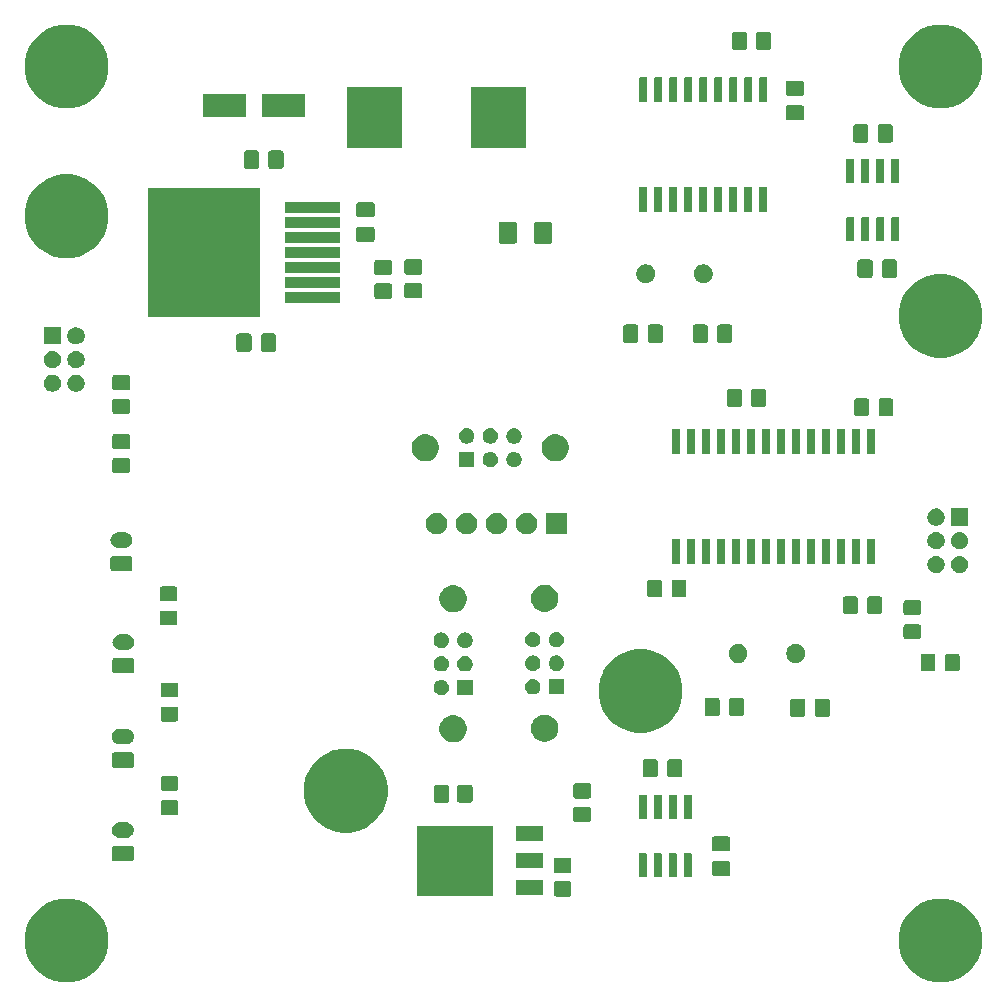
<source format=gbr>
G04 #@! TF.GenerationSoftware,KiCad,Pcbnew,(5.1.6)-1*
G04 #@! TF.CreationDate,2021-11-01T20:28:46-04:00*
G04 #@! TF.ProjectId,payload2020_papa_board,7061796c-6f61-4643-9230-32305f706170,rev?*
G04 #@! TF.SameCoordinates,Original*
G04 #@! TF.FileFunction,Soldermask,Bot*
G04 #@! TF.FilePolarity,Negative*
%FSLAX46Y46*%
G04 Gerber Fmt 4.6, Leading zero omitted, Abs format (unit mm)*
G04 Created by KiCad (PCBNEW (5.1.6)-1) date 2021-11-01 20:28:46*
%MOMM*%
%LPD*%
G01*
G04 APERTURE LIST*
%ADD10C,0.100000*%
G04 APERTURE END LIST*
D10*
G36*
X180889787Y-142403462D02*
G01*
X180889790Y-142403463D01*
X180889789Y-142403463D01*
X181536029Y-142671144D01*
X182117631Y-143059758D01*
X182612242Y-143554369D01*
X183000856Y-144135971D01*
X183000856Y-144135972D01*
X183268538Y-144782213D01*
X183405000Y-145468256D01*
X183405000Y-146167744D01*
X183268538Y-146853787D01*
X183268537Y-146853789D01*
X183000856Y-147500029D01*
X182612242Y-148081631D01*
X182117631Y-148576242D01*
X181536029Y-148964856D01*
X181079068Y-149154135D01*
X180889787Y-149232538D01*
X180203744Y-149369000D01*
X179504256Y-149369000D01*
X178818213Y-149232538D01*
X178628932Y-149154135D01*
X178171971Y-148964856D01*
X177590369Y-148576242D01*
X177095758Y-148081631D01*
X176707144Y-147500029D01*
X176439463Y-146853789D01*
X176439462Y-146853787D01*
X176303000Y-146167744D01*
X176303000Y-145468256D01*
X176439462Y-144782213D01*
X176707144Y-144135972D01*
X176707144Y-144135971D01*
X177095758Y-143554369D01*
X177590369Y-143059758D01*
X178171971Y-142671144D01*
X178818211Y-142403463D01*
X178818210Y-142403463D01*
X178818213Y-142403462D01*
X179504256Y-142267000D01*
X180203744Y-142267000D01*
X180889787Y-142403462D01*
G37*
G36*
X106889787Y-142403462D02*
G01*
X106889790Y-142403463D01*
X106889789Y-142403463D01*
X107536029Y-142671144D01*
X108117631Y-143059758D01*
X108612242Y-143554369D01*
X109000856Y-144135971D01*
X109000856Y-144135972D01*
X109268538Y-144782213D01*
X109405000Y-145468256D01*
X109405000Y-146167744D01*
X109268538Y-146853787D01*
X109268537Y-146853789D01*
X109000856Y-147500029D01*
X108612242Y-148081631D01*
X108117631Y-148576242D01*
X107536029Y-148964856D01*
X107079068Y-149154135D01*
X106889787Y-149232538D01*
X106203744Y-149369000D01*
X105504256Y-149369000D01*
X104818213Y-149232538D01*
X104628932Y-149154135D01*
X104171971Y-148964856D01*
X103590369Y-148576242D01*
X103095758Y-148081631D01*
X102707144Y-147500029D01*
X102439463Y-146853789D01*
X102439462Y-146853787D01*
X102303000Y-146167744D01*
X102303000Y-145468256D01*
X102439462Y-144782213D01*
X102707144Y-144135972D01*
X102707144Y-144135971D01*
X103095758Y-143554369D01*
X103590369Y-143059758D01*
X104171971Y-142671144D01*
X104818211Y-142403463D01*
X104818210Y-142403463D01*
X104818213Y-142403462D01*
X105504256Y-142267000D01*
X106203744Y-142267000D01*
X106889787Y-142403462D01*
G37*
G36*
X148441241Y-140799404D02*
G01*
X148478338Y-140810657D01*
X148512519Y-140828927D01*
X148542483Y-140853517D01*
X148567073Y-140883481D01*
X148585343Y-140917662D01*
X148596596Y-140954759D01*
X148601000Y-140999473D01*
X148601000Y-141892527D01*
X148596596Y-141937241D01*
X148585343Y-141974338D01*
X148567073Y-142008519D01*
X148542483Y-142038483D01*
X148512519Y-142063073D01*
X148478338Y-142081343D01*
X148441241Y-142092596D01*
X148396527Y-142097000D01*
X147303473Y-142097000D01*
X147258759Y-142092596D01*
X147221662Y-142081343D01*
X147187481Y-142063073D01*
X147157517Y-142038483D01*
X147132927Y-142008519D01*
X147114657Y-141974338D01*
X147103404Y-141937241D01*
X147099000Y-141892527D01*
X147099000Y-140999473D01*
X147103404Y-140954759D01*
X147114657Y-140917662D01*
X147132927Y-140883481D01*
X147157517Y-140853517D01*
X147187481Y-140828927D01*
X147221662Y-140810657D01*
X147258759Y-140799404D01*
X147303473Y-140795000D01*
X148396527Y-140795000D01*
X148441241Y-140799404D01*
G37*
G36*
X141994000Y-142016000D02*
G01*
X135492000Y-142016000D01*
X135492000Y-136114000D01*
X141994000Y-136114000D01*
X141994000Y-142016000D01*
G37*
G36*
X146194000Y-141996000D02*
G01*
X143892000Y-141996000D01*
X143892000Y-140694000D01*
X146194000Y-140694000D01*
X146194000Y-141996000D01*
G37*
G36*
X158717828Y-138433964D02*
G01*
X158738909Y-138440360D01*
X158758345Y-138450748D01*
X158775376Y-138464724D01*
X158789352Y-138481755D01*
X158799740Y-138501191D01*
X158806136Y-138522272D01*
X158808900Y-138550340D01*
X158808900Y-140364060D01*
X158806136Y-140392128D01*
X158799740Y-140413209D01*
X158789352Y-140432645D01*
X158775376Y-140449676D01*
X158758345Y-140463652D01*
X158738909Y-140474040D01*
X158717828Y-140480436D01*
X158689760Y-140483200D01*
X158226040Y-140483200D01*
X158197972Y-140480436D01*
X158176891Y-140474040D01*
X158157455Y-140463652D01*
X158140424Y-140449676D01*
X158126448Y-140432645D01*
X158116060Y-140413209D01*
X158109664Y-140392128D01*
X158106900Y-140364060D01*
X158106900Y-138550340D01*
X158109664Y-138522272D01*
X158116060Y-138501191D01*
X158126448Y-138481755D01*
X158140424Y-138464724D01*
X158157455Y-138450748D01*
X158176891Y-138440360D01*
X158197972Y-138433964D01*
X158226040Y-138431200D01*
X158689760Y-138431200D01*
X158717828Y-138433964D01*
G37*
G36*
X157447828Y-138433964D02*
G01*
X157468909Y-138440360D01*
X157488345Y-138450748D01*
X157505376Y-138464724D01*
X157519352Y-138481755D01*
X157529740Y-138501191D01*
X157536136Y-138522272D01*
X157538900Y-138550340D01*
X157538900Y-140364060D01*
X157536136Y-140392128D01*
X157529740Y-140413209D01*
X157519352Y-140432645D01*
X157505376Y-140449676D01*
X157488345Y-140463652D01*
X157468909Y-140474040D01*
X157447828Y-140480436D01*
X157419760Y-140483200D01*
X156956040Y-140483200D01*
X156927972Y-140480436D01*
X156906891Y-140474040D01*
X156887455Y-140463652D01*
X156870424Y-140449676D01*
X156856448Y-140432645D01*
X156846060Y-140413209D01*
X156839664Y-140392128D01*
X156836900Y-140364060D01*
X156836900Y-138550340D01*
X156839664Y-138522272D01*
X156846060Y-138501191D01*
X156856448Y-138481755D01*
X156870424Y-138464724D01*
X156887455Y-138450748D01*
X156906891Y-138440360D01*
X156927972Y-138433964D01*
X156956040Y-138431200D01*
X157419760Y-138431200D01*
X157447828Y-138433964D01*
G37*
G36*
X154907828Y-138433964D02*
G01*
X154928909Y-138440360D01*
X154948345Y-138450748D01*
X154965376Y-138464724D01*
X154979352Y-138481755D01*
X154989740Y-138501191D01*
X154996136Y-138522272D01*
X154998900Y-138550340D01*
X154998900Y-140364060D01*
X154996136Y-140392128D01*
X154989740Y-140413209D01*
X154979352Y-140432645D01*
X154965376Y-140449676D01*
X154948345Y-140463652D01*
X154928909Y-140474040D01*
X154907828Y-140480436D01*
X154879760Y-140483200D01*
X154416040Y-140483200D01*
X154387972Y-140480436D01*
X154366891Y-140474040D01*
X154347455Y-140463652D01*
X154330424Y-140449676D01*
X154316448Y-140432645D01*
X154306060Y-140413209D01*
X154299664Y-140392128D01*
X154296900Y-140364060D01*
X154296900Y-138550340D01*
X154299664Y-138522272D01*
X154306060Y-138501191D01*
X154316448Y-138481755D01*
X154330424Y-138464724D01*
X154347455Y-138450748D01*
X154366891Y-138440360D01*
X154387972Y-138433964D01*
X154416040Y-138431200D01*
X154879760Y-138431200D01*
X154907828Y-138433964D01*
G37*
G36*
X156177828Y-138433964D02*
G01*
X156198909Y-138440360D01*
X156218345Y-138450748D01*
X156235376Y-138464724D01*
X156249352Y-138481755D01*
X156259740Y-138501191D01*
X156266136Y-138522272D01*
X156268900Y-138550340D01*
X156268900Y-140364060D01*
X156266136Y-140392128D01*
X156259740Y-140413209D01*
X156249352Y-140432645D01*
X156235376Y-140449676D01*
X156218345Y-140463652D01*
X156198909Y-140474040D01*
X156177828Y-140480436D01*
X156149760Y-140483200D01*
X155686040Y-140483200D01*
X155657972Y-140480436D01*
X155636891Y-140474040D01*
X155617455Y-140463652D01*
X155600424Y-140449676D01*
X155586448Y-140432645D01*
X155576060Y-140413209D01*
X155569664Y-140392128D01*
X155566900Y-140364060D01*
X155566900Y-138550340D01*
X155569664Y-138522272D01*
X155576060Y-138501191D01*
X155586448Y-138481755D01*
X155600424Y-138464724D01*
X155617455Y-138450748D01*
X155636891Y-138440360D01*
X155657972Y-138433964D01*
X155686040Y-138431200D01*
X156149760Y-138431200D01*
X156177828Y-138433964D01*
G37*
G36*
X161894823Y-139083534D02*
G01*
X161932212Y-139094876D01*
X161966666Y-139113291D01*
X161996865Y-139138075D01*
X162021649Y-139168274D01*
X162040064Y-139202728D01*
X162051406Y-139240117D01*
X162055840Y-139285135D01*
X162055840Y-140150065D01*
X162051406Y-140195083D01*
X162040064Y-140232472D01*
X162021649Y-140266926D01*
X161996865Y-140297125D01*
X161966666Y-140321909D01*
X161932212Y-140340324D01*
X161894823Y-140351666D01*
X161849805Y-140356100D01*
X160709875Y-140356100D01*
X160664857Y-140351666D01*
X160627468Y-140340324D01*
X160593014Y-140321909D01*
X160562815Y-140297125D01*
X160538031Y-140266926D01*
X160519616Y-140232472D01*
X160508274Y-140195083D01*
X160503840Y-140150065D01*
X160503840Y-139285135D01*
X160508274Y-139240117D01*
X160519616Y-139202728D01*
X160538031Y-139168274D01*
X160562815Y-139138075D01*
X160593014Y-139113291D01*
X160627468Y-139094876D01*
X160664857Y-139083534D01*
X160709875Y-139079100D01*
X161849805Y-139079100D01*
X161894823Y-139083534D01*
G37*
G36*
X148441241Y-138799404D02*
G01*
X148478338Y-138810657D01*
X148512519Y-138828927D01*
X148542483Y-138853517D01*
X148567073Y-138883481D01*
X148585343Y-138917662D01*
X148596596Y-138954759D01*
X148601000Y-138999473D01*
X148601000Y-139892527D01*
X148596596Y-139937241D01*
X148585343Y-139974338D01*
X148567073Y-140008519D01*
X148542483Y-140038483D01*
X148512519Y-140063073D01*
X148478338Y-140081343D01*
X148441241Y-140092596D01*
X148396527Y-140097000D01*
X147303473Y-140097000D01*
X147258759Y-140092596D01*
X147221662Y-140081343D01*
X147187481Y-140063073D01*
X147157517Y-140038483D01*
X147132927Y-140008519D01*
X147114657Y-139974338D01*
X147103404Y-139937241D01*
X147099000Y-139892527D01*
X147099000Y-138999473D01*
X147103404Y-138954759D01*
X147114657Y-138917662D01*
X147132927Y-138883481D01*
X147157517Y-138853517D01*
X147187481Y-138828927D01*
X147221662Y-138810657D01*
X147258759Y-138799404D01*
X147303473Y-138795000D01*
X148396527Y-138795000D01*
X148441241Y-138799404D01*
G37*
G36*
X146194000Y-139716000D02*
G01*
X143892000Y-139716000D01*
X143892000Y-138414000D01*
X146194000Y-138414000D01*
X146194000Y-139716000D01*
G37*
G36*
X111388321Y-137816424D02*
G01*
X111425418Y-137827677D01*
X111459599Y-137845947D01*
X111489563Y-137870537D01*
X111514153Y-137900501D01*
X111532423Y-137934682D01*
X111543676Y-137971779D01*
X111548080Y-138016493D01*
X111548080Y-138909547D01*
X111543676Y-138954261D01*
X111532423Y-138991358D01*
X111514153Y-139025539D01*
X111489563Y-139055503D01*
X111459599Y-139080093D01*
X111425418Y-139098363D01*
X111388321Y-139109616D01*
X111343607Y-139114020D01*
X109900553Y-139114020D01*
X109855839Y-139109616D01*
X109818742Y-139098363D01*
X109784561Y-139080093D01*
X109754597Y-139055503D01*
X109730007Y-139025539D01*
X109711737Y-138991358D01*
X109700484Y-138954261D01*
X109696080Y-138909547D01*
X109696080Y-138016493D01*
X109700484Y-137971779D01*
X109711737Y-137934682D01*
X109730007Y-137900501D01*
X109754597Y-137870537D01*
X109784561Y-137845947D01*
X109818742Y-137827677D01*
X109855839Y-137816424D01*
X109900553Y-137812020D01*
X111343607Y-137812020D01*
X111388321Y-137816424D01*
G37*
G36*
X161894823Y-137008534D02*
G01*
X161932212Y-137019876D01*
X161966666Y-137038291D01*
X161996865Y-137063075D01*
X162021649Y-137093274D01*
X162040064Y-137127728D01*
X162051406Y-137165117D01*
X162055840Y-137210135D01*
X162055840Y-138075065D01*
X162051406Y-138120083D01*
X162040064Y-138157472D01*
X162021649Y-138191926D01*
X161996865Y-138222125D01*
X161966666Y-138246909D01*
X161932212Y-138265324D01*
X161894823Y-138276666D01*
X161849805Y-138281100D01*
X160709875Y-138281100D01*
X160664857Y-138276666D01*
X160627468Y-138265324D01*
X160593014Y-138246909D01*
X160562815Y-138222125D01*
X160538031Y-138191926D01*
X160519616Y-138157472D01*
X160508274Y-138120083D01*
X160503840Y-138075065D01*
X160503840Y-137210135D01*
X160508274Y-137165117D01*
X160519616Y-137127728D01*
X160538031Y-137093274D01*
X160562815Y-137063075D01*
X160593014Y-137038291D01*
X160627468Y-137019876D01*
X160664857Y-137008534D01*
X160709875Y-137004100D01*
X161849805Y-137004100D01*
X161894823Y-137008534D01*
G37*
G36*
X146194000Y-137436000D02*
G01*
X143892000Y-137436000D01*
X143892000Y-136134000D01*
X146194000Y-136134000D01*
X146194000Y-137436000D01*
G37*
G36*
X110960935Y-135815160D02*
G01*
X111024698Y-135821440D01*
X111115484Y-135848980D01*
X111147416Y-135858666D01*
X111260505Y-135919114D01*
X111359634Y-136000466D01*
X111440986Y-136099595D01*
X111501434Y-136212684D01*
X111501435Y-136212688D01*
X111538660Y-136335402D01*
X111551229Y-136463020D01*
X111538660Y-136590638D01*
X111511120Y-136681424D01*
X111501434Y-136713356D01*
X111440986Y-136826445D01*
X111359634Y-136925574D01*
X111260505Y-137006926D01*
X111147416Y-137067374D01*
X111115484Y-137077060D01*
X111024698Y-137104600D01*
X110960935Y-137110880D01*
X110929054Y-137114020D01*
X110315106Y-137114020D01*
X110283225Y-137110880D01*
X110219462Y-137104600D01*
X110128676Y-137077060D01*
X110096744Y-137067374D01*
X109983655Y-137006926D01*
X109884526Y-136925574D01*
X109803174Y-136826445D01*
X109742726Y-136713356D01*
X109733040Y-136681424D01*
X109705500Y-136590638D01*
X109692931Y-136463020D01*
X109705500Y-136335402D01*
X109742725Y-136212688D01*
X109742726Y-136212684D01*
X109803174Y-136099595D01*
X109884526Y-136000466D01*
X109983655Y-135919114D01*
X110096744Y-135858666D01*
X110128676Y-135848980D01*
X110219462Y-135821440D01*
X110283225Y-135815160D01*
X110315106Y-135812020D01*
X110929054Y-135812020D01*
X110960935Y-135815160D01*
G37*
G36*
X130529787Y-129723462D02*
G01*
X130529790Y-129723463D01*
X130529789Y-129723463D01*
X131176029Y-129991144D01*
X131757631Y-130379758D01*
X132252242Y-130874369D01*
X132640856Y-131455971D01*
X132818325Y-131884420D01*
X132908538Y-132102213D01*
X133045000Y-132788256D01*
X133045000Y-133487744D01*
X132908538Y-134173787D01*
X132908537Y-134173789D01*
X132640856Y-134820029D01*
X132252242Y-135401631D01*
X131757631Y-135896242D01*
X131176029Y-136284856D01*
X130745902Y-136463020D01*
X130529787Y-136552538D01*
X129843744Y-136689000D01*
X129144256Y-136689000D01*
X128458213Y-136552538D01*
X128242098Y-136463020D01*
X127811971Y-136284856D01*
X127230369Y-135896242D01*
X126735758Y-135401631D01*
X126347144Y-134820029D01*
X126079463Y-134173789D01*
X126079462Y-134173787D01*
X125943000Y-133487744D01*
X125943000Y-132788256D01*
X126079462Y-132102213D01*
X126169675Y-131884420D01*
X126347144Y-131455971D01*
X126735758Y-130874369D01*
X127230369Y-130379758D01*
X127811971Y-129991144D01*
X128458211Y-129723463D01*
X128458210Y-129723463D01*
X128458213Y-129723462D01*
X129144256Y-129587000D01*
X129843744Y-129587000D01*
X130529787Y-129723462D01*
G37*
G36*
X150098181Y-134500204D02*
G01*
X150135278Y-134511457D01*
X150169459Y-134529727D01*
X150199423Y-134554317D01*
X150224013Y-134584281D01*
X150242283Y-134618462D01*
X150253536Y-134655559D01*
X150257940Y-134700273D01*
X150257940Y-135593327D01*
X150253536Y-135638041D01*
X150242283Y-135675138D01*
X150224013Y-135709319D01*
X150199423Y-135739283D01*
X150169459Y-135763873D01*
X150135278Y-135782143D01*
X150098181Y-135793396D01*
X150053467Y-135797800D01*
X148960413Y-135797800D01*
X148915699Y-135793396D01*
X148878602Y-135782143D01*
X148844421Y-135763873D01*
X148814457Y-135739283D01*
X148789867Y-135709319D01*
X148771597Y-135675138D01*
X148760344Y-135638041D01*
X148755940Y-135593327D01*
X148755940Y-134700273D01*
X148760344Y-134655559D01*
X148771597Y-134618462D01*
X148789867Y-134584281D01*
X148814457Y-134554317D01*
X148844421Y-134529727D01*
X148878602Y-134511457D01*
X148915699Y-134500204D01*
X148960413Y-134495800D01*
X150053467Y-134495800D01*
X150098181Y-134500204D01*
G37*
G36*
X158717828Y-133483964D02*
G01*
X158738909Y-133490360D01*
X158758345Y-133500748D01*
X158775376Y-133514724D01*
X158789352Y-133531755D01*
X158799740Y-133551191D01*
X158806136Y-133572272D01*
X158808900Y-133600340D01*
X158808900Y-135414060D01*
X158806136Y-135442128D01*
X158799740Y-135463209D01*
X158789352Y-135482645D01*
X158775376Y-135499676D01*
X158758345Y-135513652D01*
X158738909Y-135524040D01*
X158717828Y-135530436D01*
X158689760Y-135533200D01*
X158226040Y-135533200D01*
X158197972Y-135530436D01*
X158176891Y-135524040D01*
X158157455Y-135513652D01*
X158140424Y-135499676D01*
X158126448Y-135482645D01*
X158116060Y-135463209D01*
X158109664Y-135442128D01*
X158106900Y-135414060D01*
X158106900Y-133600340D01*
X158109664Y-133572272D01*
X158116060Y-133551191D01*
X158126448Y-133531755D01*
X158140424Y-133514724D01*
X158157455Y-133500748D01*
X158176891Y-133490360D01*
X158197972Y-133483964D01*
X158226040Y-133481200D01*
X158689760Y-133481200D01*
X158717828Y-133483964D01*
G37*
G36*
X157447828Y-133483964D02*
G01*
X157468909Y-133490360D01*
X157488345Y-133500748D01*
X157505376Y-133514724D01*
X157519352Y-133531755D01*
X157529740Y-133551191D01*
X157536136Y-133572272D01*
X157538900Y-133600340D01*
X157538900Y-135414060D01*
X157536136Y-135442128D01*
X157529740Y-135463209D01*
X157519352Y-135482645D01*
X157505376Y-135499676D01*
X157488345Y-135513652D01*
X157468909Y-135524040D01*
X157447828Y-135530436D01*
X157419760Y-135533200D01*
X156956040Y-135533200D01*
X156927972Y-135530436D01*
X156906891Y-135524040D01*
X156887455Y-135513652D01*
X156870424Y-135499676D01*
X156856448Y-135482645D01*
X156846060Y-135463209D01*
X156839664Y-135442128D01*
X156836900Y-135414060D01*
X156836900Y-133600340D01*
X156839664Y-133572272D01*
X156846060Y-133551191D01*
X156856448Y-133531755D01*
X156870424Y-133514724D01*
X156887455Y-133500748D01*
X156906891Y-133490360D01*
X156927972Y-133483964D01*
X156956040Y-133481200D01*
X157419760Y-133481200D01*
X157447828Y-133483964D01*
G37*
G36*
X156177828Y-133483964D02*
G01*
X156198909Y-133490360D01*
X156218345Y-133500748D01*
X156235376Y-133514724D01*
X156249352Y-133531755D01*
X156259740Y-133551191D01*
X156266136Y-133572272D01*
X156268900Y-133600340D01*
X156268900Y-135414060D01*
X156266136Y-135442128D01*
X156259740Y-135463209D01*
X156249352Y-135482645D01*
X156235376Y-135499676D01*
X156218345Y-135513652D01*
X156198909Y-135524040D01*
X156177828Y-135530436D01*
X156149760Y-135533200D01*
X155686040Y-135533200D01*
X155657972Y-135530436D01*
X155636891Y-135524040D01*
X155617455Y-135513652D01*
X155600424Y-135499676D01*
X155586448Y-135482645D01*
X155576060Y-135463209D01*
X155569664Y-135442128D01*
X155566900Y-135414060D01*
X155566900Y-133600340D01*
X155569664Y-133572272D01*
X155576060Y-133551191D01*
X155586448Y-133531755D01*
X155600424Y-133514724D01*
X155617455Y-133500748D01*
X155636891Y-133490360D01*
X155657972Y-133483964D01*
X155686040Y-133481200D01*
X156149760Y-133481200D01*
X156177828Y-133483964D01*
G37*
G36*
X154907828Y-133483964D02*
G01*
X154928909Y-133490360D01*
X154948345Y-133500748D01*
X154965376Y-133514724D01*
X154979352Y-133531755D01*
X154989740Y-133551191D01*
X154996136Y-133572272D01*
X154998900Y-133600340D01*
X154998900Y-135414060D01*
X154996136Y-135442128D01*
X154989740Y-135463209D01*
X154979352Y-135482645D01*
X154965376Y-135499676D01*
X154948345Y-135513652D01*
X154928909Y-135524040D01*
X154907828Y-135530436D01*
X154879760Y-135533200D01*
X154416040Y-135533200D01*
X154387972Y-135530436D01*
X154366891Y-135524040D01*
X154347455Y-135513652D01*
X154330424Y-135499676D01*
X154316448Y-135482645D01*
X154306060Y-135463209D01*
X154299664Y-135442128D01*
X154296900Y-135414060D01*
X154296900Y-133600340D01*
X154299664Y-133572272D01*
X154306060Y-133551191D01*
X154316448Y-133531755D01*
X154330424Y-133514724D01*
X154347455Y-133500748D01*
X154366891Y-133490360D01*
X154387972Y-133483964D01*
X154416040Y-133481200D01*
X154879760Y-133481200D01*
X154907828Y-133483964D01*
G37*
G36*
X115157918Y-133938885D02*
G01*
X115195605Y-133950318D01*
X115230343Y-133968885D01*
X115260789Y-133993871D01*
X115285775Y-134024317D01*
X115304342Y-134059055D01*
X115315775Y-134096742D01*
X115320240Y-134142080D01*
X115320240Y-134978760D01*
X115315775Y-135024098D01*
X115304342Y-135061785D01*
X115285775Y-135096523D01*
X115260789Y-135126969D01*
X115230343Y-135151955D01*
X115195605Y-135170522D01*
X115157918Y-135181955D01*
X115112580Y-135186420D01*
X114025900Y-135186420D01*
X113980562Y-135181955D01*
X113942875Y-135170522D01*
X113908137Y-135151955D01*
X113877691Y-135126969D01*
X113852705Y-135096523D01*
X113834138Y-135061785D01*
X113822705Y-135024098D01*
X113818240Y-134978760D01*
X113818240Y-134142080D01*
X113822705Y-134096742D01*
X113834138Y-134059055D01*
X113852705Y-134024317D01*
X113877691Y-133993871D01*
X113908137Y-133968885D01*
X113942875Y-133950318D01*
X113980562Y-133938885D01*
X114025900Y-133934420D01*
X115112580Y-133934420D01*
X115157918Y-133938885D01*
G37*
G36*
X140079481Y-132651664D02*
G01*
X140116578Y-132662917D01*
X140150759Y-132681187D01*
X140180723Y-132705777D01*
X140205313Y-132735741D01*
X140223583Y-132769922D01*
X140234836Y-132807019D01*
X140239240Y-132851733D01*
X140239240Y-133944787D01*
X140234836Y-133989501D01*
X140223583Y-134026598D01*
X140205313Y-134060779D01*
X140180723Y-134090743D01*
X140150759Y-134115333D01*
X140116578Y-134133603D01*
X140079481Y-134144856D01*
X140034767Y-134149260D01*
X139141713Y-134149260D01*
X139096999Y-134144856D01*
X139059902Y-134133603D01*
X139025721Y-134115333D01*
X138995757Y-134090743D01*
X138971167Y-134060779D01*
X138952897Y-134026598D01*
X138941644Y-133989501D01*
X138937240Y-133944787D01*
X138937240Y-132851733D01*
X138941644Y-132807019D01*
X138952897Y-132769922D01*
X138971167Y-132735741D01*
X138995757Y-132705777D01*
X139025721Y-132681187D01*
X139059902Y-132662917D01*
X139096999Y-132651664D01*
X139141713Y-132647260D01*
X140034767Y-132647260D01*
X140079481Y-132651664D01*
G37*
G36*
X138079481Y-132651664D02*
G01*
X138116578Y-132662917D01*
X138150759Y-132681187D01*
X138180723Y-132705777D01*
X138205313Y-132735741D01*
X138223583Y-132769922D01*
X138234836Y-132807019D01*
X138239240Y-132851733D01*
X138239240Y-133944787D01*
X138234836Y-133989501D01*
X138223583Y-134026598D01*
X138205313Y-134060779D01*
X138180723Y-134090743D01*
X138150759Y-134115333D01*
X138116578Y-134133603D01*
X138079481Y-134144856D01*
X138034767Y-134149260D01*
X137141713Y-134149260D01*
X137096999Y-134144856D01*
X137059902Y-134133603D01*
X137025721Y-134115333D01*
X136995757Y-134090743D01*
X136971167Y-134060779D01*
X136952897Y-134026598D01*
X136941644Y-133989501D01*
X136937240Y-133944787D01*
X136937240Y-132851733D01*
X136941644Y-132807019D01*
X136952897Y-132769922D01*
X136971167Y-132735741D01*
X136995757Y-132705777D01*
X137025721Y-132681187D01*
X137059902Y-132662917D01*
X137096999Y-132651664D01*
X137141713Y-132647260D01*
X138034767Y-132647260D01*
X138079481Y-132651664D01*
G37*
G36*
X150098181Y-132500204D02*
G01*
X150135278Y-132511457D01*
X150169459Y-132529727D01*
X150199423Y-132554317D01*
X150224013Y-132584281D01*
X150242283Y-132618462D01*
X150253536Y-132655559D01*
X150257940Y-132700273D01*
X150257940Y-133593327D01*
X150253536Y-133638041D01*
X150242283Y-133675138D01*
X150224013Y-133709319D01*
X150199423Y-133739283D01*
X150169459Y-133763873D01*
X150135278Y-133782143D01*
X150098181Y-133793396D01*
X150053467Y-133797800D01*
X148960413Y-133797800D01*
X148915699Y-133793396D01*
X148878602Y-133782143D01*
X148844421Y-133763873D01*
X148814457Y-133739283D01*
X148789867Y-133709319D01*
X148771597Y-133675138D01*
X148760344Y-133638041D01*
X148755940Y-133593327D01*
X148755940Y-132700273D01*
X148760344Y-132655559D01*
X148771597Y-132618462D01*
X148789867Y-132584281D01*
X148814457Y-132554317D01*
X148844421Y-132529727D01*
X148878602Y-132511457D01*
X148915699Y-132500204D01*
X148960413Y-132495800D01*
X150053467Y-132495800D01*
X150098181Y-132500204D01*
G37*
G36*
X115157918Y-131888885D02*
G01*
X115195605Y-131900318D01*
X115230343Y-131918885D01*
X115260789Y-131943871D01*
X115285775Y-131974317D01*
X115304342Y-132009055D01*
X115315775Y-132046742D01*
X115320240Y-132092080D01*
X115320240Y-132928760D01*
X115315775Y-132974098D01*
X115304342Y-133011785D01*
X115285775Y-133046523D01*
X115260789Y-133076969D01*
X115230343Y-133101955D01*
X115195605Y-133120522D01*
X115157918Y-133131955D01*
X115112580Y-133136420D01*
X114025900Y-133136420D01*
X113980562Y-133131955D01*
X113942875Y-133120522D01*
X113908137Y-133101955D01*
X113877691Y-133076969D01*
X113852705Y-133046523D01*
X113834138Y-133011785D01*
X113822705Y-132974098D01*
X113818240Y-132928760D01*
X113818240Y-132092080D01*
X113822705Y-132046742D01*
X113834138Y-132009055D01*
X113852705Y-131974317D01*
X113877691Y-131943871D01*
X113908137Y-131918885D01*
X113942875Y-131900318D01*
X113980562Y-131888885D01*
X114025900Y-131884420D01*
X115112580Y-131884420D01*
X115157918Y-131888885D01*
G37*
G36*
X157830483Y-130470234D02*
G01*
X157867872Y-130481576D01*
X157902326Y-130499991D01*
X157932525Y-130524775D01*
X157957309Y-130554974D01*
X157975724Y-130589428D01*
X157987066Y-130626817D01*
X157991500Y-130671835D01*
X157991500Y-131811765D01*
X157987066Y-131856783D01*
X157975724Y-131894172D01*
X157957309Y-131928626D01*
X157932525Y-131958825D01*
X157902326Y-131983609D01*
X157867872Y-132002024D01*
X157830483Y-132013366D01*
X157785465Y-132017800D01*
X156920535Y-132017800D01*
X156875517Y-132013366D01*
X156838128Y-132002024D01*
X156803674Y-131983609D01*
X156773475Y-131958825D01*
X156748691Y-131928626D01*
X156730276Y-131894172D01*
X156718934Y-131856783D01*
X156714500Y-131811765D01*
X156714500Y-130671835D01*
X156718934Y-130626817D01*
X156730276Y-130589428D01*
X156748691Y-130554974D01*
X156773475Y-130524775D01*
X156803674Y-130499991D01*
X156838128Y-130481576D01*
X156875517Y-130470234D01*
X156920535Y-130465800D01*
X157785465Y-130465800D01*
X157830483Y-130470234D01*
G37*
G36*
X155755483Y-130470234D02*
G01*
X155792872Y-130481576D01*
X155827326Y-130499991D01*
X155857525Y-130524775D01*
X155882309Y-130554974D01*
X155900724Y-130589428D01*
X155912066Y-130626817D01*
X155916500Y-130671835D01*
X155916500Y-131811765D01*
X155912066Y-131856783D01*
X155900724Y-131894172D01*
X155882309Y-131928626D01*
X155857525Y-131958825D01*
X155827326Y-131983609D01*
X155792872Y-132002024D01*
X155755483Y-132013366D01*
X155710465Y-132017800D01*
X154845535Y-132017800D01*
X154800517Y-132013366D01*
X154763128Y-132002024D01*
X154728674Y-131983609D01*
X154698475Y-131958825D01*
X154673691Y-131928626D01*
X154655276Y-131894172D01*
X154643934Y-131856783D01*
X154639500Y-131811765D01*
X154639500Y-130671835D01*
X154643934Y-130626817D01*
X154655276Y-130589428D01*
X154673691Y-130554974D01*
X154698475Y-130524775D01*
X154728674Y-130499991D01*
X154763128Y-130481576D01*
X154800517Y-130470234D01*
X154845535Y-130465800D01*
X155710465Y-130465800D01*
X155755483Y-130470234D01*
G37*
G36*
X111388321Y-129894164D02*
G01*
X111425418Y-129905417D01*
X111459599Y-129923687D01*
X111489563Y-129948277D01*
X111514153Y-129978241D01*
X111532423Y-130012422D01*
X111543676Y-130049519D01*
X111548080Y-130094233D01*
X111548080Y-130987287D01*
X111543676Y-131032001D01*
X111532423Y-131069098D01*
X111514153Y-131103279D01*
X111489563Y-131133243D01*
X111459599Y-131157833D01*
X111425418Y-131176103D01*
X111388321Y-131187356D01*
X111343607Y-131191760D01*
X109900553Y-131191760D01*
X109855839Y-131187356D01*
X109818742Y-131176103D01*
X109784561Y-131157833D01*
X109754597Y-131133243D01*
X109730007Y-131103279D01*
X109711737Y-131069098D01*
X109700484Y-131032001D01*
X109696080Y-130987287D01*
X109696080Y-130094233D01*
X109700484Y-130049519D01*
X109711737Y-130012422D01*
X109730007Y-129978241D01*
X109754597Y-129948277D01*
X109784561Y-129923687D01*
X109818742Y-129905417D01*
X109855839Y-129894164D01*
X109900553Y-129889760D01*
X111343607Y-129889760D01*
X111388321Y-129894164D01*
G37*
G36*
X110960935Y-127892900D02*
G01*
X111024698Y-127899180D01*
X111115484Y-127926720D01*
X111147416Y-127936406D01*
X111260505Y-127996854D01*
X111359634Y-128078206D01*
X111440986Y-128177335D01*
X111501434Y-128290424D01*
X111501435Y-128290428D01*
X111538660Y-128413142D01*
X111551229Y-128540760D01*
X111538660Y-128668378D01*
X111511120Y-128759164D01*
X111501434Y-128791096D01*
X111440986Y-128904185D01*
X111359634Y-129003314D01*
X111260505Y-129084666D01*
X111147416Y-129145114D01*
X111115484Y-129154800D01*
X111024698Y-129182340D01*
X110960935Y-129188620D01*
X110929054Y-129191760D01*
X110315106Y-129191760D01*
X110283225Y-129188620D01*
X110219462Y-129182340D01*
X110128676Y-129154800D01*
X110096744Y-129145114D01*
X109983655Y-129084666D01*
X109884526Y-129003314D01*
X109803174Y-128904185D01*
X109742726Y-128791096D01*
X109733040Y-128759164D01*
X109705500Y-128668378D01*
X109692931Y-128540760D01*
X109705500Y-128413142D01*
X109742725Y-128290428D01*
X109742726Y-128290424D01*
X109803174Y-128177335D01*
X109884526Y-128078206D01*
X109983655Y-127996854D01*
X110096744Y-127936406D01*
X110128676Y-127926720D01*
X110219462Y-127899180D01*
X110283225Y-127892900D01*
X110315106Y-127889760D01*
X110929054Y-127889760D01*
X110960935Y-127892900D01*
G37*
G36*
X138756218Y-126751825D02*
G01*
X138918134Y-126784032D01*
X139127603Y-126870797D01*
X139316120Y-126996760D01*
X139476440Y-127157080D01*
X139602403Y-127345597D01*
X139689168Y-127555066D01*
X139733400Y-127777436D01*
X139733400Y-128004164D01*
X139689168Y-128226534D01*
X139602403Y-128436003D01*
X139476440Y-128624520D01*
X139316120Y-128784840D01*
X139127603Y-128910803D01*
X138918134Y-128997568D01*
X138806949Y-129019684D01*
X138695765Y-129041800D01*
X138469035Y-129041800D01*
X138357851Y-129019684D01*
X138246666Y-128997568D01*
X138037197Y-128910803D01*
X137848680Y-128784840D01*
X137688360Y-128624520D01*
X137562397Y-128436003D01*
X137475632Y-128226534D01*
X137431400Y-128004164D01*
X137431400Y-127777436D01*
X137475632Y-127555066D01*
X137562397Y-127345597D01*
X137688360Y-127157080D01*
X137848680Y-126996760D01*
X138037197Y-126870797D01*
X138246666Y-126784032D01*
X138408582Y-126751825D01*
X138469035Y-126739800D01*
X138695765Y-126739800D01*
X138756218Y-126751825D01*
G37*
G36*
X146553949Y-126711116D02*
G01*
X146665134Y-126733232D01*
X146769855Y-126776609D01*
X146844240Y-126807420D01*
X146874603Y-126819997D01*
X147063120Y-126945960D01*
X147223440Y-127106280D01*
X147349403Y-127294797D01*
X147436168Y-127504266D01*
X147480400Y-127726636D01*
X147480400Y-127953364D01*
X147436168Y-128175734D01*
X147349403Y-128385203D01*
X147223440Y-128573720D01*
X147063120Y-128734040D01*
X146874603Y-128860003D01*
X146665134Y-128946768D01*
X146553949Y-128968884D01*
X146442765Y-128991000D01*
X146216035Y-128991000D01*
X146104851Y-128968884D01*
X145993666Y-128946768D01*
X145784197Y-128860003D01*
X145595680Y-128734040D01*
X145435360Y-128573720D01*
X145309397Y-128385203D01*
X145222632Y-128175734D01*
X145178400Y-127953364D01*
X145178400Y-127726636D01*
X145222632Y-127504266D01*
X145309397Y-127294797D01*
X145435360Y-127106280D01*
X145595680Y-126945960D01*
X145784197Y-126819997D01*
X145814561Y-126807420D01*
X145888945Y-126776609D01*
X145993666Y-126733232D01*
X146104851Y-126711116D01*
X146216035Y-126689000D01*
X146442765Y-126689000D01*
X146553949Y-126711116D01*
G37*
G36*
X155489787Y-121283462D02*
G01*
X155489790Y-121283463D01*
X155489789Y-121283463D01*
X156136029Y-121551144D01*
X156717631Y-121939758D01*
X157212242Y-122434369D01*
X157600856Y-123015971D01*
X157670979Y-123185263D01*
X157868538Y-123662213D01*
X158005000Y-124348256D01*
X158005000Y-125047744D01*
X157868538Y-125733787D01*
X157868537Y-125733789D01*
X157600856Y-126380029D01*
X157212242Y-126961631D01*
X156717631Y-127456242D01*
X156136029Y-127844856D01*
X155679068Y-128034135D01*
X155489787Y-128112538D01*
X154803744Y-128249000D01*
X154104256Y-128249000D01*
X153418213Y-128112538D01*
X153228932Y-128034135D01*
X152771971Y-127844856D01*
X152190369Y-127456242D01*
X151695758Y-126961631D01*
X151307144Y-126380029D01*
X151039463Y-125733789D01*
X151039462Y-125733787D01*
X150903000Y-125047744D01*
X150903000Y-124348256D01*
X151039462Y-123662213D01*
X151237021Y-123185263D01*
X151307144Y-123015971D01*
X151695758Y-122434369D01*
X152190369Y-121939758D01*
X152771971Y-121551144D01*
X153418211Y-121283463D01*
X153418210Y-121283463D01*
X153418213Y-121283462D01*
X154104256Y-121147000D01*
X154803744Y-121147000D01*
X155489787Y-121283462D01*
G37*
G36*
X115157918Y-126030485D02*
G01*
X115195605Y-126041918D01*
X115230343Y-126060485D01*
X115260789Y-126085471D01*
X115285775Y-126115917D01*
X115304342Y-126150655D01*
X115315775Y-126188342D01*
X115320240Y-126233680D01*
X115320240Y-127070360D01*
X115315775Y-127115698D01*
X115304342Y-127153385D01*
X115285775Y-127188123D01*
X115260789Y-127218569D01*
X115230343Y-127243555D01*
X115195605Y-127262122D01*
X115157918Y-127273555D01*
X115112580Y-127278020D01*
X114025900Y-127278020D01*
X113980562Y-127273555D01*
X113942875Y-127262122D01*
X113908137Y-127243555D01*
X113877691Y-127218569D01*
X113852705Y-127188123D01*
X113834138Y-127153385D01*
X113822705Y-127115698D01*
X113818240Y-127070360D01*
X113818240Y-126233680D01*
X113822705Y-126188342D01*
X113834138Y-126150655D01*
X113852705Y-126115917D01*
X113877691Y-126085471D01*
X113908137Y-126060485D01*
X113942875Y-126041918D01*
X113980562Y-126030485D01*
X114025900Y-126026020D01*
X115112580Y-126026020D01*
X115157918Y-126030485D01*
G37*
G36*
X168244483Y-125339434D02*
G01*
X168281872Y-125350776D01*
X168316326Y-125369191D01*
X168346525Y-125393975D01*
X168371309Y-125424174D01*
X168389724Y-125458628D01*
X168401066Y-125496017D01*
X168405500Y-125541035D01*
X168405500Y-126680965D01*
X168401066Y-126725983D01*
X168389724Y-126763372D01*
X168371309Y-126797826D01*
X168346525Y-126828025D01*
X168316326Y-126852809D01*
X168281872Y-126871224D01*
X168244483Y-126882566D01*
X168199465Y-126887000D01*
X167334535Y-126887000D01*
X167289517Y-126882566D01*
X167252128Y-126871224D01*
X167217674Y-126852809D01*
X167187475Y-126828025D01*
X167162691Y-126797826D01*
X167144276Y-126763372D01*
X167132934Y-126725983D01*
X167128500Y-126680965D01*
X167128500Y-125541035D01*
X167132934Y-125496017D01*
X167144276Y-125458628D01*
X167162691Y-125424174D01*
X167187475Y-125393975D01*
X167217674Y-125369191D01*
X167252128Y-125350776D01*
X167289517Y-125339434D01*
X167334535Y-125335000D01*
X168199465Y-125335000D01*
X168244483Y-125339434D01*
G37*
G36*
X170319483Y-125339434D02*
G01*
X170356872Y-125350776D01*
X170391326Y-125369191D01*
X170421525Y-125393975D01*
X170446309Y-125424174D01*
X170464724Y-125458628D01*
X170476066Y-125496017D01*
X170480500Y-125541035D01*
X170480500Y-126680965D01*
X170476066Y-126725983D01*
X170464724Y-126763372D01*
X170446309Y-126797826D01*
X170421525Y-126828025D01*
X170391326Y-126852809D01*
X170356872Y-126871224D01*
X170319483Y-126882566D01*
X170274465Y-126887000D01*
X169409535Y-126887000D01*
X169364517Y-126882566D01*
X169327128Y-126871224D01*
X169292674Y-126852809D01*
X169262475Y-126828025D01*
X169237691Y-126797826D01*
X169219276Y-126763372D01*
X169207934Y-126725983D01*
X169203500Y-126680965D01*
X169203500Y-125541035D01*
X169207934Y-125496017D01*
X169219276Y-125458628D01*
X169237691Y-125424174D01*
X169262475Y-125393975D01*
X169292674Y-125369191D01*
X169327128Y-125350776D01*
X169364517Y-125339434D01*
X169409535Y-125335000D01*
X170274465Y-125335000D01*
X170319483Y-125339434D01*
G37*
G36*
X163062883Y-125263234D02*
G01*
X163100272Y-125274576D01*
X163134726Y-125292991D01*
X163164925Y-125317775D01*
X163189709Y-125347974D01*
X163208124Y-125382428D01*
X163219466Y-125419817D01*
X163223900Y-125464835D01*
X163223900Y-126604765D01*
X163219466Y-126649783D01*
X163208124Y-126687172D01*
X163189709Y-126721626D01*
X163164925Y-126751825D01*
X163134726Y-126776609D01*
X163100272Y-126795024D01*
X163062883Y-126806366D01*
X163017865Y-126810800D01*
X162152935Y-126810800D01*
X162107917Y-126806366D01*
X162070528Y-126795024D01*
X162036074Y-126776609D01*
X162005875Y-126751825D01*
X161981091Y-126721626D01*
X161962676Y-126687172D01*
X161951334Y-126649783D01*
X161946900Y-126604765D01*
X161946900Y-125464835D01*
X161951334Y-125419817D01*
X161962676Y-125382428D01*
X161981091Y-125347974D01*
X162005875Y-125317775D01*
X162036074Y-125292991D01*
X162070528Y-125274576D01*
X162107917Y-125263234D01*
X162152935Y-125258800D01*
X163017865Y-125258800D01*
X163062883Y-125263234D01*
G37*
G36*
X160987883Y-125263234D02*
G01*
X161025272Y-125274576D01*
X161059726Y-125292991D01*
X161089925Y-125317775D01*
X161114709Y-125347974D01*
X161133124Y-125382428D01*
X161144466Y-125419817D01*
X161148900Y-125464835D01*
X161148900Y-126604765D01*
X161144466Y-126649783D01*
X161133124Y-126687172D01*
X161114709Y-126721626D01*
X161089925Y-126751825D01*
X161059726Y-126776609D01*
X161025272Y-126795024D01*
X160987883Y-126806366D01*
X160942865Y-126810800D01*
X160077935Y-126810800D01*
X160032917Y-126806366D01*
X159995528Y-126795024D01*
X159961074Y-126776609D01*
X159930875Y-126751825D01*
X159906091Y-126721626D01*
X159887676Y-126687172D01*
X159876334Y-126649783D01*
X159871900Y-126604765D01*
X159871900Y-125464835D01*
X159876334Y-125419817D01*
X159887676Y-125382428D01*
X159906091Y-125347974D01*
X159930875Y-125317775D01*
X159961074Y-125292991D01*
X159995528Y-125274576D01*
X160032917Y-125263234D01*
X160077935Y-125258800D01*
X160942865Y-125258800D01*
X160987883Y-125263234D01*
G37*
G36*
X115157918Y-123980485D02*
G01*
X115195605Y-123991918D01*
X115230343Y-124010485D01*
X115260789Y-124035471D01*
X115285775Y-124065917D01*
X115304342Y-124100655D01*
X115315775Y-124138342D01*
X115320240Y-124183680D01*
X115320240Y-125020360D01*
X115315775Y-125065698D01*
X115304342Y-125103385D01*
X115285775Y-125138123D01*
X115260789Y-125168569D01*
X115230343Y-125193555D01*
X115195605Y-125212122D01*
X115157918Y-125223555D01*
X115112580Y-125228020D01*
X114025900Y-125228020D01*
X113980562Y-125223555D01*
X113942875Y-125212122D01*
X113908137Y-125193555D01*
X113877691Y-125168569D01*
X113852705Y-125138123D01*
X113834138Y-125103385D01*
X113822705Y-125065698D01*
X113818240Y-125020360D01*
X113818240Y-124183680D01*
X113822705Y-124138342D01*
X113834138Y-124100655D01*
X113852705Y-124065917D01*
X113877691Y-124035471D01*
X113908137Y-124010485D01*
X113942875Y-123991918D01*
X113980562Y-123980485D01*
X114025900Y-123976020D01*
X115112580Y-123976020D01*
X115157918Y-123980485D01*
G37*
G36*
X140233400Y-125041800D02*
G01*
X138931400Y-125041800D01*
X138931400Y-123739800D01*
X140233400Y-123739800D01*
X140233400Y-125041800D01*
G37*
G36*
X137763608Y-123763090D02*
G01*
X137772290Y-123764817D01*
X137890764Y-123813891D01*
X137997388Y-123885135D01*
X138088065Y-123975812D01*
X138159310Y-124082438D01*
X138208383Y-124200910D01*
X138223296Y-124275882D01*
X138233400Y-124326682D01*
X138233400Y-124454918D01*
X138208383Y-124580690D01*
X138159309Y-124699164D01*
X138088065Y-124805788D01*
X137997388Y-124896465D01*
X137890764Y-124967709D01*
X137890763Y-124967710D01*
X137890762Y-124967710D01*
X137772290Y-125016783D01*
X137646519Y-125041800D01*
X137518281Y-125041800D01*
X137392510Y-125016783D01*
X137274038Y-124967710D01*
X137274037Y-124967710D01*
X137274036Y-124967709D01*
X137167412Y-124896465D01*
X137076735Y-124805788D01*
X137005491Y-124699164D01*
X136956417Y-124580690D01*
X136931400Y-124454918D01*
X136931400Y-124326682D01*
X136941505Y-124275882D01*
X136956417Y-124200910D01*
X137005490Y-124082438D01*
X137076735Y-123975812D01*
X137167412Y-123885135D01*
X137274036Y-123813891D01*
X137392510Y-123764817D01*
X137401192Y-123763090D01*
X137518281Y-123739800D01*
X137646519Y-123739800D01*
X137763608Y-123763090D01*
G37*
G36*
X147980400Y-124991000D02*
G01*
X146678400Y-124991000D01*
X146678400Y-123689000D01*
X147980400Y-123689000D01*
X147980400Y-124991000D01*
G37*
G36*
X145519290Y-123714017D02*
G01*
X145637764Y-123763091D01*
X145744388Y-123834335D01*
X145835065Y-123925012D01*
X145869148Y-123976020D01*
X145906310Y-124031638D01*
X145955383Y-124150110D01*
X145980400Y-124275881D01*
X145980400Y-124404119D01*
X145970295Y-124454919D01*
X145955383Y-124529890D01*
X145906309Y-124648364D01*
X145835065Y-124754988D01*
X145744388Y-124845665D01*
X145637764Y-124916909D01*
X145637763Y-124916910D01*
X145637762Y-124916910D01*
X145519290Y-124965983D01*
X145393519Y-124991000D01*
X145265281Y-124991000D01*
X145139510Y-124965983D01*
X145021038Y-124916910D01*
X145021037Y-124916910D01*
X145021036Y-124916909D01*
X144914412Y-124845665D01*
X144823735Y-124754988D01*
X144752491Y-124648364D01*
X144703417Y-124529890D01*
X144688505Y-124454919D01*
X144678400Y-124404119D01*
X144678400Y-124275881D01*
X144703417Y-124150110D01*
X144752490Y-124031638D01*
X144789653Y-123976020D01*
X144823735Y-123925012D01*
X144914412Y-123834335D01*
X145021036Y-123763091D01*
X145139510Y-123714017D01*
X145265281Y-123689000D01*
X145393519Y-123689000D01*
X145519290Y-123714017D01*
G37*
G36*
X111431501Y-121903324D02*
G01*
X111468598Y-121914577D01*
X111502779Y-121932847D01*
X111532743Y-121957437D01*
X111557333Y-121987401D01*
X111575603Y-122021582D01*
X111586856Y-122058679D01*
X111591260Y-122103393D01*
X111591260Y-122996447D01*
X111586856Y-123041161D01*
X111575603Y-123078258D01*
X111557333Y-123112439D01*
X111532743Y-123142403D01*
X111502779Y-123166993D01*
X111468598Y-123185263D01*
X111431501Y-123196516D01*
X111386787Y-123200920D01*
X109943733Y-123200920D01*
X109899019Y-123196516D01*
X109861922Y-123185263D01*
X109827741Y-123166993D01*
X109797777Y-123142403D01*
X109773187Y-123112439D01*
X109754917Y-123078258D01*
X109743664Y-123041161D01*
X109739260Y-122996447D01*
X109739260Y-122103393D01*
X109743664Y-122058679D01*
X109754917Y-122021582D01*
X109773187Y-121987401D01*
X109797777Y-121957437D01*
X109827741Y-121932847D01*
X109861922Y-121914577D01*
X109899019Y-121903324D01*
X109943733Y-121898920D01*
X111386787Y-121898920D01*
X111431501Y-121903324D01*
G37*
G36*
X137763608Y-121763090D02*
G01*
X137772290Y-121764817D01*
X137890764Y-121813891D01*
X137997388Y-121885135D01*
X138088065Y-121975812D01*
X138120402Y-122024207D01*
X138159310Y-122082438D01*
X138208383Y-122200910D01*
X138223296Y-122275882D01*
X138233400Y-122326682D01*
X138233400Y-122454918D01*
X138208383Y-122580690D01*
X138159309Y-122699164D01*
X138088065Y-122805788D01*
X137997388Y-122896465D01*
X137890764Y-122967709D01*
X137890763Y-122967710D01*
X137890762Y-122967710D01*
X137772290Y-123016783D01*
X137646519Y-123041800D01*
X137518281Y-123041800D01*
X137392510Y-123016783D01*
X137274038Y-122967710D01*
X137274037Y-122967710D01*
X137274036Y-122967709D01*
X137167412Y-122896465D01*
X137076735Y-122805788D01*
X137005491Y-122699164D01*
X136956417Y-122580690D01*
X136931400Y-122454918D01*
X136931400Y-122326682D01*
X136941505Y-122275882D01*
X136956417Y-122200910D01*
X137005490Y-122082438D01*
X137044399Y-122024207D01*
X137076735Y-121975812D01*
X137167412Y-121885135D01*
X137274036Y-121813891D01*
X137392510Y-121764817D01*
X137401192Y-121763090D01*
X137518281Y-121739800D01*
X137646519Y-121739800D01*
X137763608Y-121763090D01*
G37*
G36*
X139763608Y-121763090D02*
G01*
X139772290Y-121764817D01*
X139890764Y-121813891D01*
X139997388Y-121885135D01*
X140088065Y-121975812D01*
X140120402Y-122024207D01*
X140159310Y-122082438D01*
X140208383Y-122200910D01*
X140223296Y-122275882D01*
X140233400Y-122326682D01*
X140233400Y-122454918D01*
X140208383Y-122580690D01*
X140159309Y-122699164D01*
X140088065Y-122805788D01*
X139997388Y-122896465D01*
X139890764Y-122967709D01*
X139890763Y-122967710D01*
X139890762Y-122967710D01*
X139772290Y-123016783D01*
X139646519Y-123041800D01*
X139518281Y-123041800D01*
X139392510Y-123016783D01*
X139274038Y-122967710D01*
X139274037Y-122967710D01*
X139274036Y-122967709D01*
X139167412Y-122896465D01*
X139076735Y-122805788D01*
X139005491Y-122699164D01*
X138956417Y-122580690D01*
X138931400Y-122454918D01*
X138931400Y-122326682D01*
X138941505Y-122275882D01*
X138956417Y-122200910D01*
X139005490Y-122082438D01*
X139044399Y-122024207D01*
X139076735Y-121975812D01*
X139167412Y-121885135D01*
X139274036Y-121813891D01*
X139392510Y-121764817D01*
X139401192Y-121763090D01*
X139518281Y-121739800D01*
X139646519Y-121739800D01*
X139763608Y-121763090D01*
G37*
G36*
X179263354Y-121533385D02*
G01*
X179301047Y-121544819D01*
X179335783Y-121563386D01*
X179366228Y-121588372D01*
X179391214Y-121618817D01*
X179409781Y-121653553D01*
X179421215Y-121691246D01*
X179425680Y-121736581D01*
X179425680Y-122823259D01*
X179421215Y-122868594D01*
X179409781Y-122906287D01*
X179391214Y-122941023D01*
X179366228Y-122971468D01*
X179335783Y-122996454D01*
X179301047Y-123015021D01*
X179263354Y-123026455D01*
X179218019Y-123030920D01*
X178381341Y-123030920D01*
X178336006Y-123026455D01*
X178298313Y-123015021D01*
X178263577Y-122996454D01*
X178233132Y-122971468D01*
X178208146Y-122941023D01*
X178189579Y-122906287D01*
X178178145Y-122868594D01*
X178173680Y-122823259D01*
X178173680Y-121736581D01*
X178178145Y-121691246D01*
X178189579Y-121653553D01*
X178208146Y-121618817D01*
X178233132Y-121588372D01*
X178263577Y-121563386D01*
X178298313Y-121544819D01*
X178336006Y-121533385D01*
X178381341Y-121528920D01*
X179218019Y-121528920D01*
X179263354Y-121533385D01*
G37*
G36*
X181313354Y-121533385D02*
G01*
X181351047Y-121544819D01*
X181385783Y-121563386D01*
X181416228Y-121588372D01*
X181441214Y-121618817D01*
X181459781Y-121653553D01*
X181471215Y-121691246D01*
X181475680Y-121736581D01*
X181475680Y-122823259D01*
X181471215Y-122868594D01*
X181459781Y-122906287D01*
X181441214Y-122941023D01*
X181416228Y-122971468D01*
X181385783Y-122996454D01*
X181351047Y-123015021D01*
X181313354Y-123026455D01*
X181268019Y-123030920D01*
X180431341Y-123030920D01*
X180386006Y-123026455D01*
X180348313Y-123015021D01*
X180313577Y-122996454D01*
X180283132Y-122971468D01*
X180258146Y-122941023D01*
X180239579Y-122906287D01*
X180228145Y-122868594D01*
X180223680Y-122823259D01*
X180223680Y-121736581D01*
X180228145Y-121691246D01*
X180239579Y-121653553D01*
X180258146Y-121618817D01*
X180283132Y-121588372D01*
X180313577Y-121563386D01*
X180348313Y-121544819D01*
X180386006Y-121533385D01*
X180431341Y-121528920D01*
X181268019Y-121528920D01*
X181313354Y-121533385D01*
G37*
G36*
X147519290Y-121714017D02*
G01*
X147601320Y-121747995D01*
X147637764Y-121763091D01*
X147744388Y-121834335D01*
X147835065Y-121925012D01*
X147901346Y-122024208D01*
X147906310Y-122031638D01*
X147955383Y-122150110D01*
X147980400Y-122275881D01*
X147980400Y-122404119D01*
X147970295Y-122454919D01*
X147955383Y-122529890D01*
X147906309Y-122648364D01*
X147835065Y-122754988D01*
X147744388Y-122845665D01*
X147637764Y-122916909D01*
X147637763Y-122916910D01*
X147637762Y-122916910D01*
X147519290Y-122965983D01*
X147393519Y-122991000D01*
X147265281Y-122991000D01*
X147139510Y-122965983D01*
X147021038Y-122916910D01*
X147021037Y-122916910D01*
X147021036Y-122916909D01*
X146914412Y-122845665D01*
X146823735Y-122754988D01*
X146752491Y-122648364D01*
X146703417Y-122529890D01*
X146688505Y-122454919D01*
X146678400Y-122404119D01*
X146678400Y-122275881D01*
X146703417Y-122150110D01*
X146752490Y-122031638D01*
X146757455Y-122024208D01*
X146823735Y-121925012D01*
X146914412Y-121834335D01*
X147021036Y-121763091D01*
X147057481Y-121747995D01*
X147139510Y-121714017D01*
X147265281Y-121689000D01*
X147393519Y-121689000D01*
X147519290Y-121714017D01*
G37*
G36*
X145519290Y-121714017D02*
G01*
X145601320Y-121747995D01*
X145637764Y-121763091D01*
X145744388Y-121834335D01*
X145835065Y-121925012D01*
X145901346Y-122024208D01*
X145906310Y-122031638D01*
X145955383Y-122150110D01*
X145980400Y-122275881D01*
X145980400Y-122404119D01*
X145970295Y-122454919D01*
X145955383Y-122529890D01*
X145906309Y-122648364D01*
X145835065Y-122754988D01*
X145744388Y-122845665D01*
X145637764Y-122916909D01*
X145637763Y-122916910D01*
X145637762Y-122916910D01*
X145519290Y-122965983D01*
X145393519Y-122991000D01*
X145265281Y-122991000D01*
X145139510Y-122965983D01*
X145021038Y-122916910D01*
X145021037Y-122916910D01*
X145021036Y-122916909D01*
X144914412Y-122845665D01*
X144823735Y-122754988D01*
X144752491Y-122648364D01*
X144703417Y-122529890D01*
X144688505Y-122454919D01*
X144678400Y-122404119D01*
X144678400Y-122275881D01*
X144703417Y-122150110D01*
X144752490Y-122031638D01*
X144757455Y-122024208D01*
X144823735Y-121925012D01*
X144914412Y-121834335D01*
X145021036Y-121763091D01*
X145057481Y-121747995D01*
X145139510Y-121714017D01*
X145265281Y-121689000D01*
X145393519Y-121689000D01*
X145519290Y-121714017D01*
G37*
G36*
X167822842Y-120743381D02*
G01*
X167968614Y-120803762D01*
X167968616Y-120803763D01*
X168099808Y-120891422D01*
X168211378Y-121002992D01*
X168299037Y-121134184D01*
X168299038Y-121134186D01*
X168359419Y-121279958D01*
X168390200Y-121434707D01*
X168390200Y-121592493D01*
X168359419Y-121747242D01*
X168299038Y-121893014D01*
X168299037Y-121893016D01*
X168211378Y-122024208D01*
X168099808Y-122135778D01*
X167968616Y-122223437D01*
X167968615Y-122223438D01*
X167968614Y-122223438D01*
X167822842Y-122283819D01*
X167668093Y-122314600D01*
X167510307Y-122314600D01*
X167355558Y-122283819D01*
X167209786Y-122223438D01*
X167209785Y-122223438D01*
X167209784Y-122223437D01*
X167078592Y-122135778D01*
X166967022Y-122024208D01*
X166879363Y-121893016D01*
X166879362Y-121893014D01*
X166818981Y-121747242D01*
X166788200Y-121592493D01*
X166788200Y-121434707D01*
X166818981Y-121279958D01*
X166879362Y-121134186D01*
X166879363Y-121134184D01*
X166967022Y-121002992D01*
X167078592Y-120891422D01*
X167209784Y-120803763D01*
X167209786Y-120803762D01*
X167355558Y-120743381D01*
X167510307Y-120712600D01*
X167668093Y-120712600D01*
X167822842Y-120743381D01*
G37*
G36*
X162942842Y-120743381D02*
G01*
X163088614Y-120803762D01*
X163088616Y-120803763D01*
X163219808Y-120891422D01*
X163331378Y-121002992D01*
X163419037Y-121134184D01*
X163419038Y-121134186D01*
X163479419Y-121279958D01*
X163510200Y-121434707D01*
X163510200Y-121592493D01*
X163479419Y-121747242D01*
X163419038Y-121893014D01*
X163419037Y-121893016D01*
X163331378Y-122024208D01*
X163219808Y-122135778D01*
X163088616Y-122223437D01*
X163088615Y-122223438D01*
X163088614Y-122223438D01*
X162942842Y-122283819D01*
X162788093Y-122314600D01*
X162630307Y-122314600D01*
X162475558Y-122283819D01*
X162329786Y-122223438D01*
X162329785Y-122223438D01*
X162329784Y-122223437D01*
X162198592Y-122135778D01*
X162087022Y-122024208D01*
X161999363Y-121893016D01*
X161999362Y-121893014D01*
X161938981Y-121747242D01*
X161908200Y-121592493D01*
X161908200Y-121434707D01*
X161938981Y-121279958D01*
X161999362Y-121134186D01*
X161999363Y-121134184D01*
X162087022Y-121002992D01*
X162198592Y-120891422D01*
X162329784Y-120803763D01*
X162329786Y-120803762D01*
X162475558Y-120743381D01*
X162630307Y-120712600D01*
X162788093Y-120712600D01*
X162942842Y-120743381D01*
G37*
G36*
X111004115Y-119902060D02*
G01*
X111067878Y-119908340D01*
X111158664Y-119935880D01*
X111190596Y-119945566D01*
X111303685Y-120006014D01*
X111402814Y-120087366D01*
X111484166Y-120186495D01*
X111544614Y-120299584D01*
X111544615Y-120299588D01*
X111581840Y-120422302D01*
X111594409Y-120549920D01*
X111581840Y-120677538D01*
X111571204Y-120712600D01*
X111544614Y-120800256D01*
X111484166Y-120913345D01*
X111402814Y-121012474D01*
X111303685Y-121093826D01*
X111190596Y-121154274D01*
X111158664Y-121163960D01*
X111067878Y-121191500D01*
X111004115Y-121197780D01*
X110972234Y-121200920D01*
X110358286Y-121200920D01*
X110326405Y-121197780D01*
X110262642Y-121191500D01*
X110171856Y-121163960D01*
X110139924Y-121154274D01*
X110026835Y-121093826D01*
X109927706Y-121012474D01*
X109846354Y-120913345D01*
X109785906Y-120800256D01*
X109759316Y-120712600D01*
X109748680Y-120677538D01*
X109736111Y-120549920D01*
X109748680Y-120422302D01*
X109785905Y-120299588D01*
X109785906Y-120299584D01*
X109846354Y-120186495D01*
X109927706Y-120087366D01*
X110026835Y-120006014D01*
X110139924Y-119945566D01*
X110171856Y-119935880D01*
X110262642Y-119908340D01*
X110326405Y-119902060D01*
X110358286Y-119898920D01*
X110972234Y-119898920D01*
X111004115Y-119902060D01*
G37*
G36*
X139763608Y-119763090D02*
G01*
X139772290Y-119764817D01*
X139890764Y-119813891D01*
X139997388Y-119885135D01*
X140088065Y-119975812D01*
X140159310Y-120082438D01*
X140208383Y-120200910D01*
X140227961Y-120299335D01*
X140233400Y-120326682D01*
X140233400Y-120454918D01*
X140208383Y-120580690D01*
X140159309Y-120699164D01*
X140088065Y-120805788D01*
X139997388Y-120896465D01*
X139890764Y-120967709D01*
X139890763Y-120967710D01*
X139890762Y-120967710D01*
X139772290Y-121016783D01*
X139646519Y-121041800D01*
X139518281Y-121041800D01*
X139392510Y-121016783D01*
X139274038Y-120967710D01*
X139274037Y-120967710D01*
X139274036Y-120967709D01*
X139167412Y-120896465D01*
X139076735Y-120805788D01*
X139005491Y-120699164D01*
X138956417Y-120580690D01*
X138931400Y-120454918D01*
X138931400Y-120326682D01*
X138936840Y-120299335D01*
X138956417Y-120200910D01*
X139005490Y-120082438D01*
X139076735Y-119975812D01*
X139167412Y-119885135D01*
X139274036Y-119813891D01*
X139392510Y-119764817D01*
X139401192Y-119763090D01*
X139518281Y-119739800D01*
X139646519Y-119739800D01*
X139763608Y-119763090D01*
G37*
G36*
X137763608Y-119763090D02*
G01*
X137772290Y-119764817D01*
X137890764Y-119813891D01*
X137997388Y-119885135D01*
X138088065Y-119975812D01*
X138159310Y-120082438D01*
X138208383Y-120200910D01*
X138227961Y-120299335D01*
X138233400Y-120326682D01*
X138233400Y-120454918D01*
X138208383Y-120580690D01*
X138159309Y-120699164D01*
X138088065Y-120805788D01*
X137997388Y-120896465D01*
X137890764Y-120967709D01*
X137890763Y-120967710D01*
X137890762Y-120967710D01*
X137772290Y-121016783D01*
X137646519Y-121041800D01*
X137518281Y-121041800D01*
X137392510Y-121016783D01*
X137274038Y-120967710D01*
X137274037Y-120967710D01*
X137274036Y-120967709D01*
X137167412Y-120896465D01*
X137076735Y-120805788D01*
X137005491Y-120699164D01*
X136956417Y-120580690D01*
X136931400Y-120454918D01*
X136931400Y-120326682D01*
X136936840Y-120299335D01*
X136956417Y-120200910D01*
X137005490Y-120082438D01*
X137076735Y-119975812D01*
X137167412Y-119885135D01*
X137274036Y-119813891D01*
X137392510Y-119764817D01*
X137401192Y-119763090D01*
X137518281Y-119739800D01*
X137646519Y-119739800D01*
X137763608Y-119763090D01*
G37*
G36*
X147519290Y-119714017D02*
G01*
X147637764Y-119763091D01*
X147744388Y-119834335D01*
X147835065Y-119925012D01*
X147889190Y-120006015D01*
X147906310Y-120031638D01*
X147955383Y-120150110D01*
X147980400Y-120275881D01*
X147980400Y-120404119D01*
X147970295Y-120454919D01*
X147955383Y-120529890D01*
X147906309Y-120648364D01*
X147835065Y-120754988D01*
X147744388Y-120845665D01*
X147637764Y-120916909D01*
X147637763Y-120916910D01*
X147637762Y-120916910D01*
X147519290Y-120965983D01*
X147393519Y-120991000D01*
X147265281Y-120991000D01*
X147139510Y-120965983D01*
X147021038Y-120916910D01*
X147021037Y-120916910D01*
X147021036Y-120916909D01*
X146914412Y-120845665D01*
X146823735Y-120754988D01*
X146752491Y-120648364D01*
X146703417Y-120529890D01*
X146688505Y-120454919D01*
X146678400Y-120404119D01*
X146678400Y-120275881D01*
X146703417Y-120150110D01*
X146752490Y-120031638D01*
X146769611Y-120006015D01*
X146823735Y-119925012D01*
X146914412Y-119834335D01*
X147021036Y-119763091D01*
X147139510Y-119714017D01*
X147265281Y-119689000D01*
X147393519Y-119689000D01*
X147519290Y-119714017D01*
G37*
G36*
X145519290Y-119714017D02*
G01*
X145637764Y-119763091D01*
X145744388Y-119834335D01*
X145835065Y-119925012D01*
X145889190Y-120006015D01*
X145906310Y-120031638D01*
X145955383Y-120150110D01*
X145980400Y-120275881D01*
X145980400Y-120404119D01*
X145970295Y-120454919D01*
X145955383Y-120529890D01*
X145906309Y-120648364D01*
X145835065Y-120754988D01*
X145744388Y-120845665D01*
X145637764Y-120916909D01*
X145637763Y-120916910D01*
X145637762Y-120916910D01*
X145519290Y-120965983D01*
X145393519Y-120991000D01*
X145265281Y-120991000D01*
X145139510Y-120965983D01*
X145021038Y-120916910D01*
X145021037Y-120916910D01*
X145021036Y-120916909D01*
X144914412Y-120845665D01*
X144823735Y-120754988D01*
X144752491Y-120648364D01*
X144703417Y-120529890D01*
X144688505Y-120454919D01*
X144678400Y-120404119D01*
X144678400Y-120275881D01*
X144703417Y-120150110D01*
X144752490Y-120031638D01*
X144769611Y-120006015D01*
X144823735Y-119925012D01*
X144914412Y-119834335D01*
X145021036Y-119763091D01*
X145139510Y-119714017D01*
X145265281Y-119689000D01*
X145393519Y-119689000D01*
X145519290Y-119714017D01*
G37*
G36*
X178055074Y-119056265D02*
G01*
X178092767Y-119067699D01*
X178127503Y-119086266D01*
X178157948Y-119111252D01*
X178182934Y-119141697D01*
X178201501Y-119176433D01*
X178212935Y-119214126D01*
X178217400Y-119259461D01*
X178217400Y-120096139D01*
X178212935Y-120141474D01*
X178201501Y-120179167D01*
X178182934Y-120213903D01*
X178157948Y-120244348D01*
X178127503Y-120269334D01*
X178092767Y-120287901D01*
X178055074Y-120299335D01*
X178009739Y-120303800D01*
X176923061Y-120303800D01*
X176877726Y-120299335D01*
X176840033Y-120287901D01*
X176805297Y-120269334D01*
X176774852Y-120244348D01*
X176749866Y-120213903D01*
X176731299Y-120179167D01*
X176719865Y-120141474D01*
X176715400Y-120096139D01*
X176715400Y-119259461D01*
X176719865Y-119214126D01*
X176731299Y-119176433D01*
X176749866Y-119141697D01*
X176774852Y-119111252D01*
X176805297Y-119086266D01*
X176840033Y-119067699D01*
X176877726Y-119056265D01*
X176923061Y-119051800D01*
X178009739Y-119051800D01*
X178055074Y-119056265D01*
G37*
G36*
X115081718Y-117899945D02*
G01*
X115119405Y-117911378D01*
X115154143Y-117929945D01*
X115184589Y-117954931D01*
X115209575Y-117985377D01*
X115228142Y-118020115D01*
X115239575Y-118057802D01*
X115244040Y-118103140D01*
X115244040Y-118939820D01*
X115239575Y-118985158D01*
X115228142Y-119022845D01*
X115209575Y-119057583D01*
X115184589Y-119088029D01*
X115154143Y-119113015D01*
X115119405Y-119131582D01*
X115081718Y-119143015D01*
X115036380Y-119147480D01*
X113949700Y-119147480D01*
X113904362Y-119143015D01*
X113866675Y-119131582D01*
X113831937Y-119113015D01*
X113801491Y-119088029D01*
X113776505Y-119057583D01*
X113757938Y-119022845D01*
X113746505Y-118985158D01*
X113742040Y-118939820D01*
X113742040Y-118103140D01*
X113746505Y-118057802D01*
X113757938Y-118020115D01*
X113776505Y-117985377D01*
X113801491Y-117954931D01*
X113831937Y-117929945D01*
X113866675Y-117911378D01*
X113904362Y-117899945D01*
X113949700Y-117895480D01*
X115036380Y-117895480D01*
X115081718Y-117899945D01*
G37*
G36*
X178055074Y-117006265D02*
G01*
X178092767Y-117017699D01*
X178127503Y-117036266D01*
X178157948Y-117061252D01*
X178182934Y-117091697D01*
X178201501Y-117126433D01*
X178212935Y-117164126D01*
X178217400Y-117209461D01*
X178217400Y-118046139D01*
X178212935Y-118091474D01*
X178201501Y-118129167D01*
X178182934Y-118163903D01*
X178157948Y-118194348D01*
X178127503Y-118219334D01*
X178092767Y-118237901D01*
X178055074Y-118249335D01*
X178009739Y-118253800D01*
X176923061Y-118253800D01*
X176877726Y-118249335D01*
X176840033Y-118237901D01*
X176805297Y-118219334D01*
X176774852Y-118194348D01*
X176749866Y-118163903D01*
X176731299Y-118129167D01*
X176719865Y-118091474D01*
X176715400Y-118046139D01*
X176715400Y-117209461D01*
X176719865Y-117164126D01*
X176731299Y-117126433D01*
X176749866Y-117091697D01*
X176774852Y-117061252D01*
X176805297Y-117036266D01*
X176840033Y-117017699D01*
X176877726Y-117006265D01*
X176923061Y-117001800D01*
X178009739Y-117001800D01*
X178055074Y-117006265D01*
G37*
G36*
X174729674Y-116687065D02*
G01*
X174767367Y-116698499D01*
X174802103Y-116717066D01*
X174832548Y-116742052D01*
X174857534Y-116772497D01*
X174876101Y-116807233D01*
X174887535Y-116844926D01*
X174892000Y-116890261D01*
X174892000Y-117976939D01*
X174887535Y-118022274D01*
X174876101Y-118059967D01*
X174857534Y-118094703D01*
X174832548Y-118125148D01*
X174802103Y-118150134D01*
X174767367Y-118168701D01*
X174729674Y-118180135D01*
X174684339Y-118184600D01*
X173847661Y-118184600D01*
X173802326Y-118180135D01*
X173764633Y-118168701D01*
X173729897Y-118150134D01*
X173699452Y-118125148D01*
X173674466Y-118094703D01*
X173655899Y-118059967D01*
X173644465Y-118022274D01*
X173640000Y-117976939D01*
X173640000Y-116890261D01*
X173644465Y-116844926D01*
X173655899Y-116807233D01*
X173674466Y-116772497D01*
X173699452Y-116742052D01*
X173729897Y-116717066D01*
X173764633Y-116698499D01*
X173802326Y-116687065D01*
X173847661Y-116682600D01*
X174684339Y-116682600D01*
X174729674Y-116687065D01*
G37*
G36*
X172679674Y-116687065D02*
G01*
X172717367Y-116698499D01*
X172752103Y-116717066D01*
X172782548Y-116742052D01*
X172807534Y-116772497D01*
X172826101Y-116807233D01*
X172837535Y-116844926D01*
X172842000Y-116890261D01*
X172842000Y-117976939D01*
X172837535Y-118022274D01*
X172826101Y-118059967D01*
X172807534Y-118094703D01*
X172782548Y-118125148D01*
X172752103Y-118150134D01*
X172717367Y-118168701D01*
X172679674Y-118180135D01*
X172634339Y-118184600D01*
X171797661Y-118184600D01*
X171752326Y-118180135D01*
X171714633Y-118168701D01*
X171679897Y-118150134D01*
X171649452Y-118125148D01*
X171624466Y-118094703D01*
X171605899Y-118059967D01*
X171594465Y-118022274D01*
X171590000Y-117976939D01*
X171590000Y-116890261D01*
X171594465Y-116844926D01*
X171605899Y-116807233D01*
X171624466Y-116772497D01*
X171649452Y-116742052D01*
X171679897Y-116717066D01*
X171714633Y-116698499D01*
X171752326Y-116687065D01*
X171797661Y-116682600D01*
X172634339Y-116682600D01*
X172679674Y-116687065D01*
G37*
G36*
X138806949Y-115761916D02*
G01*
X138918134Y-115784032D01*
X139127603Y-115870797D01*
X139316120Y-115996760D01*
X139476440Y-116157080D01*
X139602403Y-116345597D01*
X139688950Y-116554539D01*
X139689168Y-116555067D01*
X139733400Y-116777435D01*
X139733400Y-117004165D01*
X139714838Y-117097480D01*
X139689168Y-117226534D01*
X139602403Y-117436003D01*
X139476440Y-117624520D01*
X139316120Y-117784840D01*
X139127603Y-117910803D01*
X139127602Y-117910804D01*
X139127601Y-117910804D01*
X139081390Y-117929945D01*
X138918134Y-117997568D01*
X138823253Y-118016441D01*
X138695765Y-118041800D01*
X138469035Y-118041800D01*
X138341547Y-118016441D01*
X138246666Y-117997568D01*
X138083410Y-117929945D01*
X138037199Y-117910804D01*
X138037198Y-117910804D01*
X138037197Y-117910803D01*
X137848680Y-117784840D01*
X137688360Y-117624520D01*
X137562397Y-117436003D01*
X137475632Y-117226534D01*
X137449962Y-117097480D01*
X137431400Y-117004165D01*
X137431400Y-116777435D01*
X137475632Y-116555067D01*
X137475851Y-116554539D01*
X137562397Y-116345597D01*
X137688360Y-116157080D01*
X137848680Y-115996760D01*
X138037197Y-115870797D01*
X138246666Y-115784032D01*
X138357851Y-115761916D01*
X138469035Y-115739800D01*
X138695765Y-115739800D01*
X138806949Y-115761916D01*
G37*
G36*
X146553949Y-115711116D02*
G01*
X146665134Y-115733232D01*
X146874603Y-115819997D01*
X147063120Y-115945960D01*
X147223440Y-116106280D01*
X147349403Y-116294797D01*
X147436168Y-116504266D01*
X147446168Y-116554539D01*
X147480400Y-116726635D01*
X147480400Y-116953365D01*
X147463910Y-117036266D01*
X147436168Y-117175734D01*
X147349403Y-117385203D01*
X147223440Y-117573720D01*
X147063120Y-117734040D01*
X146874603Y-117860003D01*
X146665134Y-117946768D01*
X146570836Y-117965525D01*
X146442765Y-117991000D01*
X146216035Y-117991000D01*
X146087964Y-117965525D01*
X145993666Y-117946768D01*
X145784197Y-117860003D01*
X145595680Y-117734040D01*
X145435360Y-117573720D01*
X145309397Y-117385203D01*
X145222632Y-117175734D01*
X145194890Y-117036266D01*
X145178400Y-116953365D01*
X145178400Y-116726635D01*
X145212632Y-116554539D01*
X145222632Y-116504266D01*
X145309397Y-116294797D01*
X145435360Y-116106280D01*
X145595680Y-115945960D01*
X145784197Y-115819997D01*
X145993666Y-115733232D01*
X146104851Y-115711116D01*
X146216035Y-115689000D01*
X146442765Y-115689000D01*
X146553949Y-115711116D01*
G37*
G36*
X115081718Y-115849945D02*
G01*
X115119405Y-115861378D01*
X115154143Y-115879945D01*
X115184589Y-115904931D01*
X115209575Y-115935377D01*
X115228142Y-115970115D01*
X115239575Y-116007802D01*
X115244040Y-116053140D01*
X115244040Y-116889820D01*
X115239575Y-116935158D01*
X115228142Y-116972845D01*
X115209575Y-117007583D01*
X115184589Y-117038029D01*
X115154143Y-117063015D01*
X115119405Y-117081582D01*
X115081718Y-117093015D01*
X115036380Y-117097480D01*
X113949700Y-117097480D01*
X113904362Y-117093015D01*
X113866675Y-117081582D01*
X113831937Y-117063015D01*
X113801491Y-117038029D01*
X113776505Y-117007583D01*
X113757938Y-116972845D01*
X113746505Y-116935158D01*
X113742040Y-116889820D01*
X113742040Y-116053140D01*
X113746505Y-116007802D01*
X113757938Y-115970115D01*
X113776505Y-115935377D01*
X113801491Y-115904931D01*
X113831937Y-115879945D01*
X113866675Y-115861378D01*
X113904362Y-115849945D01*
X113949700Y-115845480D01*
X115036380Y-115845480D01*
X115081718Y-115849945D01*
G37*
G36*
X158168874Y-115264665D02*
G01*
X158206567Y-115276099D01*
X158241303Y-115294666D01*
X158271748Y-115319652D01*
X158296734Y-115350097D01*
X158315301Y-115384833D01*
X158326735Y-115422526D01*
X158331200Y-115467861D01*
X158331200Y-116554539D01*
X158326735Y-116599874D01*
X158315301Y-116637567D01*
X158296734Y-116672303D01*
X158271748Y-116702748D01*
X158241303Y-116727734D01*
X158206567Y-116746301D01*
X158168874Y-116757735D01*
X158123539Y-116762200D01*
X157286861Y-116762200D01*
X157241526Y-116757735D01*
X157203833Y-116746301D01*
X157169097Y-116727734D01*
X157138652Y-116702748D01*
X157113666Y-116672303D01*
X157095099Y-116637567D01*
X157083665Y-116599874D01*
X157079200Y-116554539D01*
X157079200Y-115467861D01*
X157083665Y-115422526D01*
X157095099Y-115384833D01*
X157113666Y-115350097D01*
X157138652Y-115319652D01*
X157169097Y-115294666D01*
X157203833Y-115276099D01*
X157241526Y-115264665D01*
X157286861Y-115260200D01*
X158123539Y-115260200D01*
X158168874Y-115264665D01*
G37*
G36*
X156118874Y-115264665D02*
G01*
X156156567Y-115276099D01*
X156191303Y-115294666D01*
X156221748Y-115319652D01*
X156246734Y-115350097D01*
X156265301Y-115384833D01*
X156276735Y-115422526D01*
X156281200Y-115467861D01*
X156281200Y-116554539D01*
X156276735Y-116599874D01*
X156265301Y-116637567D01*
X156246734Y-116672303D01*
X156221748Y-116702748D01*
X156191303Y-116727734D01*
X156156567Y-116746301D01*
X156118874Y-116757735D01*
X156073539Y-116762200D01*
X155236861Y-116762200D01*
X155191526Y-116757735D01*
X155153833Y-116746301D01*
X155119097Y-116727734D01*
X155088652Y-116702748D01*
X155063666Y-116672303D01*
X155045099Y-116637567D01*
X155033665Y-116599874D01*
X155029200Y-116554539D01*
X155029200Y-115467861D01*
X155033665Y-115422526D01*
X155045099Y-115384833D01*
X155063666Y-115350097D01*
X155088652Y-115319652D01*
X155119097Y-115294666D01*
X155153833Y-115276099D01*
X155191526Y-115264665D01*
X155236861Y-115260200D01*
X156073539Y-115260200D01*
X156118874Y-115264665D01*
G37*
G36*
X181684766Y-113267899D02*
G01*
X181795621Y-113313817D01*
X181816890Y-113322627D01*
X181935798Y-113402079D01*
X182036921Y-113503202D01*
X182036922Y-113503204D01*
X182116374Y-113622112D01*
X182171101Y-113754234D01*
X182199000Y-113894494D01*
X182199000Y-114037506D01*
X182171101Y-114177766D01*
X182126247Y-114286052D01*
X182116373Y-114309890D01*
X182036921Y-114428798D01*
X181935798Y-114529921D01*
X181816890Y-114609373D01*
X181816889Y-114609374D01*
X181816888Y-114609374D01*
X181684766Y-114664101D01*
X181544506Y-114692000D01*
X181401494Y-114692000D01*
X181261234Y-114664101D01*
X181129112Y-114609374D01*
X181129111Y-114609374D01*
X181129110Y-114609373D01*
X181010202Y-114529921D01*
X180909079Y-114428798D01*
X180829627Y-114309890D01*
X180819753Y-114286052D01*
X180774899Y-114177766D01*
X180747000Y-114037506D01*
X180747000Y-113894494D01*
X180774899Y-113754234D01*
X180829626Y-113622112D01*
X180909078Y-113503204D01*
X180909079Y-113503202D01*
X181010202Y-113402079D01*
X181129110Y-113322627D01*
X181150379Y-113313817D01*
X181261234Y-113267899D01*
X181401494Y-113240000D01*
X181544506Y-113240000D01*
X181684766Y-113267899D01*
G37*
G36*
X179684766Y-113267899D02*
G01*
X179795621Y-113313817D01*
X179816890Y-113322627D01*
X179935798Y-113402079D01*
X180036921Y-113503202D01*
X180036922Y-113503204D01*
X180116374Y-113622112D01*
X180171101Y-113754234D01*
X180199000Y-113894494D01*
X180199000Y-114037506D01*
X180171101Y-114177766D01*
X180126247Y-114286052D01*
X180116373Y-114309890D01*
X180036921Y-114428798D01*
X179935798Y-114529921D01*
X179816890Y-114609373D01*
X179816889Y-114609374D01*
X179816888Y-114609374D01*
X179684766Y-114664101D01*
X179544506Y-114692000D01*
X179401494Y-114692000D01*
X179261234Y-114664101D01*
X179129112Y-114609374D01*
X179129111Y-114609374D01*
X179129110Y-114609373D01*
X179010202Y-114529921D01*
X178909079Y-114428798D01*
X178829627Y-114309890D01*
X178819753Y-114286052D01*
X178774899Y-114177766D01*
X178747000Y-114037506D01*
X178747000Y-113894494D01*
X178774899Y-113754234D01*
X178829626Y-113622112D01*
X178909078Y-113503204D01*
X178909079Y-113503202D01*
X179010202Y-113402079D01*
X179129110Y-113322627D01*
X179150379Y-113313817D01*
X179261234Y-113267899D01*
X179401494Y-113240000D01*
X179544506Y-113240000D01*
X179684766Y-113267899D01*
G37*
G36*
X111268941Y-113259704D02*
G01*
X111306038Y-113270957D01*
X111340219Y-113289227D01*
X111370183Y-113313817D01*
X111394773Y-113343781D01*
X111413043Y-113377962D01*
X111424296Y-113415059D01*
X111428700Y-113459773D01*
X111428700Y-114352827D01*
X111424296Y-114397541D01*
X111413043Y-114434638D01*
X111394773Y-114468819D01*
X111370183Y-114498783D01*
X111340219Y-114523373D01*
X111306038Y-114541643D01*
X111268941Y-114552896D01*
X111224227Y-114557300D01*
X109781173Y-114557300D01*
X109736459Y-114552896D01*
X109699362Y-114541643D01*
X109665181Y-114523373D01*
X109635217Y-114498783D01*
X109610627Y-114468819D01*
X109592357Y-114434638D01*
X109581104Y-114397541D01*
X109576700Y-114352827D01*
X109576700Y-113459773D01*
X109581104Y-113415059D01*
X109592357Y-113377962D01*
X109610627Y-113343781D01*
X109635217Y-113313817D01*
X109665181Y-113289227D01*
X109699362Y-113270957D01*
X109736459Y-113259704D01*
X109781173Y-113255300D01*
X111224227Y-113255300D01*
X111268941Y-113259704D01*
G37*
G36*
X172966368Y-111800324D02*
G01*
X172987449Y-111806720D01*
X173006885Y-111817108D01*
X173023916Y-111831084D01*
X173037892Y-111848115D01*
X173048280Y-111867551D01*
X173054676Y-111888632D01*
X173057440Y-111916700D01*
X173057440Y-113830420D01*
X173054676Y-113858488D01*
X173048280Y-113879569D01*
X173037892Y-113899005D01*
X173023916Y-113916036D01*
X173006885Y-113930012D01*
X172987449Y-113940400D01*
X172966368Y-113946796D01*
X172938300Y-113949560D01*
X172474580Y-113949560D01*
X172446512Y-113946796D01*
X172425431Y-113940400D01*
X172405995Y-113930012D01*
X172388964Y-113916036D01*
X172374988Y-113899005D01*
X172364600Y-113879569D01*
X172358204Y-113858488D01*
X172355440Y-113830420D01*
X172355440Y-111916700D01*
X172358204Y-111888632D01*
X172364600Y-111867551D01*
X172374988Y-111848115D01*
X172388964Y-111831084D01*
X172405995Y-111817108D01*
X172425431Y-111806720D01*
X172446512Y-111800324D01*
X172474580Y-111797560D01*
X172938300Y-111797560D01*
X172966368Y-111800324D01*
G37*
G36*
X171696368Y-111800324D02*
G01*
X171717449Y-111806720D01*
X171736885Y-111817108D01*
X171753916Y-111831084D01*
X171767892Y-111848115D01*
X171778280Y-111867551D01*
X171784676Y-111888632D01*
X171787440Y-111916700D01*
X171787440Y-113830420D01*
X171784676Y-113858488D01*
X171778280Y-113879569D01*
X171767892Y-113899005D01*
X171753916Y-113916036D01*
X171736885Y-113930012D01*
X171717449Y-113940400D01*
X171696368Y-113946796D01*
X171668300Y-113949560D01*
X171204580Y-113949560D01*
X171176512Y-113946796D01*
X171155431Y-113940400D01*
X171135995Y-113930012D01*
X171118964Y-113916036D01*
X171104988Y-113899005D01*
X171094600Y-113879569D01*
X171088204Y-113858488D01*
X171085440Y-113830420D01*
X171085440Y-111916700D01*
X171088204Y-111888632D01*
X171094600Y-111867551D01*
X171104988Y-111848115D01*
X171118964Y-111831084D01*
X171135995Y-111817108D01*
X171155431Y-111806720D01*
X171176512Y-111800324D01*
X171204580Y-111797560D01*
X171668300Y-111797560D01*
X171696368Y-111800324D01*
G37*
G36*
X169156368Y-111800324D02*
G01*
X169177449Y-111806720D01*
X169196885Y-111817108D01*
X169213916Y-111831084D01*
X169227892Y-111848115D01*
X169238280Y-111867551D01*
X169244676Y-111888632D01*
X169247440Y-111916700D01*
X169247440Y-113830420D01*
X169244676Y-113858488D01*
X169238280Y-113879569D01*
X169227892Y-113899005D01*
X169213916Y-113916036D01*
X169196885Y-113930012D01*
X169177449Y-113940400D01*
X169156368Y-113946796D01*
X169128300Y-113949560D01*
X168664580Y-113949560D01*
X168636512Y-113946796D01*
X168615431Y-113940400D01*
X168595995Y-113930012D01*
X168578964Y-113916036D01*
X168564988Y-113899005D01*
X168554600Y-113879569D01*
X168548204Y-113858488D01*
X168545440Y-113830420D01*
X168545440Y-111916700D01*
X168548204Y-111888632D01*
X168554600Y-111867551D01*
X168564988Y-111848115D01*
X168578964Y-111831084D01*
X168595995Y-111817108D01*
X168615431Y-111806720D01*
X168636512Y-111800324D01*
X168664580Y-111797560D01*
X169128300Y-111797560D01*
X169156368Y-111800324D01*
G37*
G36*
X167886368Y-111800324D02*
G01*
X167907449Y-111806720D01*
X167926885Y-111817108D01*
X167943916Y-111831084D01*
X167957892Y-111848115D01*
X167968280Y-111867551D01*
X167974676Y-111888632D01*
X167977440Y-111916700D01*
X167977440Y-113830420D01*
X167974676Y-113858488D01*
X167968280Y-113879569D01*
X167957892Y-113899005D01*
X167943916Y-113916036D01*
X167926885Y-113930012D01*
X167907449Y-113940400D01*
X167886368Y-113946796D01*
X167858300Y-113949560D01*
X167394580Y-113949560D01*
X167366512Y-113946796D01*
X167345431Y-113940400D01*
X167325995Y-113930012D01*
X167308964Y-113916036D01*
X167294988Y-113899005D01*
X167284600Y-113879569D01*
X167278204Y-113858488D01*
X167275440Y-113830420D01*
X167275440Y-111916700D01*
X167278204Y-111888632D01*
X167284600Y-111867551D01*
X167294988Y-111848115D01*
X167308964Y-111831084D01*
X167325995Y-111817108D01*
X167345431Y-111806720D01*
X167366512Y-111800324D01*
X167394580Y-111797560D01*
X167858300Y-111797560D01*
X167886368Y-111800324D01*
G37*
G36*
X166616368Y-111800324D02*
G01*
X166637449Y-111806720D01*
X166656885Y-111817108D01*
X166673916Y-111831084D01*
X166687892Y-111848115D01*
X166698280Y-111867551D01*
X166704676Y-111888632D01*
X166707440Y-111916700D01*
X166707440Y-113830420D01*
X166704676Y-113858488D01*
X166698280Y-113879569D01*
X166687892Y-113899005D01*
X166673916Y-113916036D01*
X166656885Y-113930012D01*
X166637449Y-113940400D01*
X166616368Y-113946796D01*
X166588300Y-113949560D01*
X166124580Y-113949560D01*
X166096512Y-113946796D01*
X166075431Y-113940400D01*
X166055995Y-113930012D01*
X166038964Y-113916036D01*
X166024988Y-113899005D01*
X166014600Y-113879569D01*
X166008204Y-113858488D01*
X166005440Y-113830420D01*
X166005440Y-111916700D01*
X166008204Y-111888632D01*
X166014600Y-111867551D01*
X166024988Y-111848115D01*
X166038964Y-111831084D01*
X166055995Y-111817108D01*
X166075431Y-111806720D01*
X166096512Y-111800324D01*
X166124580Y-111797560D01*
X166588300Y-111797560D01*
X166616368Y-111800324D01*
G37*
G36*
X161536368Y-111800324D02*
G01*
X161557449Y-111806720D01*
X161576885Y-111817108D01*
X161593916Y-111831084D01*
X161607892Y-111848115D01*
X161618280Y-111867551D01*
X161624676Y-111888632D01*
X161627440Y-111916700D01*
X161627440Y-113830420D01*
X161624676Y-113858488D01*
X161618280Y-113879569D01*
X161607892Y-113899005D01*
X161593916Y-113916036D01*
X161576885Y-113930012D01*
X161557449Y-113940400D01*
X161536368Y-113946796D01*
X161508300Y-113949560D01*
X161044580Y-113949560D01*
X161016512Y-113946796D01*
X160995431Y-113940400D01*
X160975995Y-113930012D01*
X160958964Y-113916036D01*
X160944988Y-113899005D01*
X160934600Y-113879569D01*
X160928204Y-113858488D01*
X160925440Y-113830420D01*
X160925440Y-111916700D01*
X160928204Y-111888632D01*
X160934600Y-111867551D01*
X160944988Y-111848115D01*
X160958964Y-111831084D01*
X160975995Y-111817108D01*
X160995431Y-111806720D01*
X161016512Y-111800324D01*
X161044580Y-111797560D01*
X161508300Y-111797560D01*
X161536368Y-111800324D01*
G37*
G36*
X165346368Y-111800324D02*
G01*
X165367449Y-111806720D01*
X165386885Y-111817108D01*
X165403916Y-111831084D01*
X165417892Y-111848115D01*
X165428280Y-111867551D01*
X165434676Y-111888632D01*
X165437440Y-111916700D01*
X165437440Y-113830420D01*
X165434676Y-113858488D01*
X165428280Y-113879569D01*
X165417892Y-113899005D01*
X165403916Y-113916036D01*
X165386885Y-113930012D01*
X165367449Y-113940400D01*
X165346368Y-113946796D01*
X165318300Y-113949560D01*
X164854580Y-113949560D01*
X164826512Y-113946796D01*
X164805431Y-113940400D01*
X164785995Y-113930012D01*
X164768964Y-113916036D01*
X164754988Y-113899005D01*
X164744600Y-113879569D01*
X164738204Y-113858488D01*
X164735440Y-113830420D01*
X164735440Y-111916700D01*
X164738204Y-111888632D01*
X164744600Y-111867551D01*
X164754988Y-111848115D01*
X164768964Y-111831084D01*
X164785995Y-111817108D01*
X164805431Y-111806720D01*
X164826512Y-111800324D01*
X164854580Y-111797560D01*
X165318300Y-111797560D01*
X165346368Y-111800324D01*
G37*
G36*
X162806368Y-111800324D02*
G01*
X162827449Y-111806720D01*
X162846885Y-111817108D01*
X162863916Y-111831084D01*
X162877892Y-111848115D01*
X162888280Y-111867551D01*
X162894676Y-111888632D01*
X162897440Y-111916700D01*
X162897440Y-113830420D01*
X162894676Y-113858488D01*
X162888280Y-113879569D01*
X162877892Y-113899005D01*
X162863916Y-113916036D01*
X162846885Y-113930012D01*
X162827449Y-113940400D01*
X162806368Y-113946796D01*
X162778300Y-113949560D01*
X162314580Y-113949560D01*
X162286512Y-113946796D01*
X162265431Y-113940400D01*
X162245995Y-113930012D01*
X162228964Y-113916036D01*
X162214988Y-113899005D01*
X162204600Y-113879569D01*
X162198204Y-113858488D01*
X162195440Y-113830420D01*
X162195440Y-111916700D01*
X162198204Y-111888632D01*
X162204600Y-111867551D01*
X162214988Y-111848115D01*
X162228964Y-111831084D01*
X162245995Y-111817108D01*
X162265431Y-111806720D01*
X162286512Y-111800324D01*
X162314580Y-111797560D01*
X162778300Y-111797560D01*
X162806368Y-111800324D01*
G37*
G36*
X160266368Y-111800324D02*
G01*
X160287449Y-111806720D01*
X160306885Y-111817108D01*
X160323916Y-111831084D01*
X160337892Y-111848115D01*
X160348280Y-111867551D01*
X160354676Y-111888632D01*
X160357440Y-111916700D01*
X160357440Y-113830420D01*
X160354676Y-113858488D01*
X160348280Y-113879569D01*
X160337892Y-113899005D01*
X160323916Y-113916036D01*
X160306885Y-113930012D01*
X160287449Y-113940400D01*
X160266368Y-113946796D01*
X160238300Y-113949560D01*
X159774580Y-113949560D01*
X159746512Y-113946796D01*
X159725431Y-113940400D01*
X159705995Y-113930012D01*
X159688964Y-113916036D01*
X159674988Y-113899005D01*
X159664600Y-113879569D01*
X159658204Y-113858488D01*
X159655440Y-113830420D01*
X159655440Y-111916700D01*
X159658204Y-111888632D01*
X159664600Y-111867551D01*
X159674988Y-111848115D01*
X159688964Y-111831084D01*
X159705995Y-111817108D01*
X159725431Y-111806720D01*
X159746512Y-111800324D01*
X159774580Y-111797560D01*
X160238300Y-111797560D01*
X160266368Y-111800324D01*
G37*
G36*
X158996368Y-111800324D02*
G01*
X159017449Y-111806720D01*
X159036885Y-111817108D01*
X159053916Y-111831084D01*
X159067892Y-111848115D01*
X159078280Y-111867551D01*
X159084676Y-111888632D01*
X159087440Y-111916700D01*
X159087440Y-113830420D01*
X159084676Y-113858488D01*
X159078280Y-113879569D01*
X159067892Y-113899005D01*
X159053916Y-113916036D01*
X159036885Y-113930012D01*
X159017449Y-113940400D01*
X158996368Y-113946796D01*
X158968300Y-113949560D01*
X158504580Y-113949560D01*
X158476512Y-113946796D01*
X158455431Y-113940400D01*
X158435995Y-113930012D01*
X158418964Y-113916036D01*
X158404988Y-113899005D01*
X158394600Y-113879569D01*
X158388204Y-113858488D01*
X158385440Y-113830420D01*
X158385440Y-111916700D01*
X158388204Y-111888632D01*
X158394600Y-111867551D01*
X158404988Y-111848115D01*
X158418964Y-111831084D01*
X158435995Y-111817108D01*
X158455431Y-111806720D01*
X158476512Y-111800324D01*
X158504580Y-111797560D01*
X158968300Y-111797560D01*
X158996368Y-111800324D01*
G37*
G36*
X157726368Y-111800324D02*
G01*
X157747449Y-111806720D01*
X157766885Y-111817108D01*
X157783916Y-111831084D01*
X157797892Y-111848115D01*
X157808280Y-111867551D01*
X157814676Y-111888632D01*
X157817440Y-111916700D01*
X157817440Y-113830420D01*
X157814676Y-113858488D01*
X157808280Y-113879569D01*
X157797892Y-113899005D01*
X157783916Y-113916036D01*
X157766885Y-113930012D01*
X157747449Y-113940400D01*
X157726368Y-113946796D01*
X157698300Y-113949560D01*
X157234580Y-113949560D01*
X157206512Y-113946796D01*
X157185431Y-113940400D01*
X157165995Y-113930012D01*
X157148964Y-113916036D01*
X157134988Y-113899005D01*
X157124600Y-113879569D01*
X157118204Y-113858488D01*
X157115440Y-113830420D01*
X157115440Y-111916700D01*
X157118204Y-111888632D01*
X157124600Y-111867551D01*
X157134988Y-111848115D01*
X157148964Y-111831084D01*
X157165995Y-111817108D01*
X157185431Y-111806720D01*
X157206512Y-111800324D01*
X157234580Y-111797560D01*
X157698300Y-111797560D01*
X157726368Y-111800324D01*
G37*
G36*
X174236368Y-111800324D02*
G01*
X174257449Y-111806720D01*
X174276885Y-111817108D01*
X174293916Y-111831084D01*
X174307892Y-111848115D01*
X174318280Y-111867551D01*
X174324676Y-111888632D01*
X174327440Y-111916700D01*
X174327440Y-113830420D01*
X174324676Y-113858488D01*
X174318280Y-113879569D01*
X174307892Y-113899005D01*
X174293916Y-113916036D01*
X174276885Y-113930012D01*
X174257449Y-113940400D01*
X174236368Y-113946796D01*
X174208300Y-113949560D01*
X173744580Y-113949560D01*
X173716512Y-113946796D01*
X173695431Y-113940400D01*
X173675995Y-113930012D01*
X173658964Y-113916036D01*
X173644988Y-113899005D01*
X173634600Y-113879569D01*
X173628204Y-113858488D01*
X173625440Y-113830420D01*
X173625440Y-111916700D01*
X173628204Y-111888632D01*
X173634600Y-111867551D01*
X173644988Y-111848115D01*
X173658964Y-111831084D01*
X173675995Y-111817108D01*
X173695431Y-111806720D01*
X173716512Y-111800324D01*
X173744580Y-111797560D01*
X174208300Y-111797560D01*
X174236368Y-111800324D01*
G37*
G36*
X170426368Y-111800324D02*
G01*
X170447449Y-111806720D01*
X170466885Y-111817108D01*
X170483916Y-111831084D01*
X170497892Y-111848115D01*
X170508280Y-111867551D01*
X170514676Y-111888632D01*
X170517440Y-111916700D01*
X170517440Y-113830420D01*
X170514676Y-113858488D01*
X170508280Y-113879569D01*
X170497892Y-113899005D01*
X170483916Y-113916036D01*
X170466885Y-113930012D01*
X170447449Y-113940400D01*
X170426368Y-113946796D01*
X170398300Y-113949560D01*
X169934580Y-113949560D01*
X169906512Y-113946796D01*
X169885431Y-113940400D01*
X169865995Y-113930012D01*
X169848964Y-113916036D01*
X169834988Y-113899005D01*
X169824600Y-113879569D01*
X169818204Y-113858488D01*
X169815440Y-113830420D01*
X169815440Y-111916700D01*
X169818204Y-111888632D01*
X169824600Y-111867551D01*
X169834988Y-111848115D01*
X169848964Y-111831084D01*
X169865995Y-111817108D01*
X169885431Y-111806720D01*
X169906512Y-111800324D01*
X169934580Y-111797560D01*
X170398300Y-111797560D01*
X170426368Y-111800324D01*
G37*
G36*
X164076368Y-111800324D02*
G01*
X164097449Y-111806720D01*
X164116885Y-111817108D01*
X164133916Y-111831084D01*
X164147892Y-111848115D01*
X164158280Y-111867551D01*
X164164676Y-111888632D01*
X164167440Y-111916700D01*
X164167440Y-113830420D01*
X164164676Y-113858488D01*
X164158280Y-113879569D01*
X164147892Y-113899005D01*
X164133916Y-113916036D01*
X164116885Y-113930012D01*
X164097449Y-113940400D01*
X164076368Y-113946796D01*
X164048300Y-113949560D01*
X163584580Y-113949560D01*
X163556512Y-113946796D01*
X163535431Y-113940400D01*
X163515995Y-113930012D01*
X163498964Y-113916036D01*
X163484988Y-113899005D01*
X163474600Y-113879569D01*
X163468204Y-113858488D01*
X163465440Y-113830420D01*
X163465440Y-111916700D01*
X163468204Y-111888632D01*
X163474600Y-111867551D01*
X163484988Y-111848115D01*
X163498964Y-111831084D01*
X163515995Y-111817108D01*
X163535431Y-111806720D01*
X163556512Y-111800324D01*
X163584580Y-111797560D01*
X164048300Y-111797560D01*
X164076368Y-111800324D01*
G37*
G36*
X181684766Y-111267899D02*
G01*
X181795715Y-111313856D01*
X181816890Y-111322627D01*
X181935798Y-111402079D01*
X182036921Y-111503202D01*
X182116373Y-111622110D01*
X182116374Y-111622112D01*
X182171101Y-111754234D01*
X182199000Y-111894494D01*
X182199000Y-112037506D01*
X182171101Y-112177766D01*
X182116374Y-112309888D01*
X182116373Y-112309890D01*
X182036921Y-112428798D01*
X181935798Y-112529921D01*
X181816890Y-112609373D01*
X181816889Y-112609374D01*
X181816888Y-112609374D01*
X181684766Y-112664101D01*
X181544506Y-112692000D01*
X181401494Y-112692000D01*
X181261234Y-112664101D01*
X181129112Y-112609374D01*
X181129111Y-112609374D01*
X181129110Y-112609373D01*
X181010202Y-112529921D01*
X180909079Y-112428798D01*
X180829627Y-112309890D01*
X180829626Y-112309888D01*
X180774899Y-112177766D01*
X180747000Y-112037506D01*
X180747000Y-111894494D01*
X180774899Y-111754234D01*
X180829626Y-111622112D01*
X180829627Y-111622110D01*
X180909079Y-111503202D01*
X181010202Y-111402079D01*
X181129110Y-111322627D01*
X181150285Y-111313856D01*
X181261234Y-111267899D01*
X181401494Y-111240000D01*
X181544506Y-111240000D01*
X181684766Y-111267899D01*
G37*
G36*
X179684766Y-111267899D02*
G01*
X179795715Y-111313856D01*
X179816890Y-111322627D01*
X179935798Y-111402079D01*
X180036921Y-111503202D01*
X180116373Y-111622110D01*
X180116374Y-111622112D01*
X180171101Y-111754234D01*
X180199000Y-111894494D01*
X180199000Y-112037506D01*
X180171101Y-112177766D01*
X180116374Y-112309888D01*
X180116373Y-112309890D01*
X180036921Y-112428798D01*
X179935798Y-112529921D01*
X179816890Y-112609373D01*
X179816889Y-112609374D01*
X179816888Y-112609374D01*
X179684766Y-112664101D01*
X179544506Y-112692000D01*
X179401494Y-112692000D01*
X179261234Y-112664101D01*
X179129112Y-112609374D01*
X179129111Y-112609374D01*
X179129110Y-112609373D01*
X179010202Y-112529921D01*
X178909079Y-112428798D01*
X178829627Y-112309890D01*
X178829626Y-112309888D01*
X178774899Y-112177766D01*
X178747000Y-112037506D01*
X178747000Y-111894494D01*
X178774899Y-111754234D01*
X178829626Y-111622112D01*
X178829627Y-111622110D01*
X178909079Y-111503202D01*
X179010202Y-111402079D01*
X179129110Y-111322627D01*
X179150285Y-111313856D01*
X179261234Y-111267899D01*
X179401494Y-111240000D01*
X179544506Y-111240000D01*
X179684766Y-111267899D01*
G37*
G36*
X110841555Y-111258440D02*
G01*
X110905318Y-111264720D01*
X110996104Y-111292260D01*
X111028036Y-111301946D01*
X111141125Y-111362394D01*
X111240254Y-111443746D01*
X111321606Y-111542875D01*
X111382054Y-111655964D01*
X111382055Y-111655968D01*
X111419280Y-111778682D01*
X111431849Y-111906300D01*
X111419280Y-112033918D01*
X111391740Y-112124704D01*
X111382054Y-112156636D01*
X111321606Y-112269725D01*
X111240254Y-112368854D01*
X111141125Y-112450206D01*
X111028036Y-112510654D01*
X110996104Y-112520340D01*
X110905318Y-112547880D01*
X110841555Y-112554160D01*
X110809674Y-112557300D01*
X110195726Y-112557300D01*
X110163845Y-112554160D01*
X110100082Y-112547880D01*
X110009296Y-112520340D01*
X109977364Y-112510654D01*
X109864275Y-112450206D01*
X109765146Y-112368854D01*
X109683794Y-112269725D01*
X109623346Y-112156636D01*
X109613660Y-112124704D01*
X109586120Y-112033918D01*
X109573551Y-111906300D01*
X109586120Y-111778682D01*
X109623345Y-111655968D01*
X109623346Y-111655964D01*
X109683794Y-111542875D01*
X109765146Y-111443746D01*
X109864275Y-111362394D01*
X109977364Y-111301946D01*
X110009296Y-111292260D01*
X110100082Y-111264720D01*
X110163845Y-111258440D01*
X110195726Y-111255300D01*
X110809674Y-111255300D01*
X110841555Y-111258440D01*
G37*
G36*
X144918912Y-109619327D02*
G01*
X145068212Y-109649024D01*
X145232184Y-109716944D01*
X145379754Y-109815547D01*
X145505253Y-109941046D01*
X145603856Y-110088616D01*
X145671776Y-110252588D01*
X145706400Y-110426659D01*
X145706400Y-110604141D01*
X145671776Y-110778212D01*
X145603856Y-110942184D01*
X145505253Y-111089754D01*
X145379754Y-111215253D01*
X145232184Y-111313856D01*
X145068212Y-111381776D01*
X144918912Y-111411473D01*
X144894142Y-111416400D01*
X144716658Y-111416400D01*
X144691888Y-111411473D01*
X144542588Y-111381776D01*
X144378616Y-111313856D01*
X144231046Y-111215253D01*
X144105547Y-111089754D01*
X144006944Y-110942184D01*
X143939024Y-110778212D01*
X143904400Y-110604141D01*
X143904400Y-110426659D01*
X143939024Y-110252588D01*
X144006944Y-110088616D01*
X144105547Y-109941046D01*
X144231046Y-109815547D01*
X144378616Y-109716944D01*
X144542588Y-109649024D01*
X144691888Y-109619327D01*
X144716658Y-109614400D01*
X144894142Y-109614400D01*
X144918912Y-109619327D01*
G37*
G36*
X137298912Y-109619327D02*
G01*
X137448212Y-109649024D01*
X137612184Y-109716944D01*
X137759754Y-109815547D01*
X137885253Y-109941046D01*
X137983856Y-110088616D01*
X138051776Y-110252588D01*
X138086400Y-110426659D01*
X138086400Y-110604141D01*
X138051776Y-110778212D01*
X137983856Y-110942184D01*
X137885253Y-111089754D01*
X137759754Y-111215253D01*
X137612184Y-111313856D01*
X137448212Y-111381776D01*
X137298912Y-111411473D01*
X137274142Y-111416400D01*
X137096658Y-111416400D01*
X137071888Y-111411473D01*
X136922588Y-111381776D01*
X136758616Y-111313856D01*
X136611046Y-111215253D01*
X136485547Y-111089754D01*
X136386944Y-110942184D01*
X136319024Y-110778212D01*
X136284400Y-110604141D01*
X136284400Y-110426659D01*
X136319024Y-110252588D01*
X136386944Y-110088616D01*
X136485547Y-109941046D01*
X136611046Y-109815547D01*
X136758616Y-109716944D01*
X136922588Y-109649024D01*
X137071888Y-109619327D01*
X137096658Y-109614400D01*
X137274142Y-109614400D01*
X137298912Y-109619327D01*
G37*
G36*
X139838912Y-109619327D02*
G01*
X139988212Y-109649024D01*
X140152184Y-109716944D01*
X140299754Y-109815547D01*
X140425253Y-109941046D01*
X140523856Y-110088616D01*
X140591776Y-110252588D01*
X140626400Y-110426659D01*
X140626400Y-110604141D01*
X140591776Y-110778212D01*
X140523856Y-110942184D01*
X140425253Y-111089754D01*
X140299754Y-111215253D01*
X140152184Y-111313856D01*
X139988212Y-111381776D01*
X139838912Y-111411473D01*
X139814142Y-111416400D01*
X139636658Y-111416400D01*
X139611888Y-111411473D01*
X139462588Y-111381776D01*
X139298616Y-111313856D01*
X139151046Y-111215253D01*
X139025547Y-111089754D01*
X138926944Y-110942184D01*
X138859024Y-110778212D01*
X138824400Y-110604141D01*
X138824400Y-110426659D01*
X138859024Y-110252588D01*
X138926944Y-110088616D01*
X139025547Y-109941046D01*
X139151046Y-109815547D01*
X139298616Y-109716944D01*
X139462588Y-109649024D01*
X139611888Y-109619327D01*
X139636658Y-109614400D01*
X139814142Y-109614400D01*
X139838912Y-109619327D01*
G37*
G36*
X142378912Y-109619327D02*
G01*
X142528212Y-109649024D01*
X142692184Y-109716944D01*
X142839754Y-109815547D01*
X142965253Y-109941046D01*
X143063856Y-110088616D01*
X143131776Y-110252588D01*
X143166400Y-110426659D01*
X143166400Y-110604141D01*
X143131776Y-110778212D01*
X143063856Y-110942184D01*
X142965253Y-111089754D01*
X142839754Y-111215253D01*
X142692184Y-111313856D01*
X142528212Y-111381776D01*
X142378912Y-111411473D01*
X142354142Y-111416400D01*
X142176658Y-111416400D01*
X142151888Y-111411473D01*
X142002588Y-111381776D01*
X141838616Y-111313856D01*
X141691046Y-111215253D01*
X141565547Y-111089754D01*
X141466944Y-110942184D01*
X141399024Y-110778212D01*
X141364400Y-110604141D01*
X141364400Y-110426659D01*
X141399024Y-110252588D01*
X141466944Y-110088616D01*
X141565547Y-109941046D01*
X141691046Y-109815547D01*
X141838616Y-109716944D01*
X142002588Y-109649024D01*
X142151888Y-109619327D01*
X142176658Y-109614400D01*
X142354142Y-109614400D01*
X142378912Y-109619327D01*
G37*
G36*
X148246400Y-111416400D02*
G01*
X146444400Y-111416400D01*
X146444400Y-109614400D01*
X148246400Y-109614400D01*
X148246400Y-111416400D01*
G37*
G36*
X182199000Y-110692000D02*
G01*
X180747000Y-110692000D01*
X180747000Y-109240000D01*
X182199000Y-109240000D01*
X182199000Y-110692000D01*
G37*
G36*
X179684766Y-109267899D02*
G01*
X179816888Y-109322626D01*
X179816890Y-109322627D01*
X179935798Y-109402079D01*
X180036921Y-109503202D01*
X180036922Y-109503204D01*
X180116374Y-109622112D01*
X180171101Y-109754234D01*
X180199000Y-109894494D01*
X180199000Y-110037506D01*
X180171101Y-110177766D01*
X180140108Y-110252589D01*
X180116373Y-110309890D01*
X180036921Y-110428798D01*
X179935798Y-110529921D01*
X179816890Y-110609373D01*
X179816889Y-110609374D01*
X179816888Y-110609374D01*
X179684766Y-110664101D01*
X179544506Y-110692000D01*
X179401494Y-110692000D01*
X179261234Y-110664101D01*
X179129112Y-110609374D01*
X179129111Y-110609374D01*
X179129110Y-110609373D01*
X179010202Y-110529921D01*
X178909079Y-110428798D01*
X178829627Y-110309890D01*
X178805892Y-110252589D01*
X178774899Y-110177766D01*
X178747000Y-110037506D01*
X178747000Y-109894494D01*
X178774899Y-109754234D01*
X178829626Y-109622112D01*
X178909078Y-109503204D01*
X178909079Y-109503202D01*
X179010202Y-109402079D01*
X179129110Y-109322627D01*
X179129112Y-109322626D01*
X179261234Y-109267899D01*
X179401494Y-109240000D01*
X179544506Y-109240000D01*
X179684766Y-109267899D01*
G37*
G36*
X111081241Y-104941204D02*
G01*
X111118338Y-104952457D01*
X111152519Y-104970727D01*
X111182483Y-104995317D01*
X111207073Y-105025281D01*
X111225343Y-105059462D01*
X111236596Y-105096559D01*
X111241000Y-105141273D01*
X111241000Y-106034327D01*
X111236596Y-106079041D01*
X111225343Y-106116138D01*
X111207073Y-106150319D01*
X111182483Y-106180283D01*
X111152519Y-106204873D01*
X111118338Y-106223143D01*
X111081241Y-106234396D01*
X111036527Y-106238800D01*
X109943473Y-106238800D01*
X109898759Y-106234396D01*
X109861662Y-106223143D01*
X109827481Y-106204873D01*
X109797517Y-106180283D01*
X109772927Y-106150319D01*
X109754657Y-106116138D01*
X109743404Y-106079041D01*
X109739000Y-106034327D01*
X109739000Y-105141273D01*
X109743404Y-105096559D01*
X109754657Y-105059462D01*
X109772927Y-105025281D01*
X109797517Y-104995317D01*
X109827481Y-104970727D01*
X109861662Y-104952457D01*
X109898759Y-104941204D01*
X109943473Y-104936800D01*
X111036527Y-104936800D01*
X111081241Y-104941204D01*
G37*
G36*
X141921890Y-104463217D02*
G01*
X142030725Y-104508298D01*
X142040364Y-104512291D01*
X142146988Y-104583535D01*
X142237665Y-104674212D01*
X142308909Y-104780836D01*
X142357983Y-104899310D01*
X142383000Y-105025082D01*
X142383000Y-105153318D01*
X142357983Y-105279090D01*
X142308909Y-105397564D01*
X142237665Y-105504188D01*
X142146988Y-105594865D01*
X142040364Y-105666109D01*
X142040363Y-105666110D01*
X142040362Y-105666110D01*
X141921890Y-105715183D01*
X141796119Y-105740200D01*
X141667881Y-105740200D01*
X141542110Y-105715183D01*
X141423638Y-105666110D01*
X141423637Y-105666110D01*
X141423636Y-105666109D01*
X141317012Y-105594865D01*
X141226335Y-105504188D01*
X141155091Y-105397564D01*
X141106017Y-105279090D01*
X141081000Y-105153318D01*
X141081000Y-105025082D01*
X141106017Y-104899310D01*
X141155091Y-104780836D01*
X141226335Y-104674212D01*
X141317012Y-104583535D01*
X141423636Y-104512291D01*
X141433276Y-104508298D01*
X141542110Y-104463217D01*
X141667881Y-104438200D01*
X141796119Y-104438200D01*
X141921890Y-104463217D01*
G37*
G36*
X140383000Y-105740200D02*
G01*
X139081000Y-105740200D01*
X139081000Y-104438200D01*
X140383000Y-104438200D01*
X140383000Y-105740200D01*
G37*
G36*
X143921890Y-104463217D02*
G01*
X144030725Y-104508298D01*
X144040364Y-104512291D01*
X144146988Y-104583535D01*
X144237665Y-104674212D01*
X144308909Y-104780836D01*
X144357983Y-104899310D01*
X144383000Y-105025082D01*
X144383000Y-105153318D01*
X144357983Y-105279090D01*
X144308909Y-105397564D01*
X144237665Y-105504188D01*
X144146988Y-105594865D01*
X144040364Y-105666109D01*
X144040363Y-105666110D01*
X144040362Y-105666110D01*
X143921890Y-105715183D01*
X143796119Y-105740200D01*
X143667881Y-105740200D01*
X143542110Y-105715183D01*
X143423638Y-105666110D01*
X143423637Y-105666110D01*
X143423636Y-105666109D01*
X143317012Y-105594865D01*
X143226335Y-105504188D01*
X143155091Y-105397564D01*
X143106017Y-105279090D01*
X143081000Y-105153318D01*
X143081000Y-105025082D01*
X143106017Y-104899310D01*
X143155091Y-104780836D01*
X143226335Y-104674212D01*
X143317012Y-104583535D01*
X143423636Y-104512291D01*
X143433276Y-104508298D01*
X143542110Y-104463217D01*
X143667881Y-104438200D01*
X143796119Y-104438200D01*
X143921890Y-104463217D01*
G37*
G36*
X147417039Y-102952457D02*
G01*
X147567734Y-102982432D01*
X147777203Y-103069197D01*
X147965720Y-103195160D01*
X148126040Y-103355480D01*
X148252003Y-103543997D01*
X148322911Y-103715183D01*
X148338768Y-103753467D01*
X148383000Y-103975835D01*
X148383000Y-104202565D01*
X148378907Y-104223143D01*
X148338768Y-104424934D01*
X148252003Y-104634403D01*
X148126040Y-104822920D01*
X147965720Y-104983240D01*
X147777203Y-105109203D01*
X147567734Y-105195968D01*
X147456549Y-105218084D01*
X147345365Y-105240200D01*
X147118635Y-105240200D01*
X147007451Y-105218084D01*
X146896266Y-105195968D01*
X146686797Y-105109203D01*
X146498280Y-104983240D01*
X146337960Y-104822920D01*
X146211997Y-104634403D01*
X146125232Y-104424934D01*
X146085093Y-104223143D01*
X146081000Y-104202565D01*
X146081000Y-103975835D01*
X146125232Y-103753467D01*
X146141090Y-103715183D01*
X146211997Y-103543997D01*
X146337960Y-103355480D01*
X146498280Y-103195160D01*
X146686797Y-103069197D01*
X146896266Y-102982432D01*
X147046961Y-102952457D01*
X147118635Y-102938200D01*
X147345365Y-102938200D01*
X147417039Y-102952457D01*
G37*
G36*
X136417039Y-102952457D02*
G01*
X136567734Y-102982432D01*
X136777203Y-103069197D01*
X136965720Y-103195160D01*
X137126040Y-103355480D01*
X137252003Y-103543997D01*
X137322911Y-103715183D01*
X137338768Y-103753467D01*
X137383000Y-103975835D01*
X137383000Y-104202565D01*
X137378907Y-104223143D01*
X137338768Y-104424934D01*
X137252003Y-104634403D01*
X137126040Y-104822920D01*
X136965720Y-104983240D01*
X136777203Y-105109203D01*
X136567734Y-105195968D01*
X136456549Y-105218084D01*
X136345365Y-105240200D01*
X136118635Y-105240200D01*
X136007451Y-105218084D01*
X135896266Y-105195968D01*
X135686797Y-105109203D01*
X135498280Y-104983240D01*
X135337960Y-104822920D01*
X135211997Y-104634403D01*
X135125232Y-104424934D01*
X135085093Y-104223143D01*
X135081000Y-104202565D01*
X135081000Y-103975835D01*
X135125232Y-103753467D01*
X135141090Y-103715183D01*
X135211997Y-103543997D01*
X135337960Y-103355480D01*
X135498280Y-103195160D01*
X135686797Y-103069197D01*
X135896266Y-102982432D01*
X136046961Y-102952457D01*
X136118635Y-102938200D01*
X136345365Y-102938200D01*
X136417039Y-102952457D01*
G37*
G36*
X171696368Y-102500324D02*
G01*
X171717449Y-102506720D01*
X171736885Y-102517108D01*
X171753916Y-102531084D01*
X171767892Y-102548115D01*
X171778280Y-102567551D01*
X171784676Y-102588632D01*
X171787440Y-102616700D01*
X171787440Y-104530420D01*
X171784676Y-104558488D01*
X171778280Y-104579569D01*
X171767892Y-104599005D01*
X171753916Y-104616036D01*
X171736885Y-104630012D01*
X171717449Y-104640400D01*
X171696368Y-104646796D01*
X171668300Y-104649560D01*
X171204580Y-104649560D01*
X171176512Y-104646796D01*
X171155431Y-104640400D01*
X171135995Y-104630012D01*
X171118964Y-104616036D01*
X171104988Y-104599005D01*
X171094600Y-104579569D01*
X171088204Y-104558488D01*
X171085440Y-104530420D01*
X171085440Y-102616700D01*
X171088204Y-102588632D01*
X171094600Y-102567551D01*
X171104988Y-102548115D01*
X171118964Y-102531084D01*
X171135995Y-102517108D01*
X171155431Y-102506720D01*
X171176512Y-102500324D01*
X171204580Y-102497560D01*
X171668300Y-102497560D01*
X171696368Y-102500324D01*
G37*
G36*
X174236368Y-102500324D02*
G01*
X174257449Y-102506720D01*
X174276885Y-102517108D01*
X174293916Y-102531084D01*
X174307892Y-102548115D01*
X174318280Y-102567551D01*
X174324676Y-102588632D01*
X174327440Y-102616700D01*
X174327440Y-104530420D01*
X174324676Y-104558488D01*
X174318280Y-104579569D01*
X174307892Y-104599005D01*
X174293916Y-104616036D01*
X174276885Y-104630012D01*
X174257449Y-104640400D01*
X174236368Y-104646796D01*
X174208300Y-104649560D01*
X173744580Y-104649560D01*
X173716512Y-104646796D01*
X173695431Y-104640400D01*
X173675995Y-104630012D01*
X173658964Y-104616036D01*
X173644988Y-104599005D01*
X173634600Y-104579569D01*
X173628204Y-104558488D01*
X173625440Y-104530420D01*
X173625440Y-102616700D01*
X173628204Y-102588632D01*
X173634600Y-102567551D01*
X173644988Y-102548115D01*
X173658964Y-102531084D01*
X173675995Y-102517108D01*
X173695431Y-102506720D01*
X173716512Y-102500324D01*
X173744580Y-102497560D01*
X174208300Y-102497560D01*
X174236368Y-102500324D01*
G37*
G36*
X172966368Y-102500324D02*
G01*
X172987449Y-102506720D01*
X173006885Y-102517108D01*
X173023916Y-102531084D01*
X173037892Y-102548115D01*
X173048280Y-102567551D01*
X173054676Y-102588632D01*
X173057440Y-102616700D01*
X173057440Y-104530420D01*
X173054676Y-104558488D01*
X173048280Y-104579569D01*
X173037892Y-104599005D01*
X173023916Y-104616036D01*
X173006885Y-104630012D01*
X172987449Y-104640400D01*
X172966368Y-104646796D01*
X172938300Y-104649560D01*
X172474580Y-104649560D01*
X172446512Y-104646796D01*
X172425431Y-104640400D01*
X172405995Y-104630012D01*
X172388964Y-104616036D01*
X172374988Y-104599005D01*
X172364600Y-104579569D01*
X172358204Y-104558488D01*
X172355440Y-104530420D01*
X172355440Y-102616700D01*
X172358204Y-102588632D01*
X172364600Y-102567551D01*
X172374988Y-102548115D01*
X172388964Y-102531084D01*
X172405995Y-102517108D01*
X172425431Y-102506720D01*
X172446512Y-102500324D01*
X172474580Y-102497560D01*
X172938300Y-102497560D01*
X172966368Y-102500324D01*
G37*
G36*
X170426368Y-102500324D02*
G01*
X170447449Y-102506720D01*
X170466885Y-102517108D01*
X170483916Y-102531084D01*
X170497892Y-102548115D01*
X170508280Y-102567551D01*
X170514676Y-102588632D01*
X170517440Y-102616700D01*
X170517440Y-104530420D01*
X170514676Y-104558488D01*
X170508280Y-104579569D01*
X170497892Y-104599005D01*
X170483916Y-104616036D01*
X170466885Y-104630012D01*
X170447449Y-104640400D01*
X170426368Y-104646796D01*
X170398300Y-104649560D01*
X169934580Y-104649560D01*
X169906512Y-104646796D01*
X169885431Y-104640400D01*
X169865995Y-104630012D01*
X169848964Y-104616036D01*
X169834988Y-104599005D01*
X169824600Y-104579569D01*
X169818204Y-104558488D01*
X169815440Y-104530420D01*
X169815440Y-102616700D01*
X169818204Y-102588632D01*
X169824600Y-102567551D01*
X169834988Y-102548115D01*
X169848964Y-102531084D01*
X169865995Y-102517108D01*
X169885431Y-102506720D01*
X169906512Y-102500324D01*
X169934580Y-102497560D01*
X170398300Y-102497560D01*
X170426368Y-102500324D01*
G37*
G36*
X169156368Y-102500324D02*
G01*
X169177449Y-102506720D01*
X169196885Y-102517108D01*
X169213916Y-102531084D01*
X169227892Y-102548115D01*
X169238280Y-102567551D01*
X169244676Y-102588632D01*
X169247440Y-102616700D01*
X169247440Y-104530420D01*
X169244676Y-104558488D01*
X169238280Y-104579569D01*
X169227892Y-104599005D01*
X169213916Y-104616036D01*
X169196885Y-104630012D01*
X169177449Y-104640400D01*
X169156368Y-104646796D01*
X169128300Y-104649560D01*
X168664580Y-104649560D01*
X168636512Y-104646796D01*
X168615431Y-104640400D01*
X168595995Y-104630012D01*
X168578964Y-104616036D01*
X168564988Y-104599005D01*
X168554600Y-104579569D01*
X168548204Y-104558488D01*
X168545440Y-104530420D01*
X168545440Y-102616700D01*
X168548204Y-102588632D01*
X168554600Y-102567551D01*
X168564988Y-102548115D01*
X168578964Y-102531084D01*
X168595995Y-102517108D01*
X168615431Y-102506720D01*
X168636512Y-102500324D01*
X168664580Y-102497560D01*
X169128300Y-102497560D01*
X169156368Y-102500324D01*
G37*
G36*
X167886368Y-102500324D02*
G01*
X167907449Y-102506720D01*
X167926885Y-102517108D01*
X167943916Y-102531084D01*
X167957892Y-102548115D01*
X167968280Y-102567551D01*
X167974676Y-102588632D01*
X167977440Y-102616700D01*
X167977440Y-104530420D01*
X167974676Y-104558488D01*
X167968280Y-104579569D01*
X167957892Y-104599005D01*
X167943916Y-104616036D01*
X167926885Y-104630012D01*
X167907449Y-104640400D01*
X167886368Y-104646796D01*
X167858300Y-104649560D01*
X167394580Y-104649560D01*
X167366512Y-104646796D01*
X167345431Y-104640400D01*
X167325995Y-104630012D01*
X167308964Y-104616036D01*
X167294988Y-104599005D01*
X167284600Y-104579569D01*
X167278204Y-104558488D01*
X167275440Y-104530420D01*
X167275440Y-102616700D01*
X167278204Y-102588632D01*
X167284600Y-102567551D01*
X167294988Y-102548115D01*
X167308964Y-102531084D01*
X167325995Y-102517108D01*
X167345431Y-102506720D01*
X167366512Y-102500324D01*
X167394580Y-102497560D01*
X167858300Y-102497560D01*
X167886368Y-102500324D01*
G37*
G36*
X166616368Y-102500324D02*
G01*
X166637449Y-102506720D01*
X166656885Y-102517108D01*
X166673916Y-102531084D01*
X166687892Y-102548115D01*
X166698280Y-102567551D01*
X166704676Y-102588632D01*
X166707440Y-102616700D01*
X166707440Y-104530420D01*
X166704676Y-104558488D01*
X166698280Y-104579569D01*
X166687892Y-104599005D01*
X166673916Y-104616036D01*
X166656885Y-104630012D01*
X166637449Y-104640400D01*
X166616368Y-104646796D01*
X166588300Y-104649560D01*
X166124580Y-104649560D01*
X166096512Y-104646796D01*
X166075431Y-104640400D01*
X166055995Y-104630012D01*
X166038964Y-104616036D01*
X166024988Y-104599005D01*
X166014600Y-104579569D01*
X166008204Y-104558488D01*
X166005440Y-104530420D01*
X166005440Y-102616700D01*
X166008204Y-102588632D01*
X166014600Y-102567551D01*
X166024988Y-102548115D01*
X166038964Y-102531084D01*
X166055995Y-102517108D01*
X166075431Y-102506720D01*
X166096512Y-102500324D01*
X166124580Y-102497560D01*
X166588300Y-102497560D01*
X166616368Y-102500324D01*
G37*
G36*
X164076368Y-102500324D02*
G01*
X164097449Y-102506720D01*
X164116885Y-102517108D01*
X164133916Y-102531084D01*
X164147892Y-102548115D01*
X164158280Y-102567551D01*
X164164676Y-102588632D01*
X164167440Y-102616700D01*
X164167440Y-104530420D01*
X164164676Y-104558488D01*
X164158280Y-104579569D01*
X164147892Y-104599005D01*
X164133916Y-104616036D01*
X164116885Y-104630012D01*
X164097449Y-104640400D01*
X164076368Y-104646796D01*
X164048300Y-104649560D01*
X163584580Y-104649560D01*
X163556512Y-104646796D01*
X163535431Y-104640400D01*
X163515995Y-104630012D01*
X163498964Y-104616036D01*
X163484988Y-104599005D01*
X163474600Y-104579569D01*
X163468204Y-104558488D01*
X163465440Y-104530420D01*
X163465440Y-102616700D01*
X163468204Y-102588632D01*
X163474600Y-102567551D01*
X163484988Y-102548115D01*
X163498964Y-102531084D01*
X163515995Y-102517108D01*
X163535431Y-102506720D01*
X163556512Y-102500324D01*
X163584580Y-102497560D01*
X164048300Y-102497560D01*
X164076368Y-102500324D01*
G37*
G36*
X165346368Y-102500324D02*
G01*
X165367449Y-102506720D01*
X165386885Y-102517108D01*
X165403916Y-102531084D01*
X165417892Y-102548115D01*
X165428280Y-102567551D01*
X165434676Y-102588632D01*
X165437440Y-102616700D01*
X165437440Y-104530420D01*
X165434676Y-104558488D01*
X165428280Y-104579569D01*
X165417892Y-104599005D01*
X165403916Y-104616036D01*
X165386885Y-104630012D01*
X165367449Y-104640400D01*
X165346368Y-104646796D01*
X165318300Y-104649560D01*
X164854580Y-104649560D01*
X164826512Y-104646796D01*
X164805431Y-104640400D01*
X164785995Y-104630012D01*
X164768964Y-104616036D01*
X164754988Y-104599005D01*
X164744600Y-104579569D01*
X164738204Y-104558488D01*
X164735440Y-104530420D01*
X164735440Y-102616700D01*
X164738204Y-102588632D01*
X164744600Y-102567551D01*
X164754988Y-102548115D01*
X164768964Y-102531084D01*
X164785995Y-102517108D01*
X164805431Y-102506720D01*
X164826512Y-102500324D01*
X164854580Y-102497560D01*
X165318300Y-102497560D01*
X165346368Y-102500324D01*
G37*
G36*
X157726368Y-102500324D02*
G01*
X157747449Y-102506720D01*
X157766885Y-102517108D01*
X157783916Y-102531084D01*
X157797892Y-102548115D01*
X157808280Y-102567551D01*
X157814676Y-102588632D01*
X157817440Y-102616700D01*
X157817440Y-104530420D01*
X157814676Y-104558488D01*
X157808280Y-104579569D01*
X157797892Y-104599005D01*
X157783916Y-104616036D01*
X157766885Y-104630012D01*
X157747449Y-104640400D01*
X157726368Y-104646796D01*
X157698300Y-104649560D01*
X157234580Y-104649560D01*
X157206512Y-104646796D01*
X157185431Y-104640400D01*
X157165995Y-104630012D01*
X157148964Y-104616036D01*
X157134988Y-104599005D01*
X157124600Y-104579569D01*
X157118204Y-104558488D01*
X157115440Y-104530420D01*
X157115440Y-102616700D01*
X157118204Y-102588632D01*
X157124600Y-102567551D01*
X157134988Y-102548115D01*
X157148964Y-102531084D01*
X157165995Y-102517108D01*
X157185431Y-102506720D01*
X157206512Y-102500324D01*
X157234580Y-102497560D01*
X157698300Y-102497560D01*
X157726368Y-102500324D01*
G37*
G36*
X158996368Y-102500324D02*
G01*
X159017449Y-102506720D01*
X159036885Y-102517108D01*
X159053916Y-102531084D01*
X159067892Y-102548115D01*
X159078280Y-102567551D01*
X159084676Y-102588632D01*
X159087440Y-102616700D01*
X159087440Y-104530420D01*
X159084676Y-104558488D01*
X159078280Y-104579569D01*
X159067892Y-104599005D01*
X159053916Y-104616036D01*
X159036885Y-104630012D01*
X159017449Y-104640400D01*
X158996368Y-104646796D01*
X158968300Y-104649560D01*
X158504580Y-104649560D01*
X158476512Y-104646796D01*
X158455431Y-104640400D01*
X158435995Y-104630012D01*
X158418964Y-104616036D01*
X158404988Y-104599005D01*
X158394600Y-104579569D01*
X158388204Y-104558488D01*
X158385440Y-104530420D01*
X158385440Y-102616700D01*
X158388204Y-102588632D01*
X158394600Y-102567551D01*
X158404988Y-102548115D01*
X158418964Y-102531084D01*
X158435995Y-102517108D01*
X158455431Y-102506720D01*
X158476512Y-102500324D01*
X158504580Y-102497560D01*
X158968300Y-102497560D01*
X158996368Y-102500324D01*
G37*
G36*
X161536368Y-102500324D02*
G01*
X161557449Y-102506720D01*
X161576885Y-102517108D01*
X161593916Y-102531084D01*
X161607892Y-102548115D01*
X161618280Y-102567551D01*
X161624676Y-102588632D01*
X161627440Y-102616700D01*
X161627440Y-104530420D01*
X161624676Y-104558488D01*
X161618280Y-104579569D01*
X161607892Y-104599005D01*
X161593916Y-104616036D01*
X161576885Y-104630012D01*
X161557449Y-104640400D01*
X161536368Y-104646796D01*
X161508300Y-104649560D01*
X161044580Y-104649560D01*
X161016512Y-104646796D01*
X160995431Y-104640400D01*
X160975995Y-104630012D01*
X160958964Y-104616036D01*
X160944988Y-104599005D01*
X160934600Y-104579569D01*
X160928204Y-104558488D01*
X160925440Y-104530420D01*
X160925440Y-102616700D01*
X160928204Y-102588632D01*
X160934600Y-102567551D01*
X160944988Y-102548115D01*
X160958964Y-102531084D01*
X160975995Y-102517108D01*
X160995431Y-102506720D01*
X161016512Y-102500324D01*
X161044580Y-102497560D01*
X161508300Y-102497560D01*
X161536368Y-102500324D01*
G37*
G36*
X162806368Y-102500324D02*
G01*
X162827449Y-102506720D01*
X162846885Y-102517108D01*
X162863916Y-102531084D01*
X162877892Y-102548115D01*
X162888280Y-102567551D01*
X162894676Y-102588632D01*
X162897440Y-102616700D01*
X162897440Y-104530420D01*
X162894676Y-104558488D01*
X162888280Y-104579569D01*
X162877892Y-104599005D01*
X162863916Y-104616036D01*
X162846885Y-104630012D01*
X162827449Y-104640400D01*
X162806368Y-104646796D01*
X162778300Y-104649560D01*
X162314580Y-104649560D01*
X162286512Y-104646796D01*
X162265431Y-104640400D01*
X162245995Y-104630012D01*
X162228964Y-104616036D01*
X162214988Y-104599005D01*
X162204600Y-104579569D01*
X162198204Y-104558488D01*
X162195440Y-104530420D01*
X162195440Y-102616700D01*
X162198204Y-102588632D01*
X162204600Y-102567551D01*
X162214988Y-102548115D01*
X162228964Y-102531084D01*
X162245995Y-102517108D01*
X162265431Y-102506720D01*
X162286512Y-102500324D01*
X162314580Y-102497560D01*
X162778300Y-102497560D01*
X162806368Y-102500324D01*
G37*
G36*
X160266368Y-102500324D02*
G01*
X160287449Y-102506720D01*
X160306885Y-102517108D01*
X160323916Y-102531084D01*
X160337892Y-102548115D01*
X160348280Y-102567551D01*
X160354676Y-102588632D01*
X160357440Y-102616700D01*
X160357440Y-104530420D01*
X160354676Y-104558488D01*
X160348280Y-104579569D01*
X160337892Y-104599005D01*
X160323916Y-104616036D01*
X160306885Y-104630012D01*
X160287449Y-104640400D01*
X160266368Y-104646796D01*
X160238300Y-104649560D01*
X159774580Y-104649560D01*
X159746512Y-104646796D01*
X159725431Y-104640400D01*
X159705995Y-104630012D01*
X159688964Y-104616036D01*
X159674988Y-104599005D01*
X159664600Y-104579569D01*
X159658204Y-104558488D01*
X159655440Y-104530420D01*
X159655440Y-102616700D01*
X159658204Y-102588632D01*
X159664600Y-102567551D01*
X159674988Y-102548115D01*
X159688964Y-102531084D01*
X159705995Y-102517108D01*
X159725431Y-102506720D01*
X159746512Y-102500324D01*
X159774580Y-102497560D01*
X160238300Y-102497560D01*
X160266368Y-102500324D01*
G37*
G36*
X111081241Y-102941204D02*
G01*
X111118338Y-102952457D01*
X111152519Y-102970727D01*
X111182483Y-102995317D01*
X111207073Y-103025281D01*
X111225343Y-103059462D01*
X111236596Y-103096559D01*
X111241000Y-103141273D01*
X111241000Y-104034327D01*
X111236596Y-104079041D01*
X111225343Y-104116138D01*
X111207073Y-104150319D01*
X111182483Y-104180283D01*
X111152519Y-104204873D01*
X111118338Y-104223143D01*
X111081241Y-104234396D01*
X111036527Y-104238800D01*
X109943473Y-104238800D01*
X109898759Y-104234396D01*
X109861662Y-104223143D01*
X109827481Y-104204873D01*
X109797517Y-104180283D01*
X109772927Y-104150319D01*
X109754657Y-104116138D01*
X109743404Y-104079041D01*
X109739000Y-104034327D01*
X109739000Y-103141273D01*
X109743404Y-103096559D01*
X109754657Y-103059462D01*
X109772927Y-103025281D01*
X109797517Y-102995317D01*
X109827481Y-102970727D01*
X109861662Y-102952457D01*
X109898759Y-102941204D01*
X109943473Y-102936800D01*
X111036527Y-102936800D01*
X111081241Y-102941204D01*
G37*
G36*
X139921890Y-102463217D02*
G01*
X140012942Y-102500932D01*
X140040364Y-102512291D01*
X140146988Y-102583535D01*
X140237665Y-102674212D01*
X140308909Y-102780836D01*
X140357983Y-102899310D01*
X140383000Y-103025082D01*
X140383000Y-103153318D01*
X140357983Y-103279090D01*
X140308909Y-103397564D01*
X140237665Y-103504188D01*
X140146988Y-103594865D01*
X140040364Y-103666109D01*
X140040363Y-103666110D01*
X140040362Y-103666110D01*
X139921890Y-103715183D01*
X139796119Y-103740200D01*
X139667881Y-103740200D01*
X139542110Y-103715183D01*
X139423638Y-103666110D01*
X139423637Y-103666110D01*
X139423636Y-103666109D01*
X139317012Y-103594865D01*
X139226335Y-103504188D01*
X139155091Y-103397564D01*
X139106017Y-103279090D01*
X139081000Y-103153318D01*
X139081000Y-103025082D01*
X139106017Y-102899310D01*
X139155091Y-102780836D01*
X139226335Y-102674212D01*
X139317012Y-102583535D01*
X139423636Y-102512291D01*
X139451059Y-102500932D01*
X139542110Y-102463217D01*
X139667881Y-102438200D01*
X139796119Y-102438200D01*
X139921890Y-102463217D01*
G37*
G36*
X143921890Y-102463217D02*
G01*
X144012942Y-102500932D01*
X144040364Y-102512291D01*
X144146988Y-102583535D01*
X144237665Y-102674212D01*
X144308909Y-102780836D01*
X144357983Y-102899310D01*
X144383000Y-103025082D01*
X144383000Y-103153318D01*
X144357983Y-103279090D01*
X144308909Y-103397564D01*
X144237665Y-103504188D01*
X144146988Y-103594865D01*
X144040364Y-103666109D01*
X144040363Y-103666110D01*
X144040362Y-103666110D01*
X143921890Y-103715183D01*
X143796119Y-103740200D01*
X143667881Y-103740200D01*
X143542110Y-103715183D01*
X143423638Y-103666110D01*
X143423637Y-103666110D01*
X143423636Y-103666109D01*
X143317012Y-103594865D01*
X143226335Y-103504188D01*
X143155091Y-103397564D01*
X143106017Y-103279090D01*
X143081000Y-103153318D01*
X143081000Y-103025082D01*
X143106017Y-102899310D01*
X143155091Y-102780836D01*
X143226335Y-102674212D01*
X143317012Y-102583535D01*
X143423636Y-102512291D01*
X143451059Y-102500932D01*
X143542110Y-102463217D01*
X143667881Y-102438200D01*
X143796119Y-102438200D01*
X143921890Y-102463217D01*
G37*
G36*
X141921890Y-102463217D02*
G01*
X142012942Y-102500932D01*
X142040364Y-102512291D01*
X142146988Y-102583535D01*
X142237665Y-102674212D01*
X142308909Y-102780836D01*
X142357983Y-102899310D01*
X142383000Y-103025082D01*
X142383000Y-103153318D01*
X142357983Y-103279090D01*
X142308909Y-103397564D01*
X142237665Y-103504188D01*
X142146988Y-103594865D01*
X142040364Y-103666109D01*
X142040363Y-103666110D01*
X142040362Y-103666110D01*
X141921890Y-103715183D01*
X141796119Y-103740200D01*
X141667881Y-103740200D01*
X141542110Y-103715183D01*
X141423638Y-103666110D01*
X141423637Y-103666110D01*
X141423636Y-103666109D01*
X141317012Y-103594865D01*
X141226335Y-103504188D01*
X141155091Y-103397564D01*
X141106017Y-103279090D01*
X141081000Y-103153318D01*
X141081000Y-103025082D01*
X141106017Y-102899310D01*
X141155091Y-102780836D01*
X141226335Y-102674212D01*
X141317012Y-102583535D01*
X141423636Y-102512291D01*
X141451059Y-102500932D01*
X141542110Y-102463217D01*
X141667881Y-102438200D01*
X141796119Y-102438200D01*
X141921890Y-102463217D01*
G37*
G36*
X173644874Y-99923065D02*
G01*
X173682567Y-99934499D01*
X173717303Y-99953066D01*
X173747748Y-99978052D01*
X173772734Y-100008497D01*
X173791301Y-100043233D01*
X173802735Y-100080926D01*
X173807200Y-100126261D01*
X173807200Y-101212939D01*
X173802735Y-101258274D01*
X173791301Y-101295967D01*
X173772734Y-101330703D01*
X173747748Y-101361148D01*
X173717303Y-101386134D01*
X173682567Y-101404701D01*
X173644874Y-101416135D01*
X173599539Y-101420600D01*
X172762861Y-101420600D01*
X172717526Y-101416135D01*
X172679833Y-101404701D01*
X172645097Y-101386134D01*
X172614652Y-101361148D01*
X172589666Y-101330703D01*
X172571099Y-101295967D01*
X172559665Y-101258274D01*
X172555200Y-101212939D01*
X172555200Y-100126261D01*
X172559665Y-100080926D01*
X172571099Y-100043233D01*
X172589666Y-100008497D01*
X172614652Y-99978052D01*
X172645097Y-99953066D01*
X172679833Y-99934499D01*
X172717526Y-99923065D01*
X172762861Y-99918600D01*
X173599539Y-99918600D01*
X173644874Y-99923065D01*
G37*
G36*
X175694874Y-99923065D02*
G01*
X175732567Y-99934499D01*
X175767303Y-99953066D01*
X175797748Y-99978052D01*
X175822734Y-100008497D01*
X175841301Y-100043233D01*
X175852735Y-100080926D01*
X175857200Y-100126261D01*
X175857200Y-101212939D01*
X175852735Y-101258274D01*
X175841301Y-101295967D01*
X175822734Y-101330703D01*
X175797748Y-101361148D01*
X175767303Y-101386134D01*
X175732567Y-101404701D01*
X175694874Y-101416135D01*
X175649539Y-101420600D01*
X174812861Y-101420600D01*
X174767526Y-101416135D01*
X174729833Y-101404701D01*
X174695097Y-101386134D01*
X174664652Y-101361148D01*
X174639666Y-101330703D01*
X174621099Y-101295967D01*
X174609665Y-101258274D01*
X174605200Y-101212939D01*
X174605200Y-100126261D01*
X174609665Y-100080926D01*
X174621099Y-100043233D01*
X174639666Y-100008497D01*
X174664652Y-99978052D01*
X174695097Y-99953066D01*
X174729833Y-99934499D01*
X174767526Y-99923065D01*
X174812861Y-99918600D01*
X175649539Y-99918600D01*
X175694874Y-99923065D01*
G37*
G36*
X111081241Y-99937404D02*
G01*
X111118338Y-99948657D01*
X111152519Y-99966927D01*
X111182483Y-99991517D01*
X111207073Y-100021481D01*
X111225343Y-100055662D01*
X111236596Y-100092759D01*
X111241000Y-100137473D01*
X111241000Y-101030527D01*
X111236596Y-101075241D01*
X111225343Y-101112338D01*
X111207073Y-101146519D01*
X111182483Y-101176483D01*
X111152519Y-101201073D01*
X111118338Y-101219343D01*
X111081241Y-101230596D01*
X111036527Y-101235000D01*
X109943473Y-101235000D01*
X109898759Y-101230596D01*
X109861662Y-101219343D01*
X109827481Y-101201073D01*
X109797517Y-101176483D01*
X109772927Y-101146519D01*
X109754657Y-101112338D01*
X109743404Y-101075241D01*
X109739000Y-101030527D01*
X109739000Y-100137473D01*
X109743404Y-100092759D01*
X109754657Y-100055662D01*
X109772927Y-100021481D01*
X109797517Y-99991517D01*
X109827481Y-99966927D01*
X109861662Y-99948657D01*
X109898759Y-99937404D01*
X109943473Y-99933000D01*
X111036527Y-99933000D01*
X111081241Y-99937404D01*
G37*
G36*
X162863954Y-99130585D02*
G01*
X162901647Y-99142019D01*
X162936383Y-99160586D01*
X162966828Y-99185572D01*
X162991814Y-99216017D01*
X163010381Y-99250753D01*
X163021815Y-99288446D01*
X163026280Y-99333781D01*
X163026280Y-100420459D01*
X163021815Y-100465794D01*
X163010381Y-100503487D01*
X162991814Y-100538223D01*
X162966828Y-100568668D01*
X162936383Y-100593654D01*
X162901647Y-100612221D01*
X162863954Y-100623655D01*
X162818619Y-100628120D01*
X161981941Y-100628120D01*
X161936606Y-100623655D01*
X161898913Y-100612221D01*
X161864177Y-100593654D01*
X161833732Y-100568668D01*
X161808746Y-100538223D01*
X161790179Y-100503487D01*
X161778745Y-100465794D01*
X161774280Y-100420459D01*
X161774280Y-99333781D01*
X161778745Y-99288446D01*
X161790179Y-99250753D01*
X161808746Y-99216017D01*
X161833732Y-99185572D01*
X161864177Y-99160586D01*
X161898913Y-99142019D01*
X161936606Y-99130585D01*
X161981941Y-99126120D01*
X162818619Y-99126120D01*
X162863954Y-99130585D01*
G37*
G36*
X164913954Y-99130585D02*
G01*
X164951647Y-99142019D01*
X164986383Y-99160586D01*
X165016828Y-99185572D01*
X165041814Y-99216017D01*
X165060381Y-99250753D01*
X165071815Y-99288446D01*
X165076280Y-99333781D01*
X165076280Y-100420459D01*
X165071815Y-100465794D01*
X165060381Y-100503487D01*
X165041814Y-100538223D01*
X165016828Y-100568668D01*
X164986383Y-100593654D01*
X164951647Y-100612221D01*
X164913954Y-100623655D01*
X164868619Y-100628120D01*
X164031941Y-100628120D01*
X163986606Y-100623655D01*
X163948913Y-100612221D01*
X163914177Y-100593654D01*
X163883732Y-100568668D01*
X163858746Y-100538223D01*
X163840179Y-100503487D01*
X163828745Y-100465794D01*
X163824280Y-100420459D01*
X163824280Y-99333781D01*
X163828745Y-99288446D01*
X163840179Y-99250753D01*
X163858746Y-99216017D01*
X163883732Y-99185572D01*
X163914177Y-99160586D01*
X163948913Y-99142019D01*
X163986606Y-99130585D01*
X164031941Y-99126120D01*
X164868619Y-99126120D01*
X164913954Y-99130585D01*
G37*
G36*
X106866366Y-97930099D02*
G01*
X106983732Y-97978714D01*
X106998490Y-97984827D01*
X107117398Y-98064279D01*
X107218521Y-98165402D01*
X107218522Y-98165404D01*
X107297974Y-98284312D01*
X107352701Y-98416434D01*
X107380600Y-98556694D01*
X107380600Y-98699706D01*
X107352701Y-98839966D01*
X107301427Y-98963752D01*
X107297973Y-98972090D01*
X107218521Y-99090998D01*
X107117398Y-99192121D01*
X106998490Y-99271573D01*
X106998489Y-99271574D01*
X106998488Y-99271574D01*
X106866366Y-99326301D01*
X106726106Y-99354200D01*
X106583094Y-99354200D01*
X106442834Y-99326301D01*
X106310712Y-99271574D01*
X106310711Y-99271574D01*
X106310710Y-99271573D01*
X106191802Y-99192121D01*
X106090679Y-99090998D01*
X106011227Y-98972090D01*
X106007773Y-98963752D01*
X105956499Y-98839966D01*
X105928600Y-98699706D01*
X105928600Y-98556694D01*
X105956499Y-98416434D01*
X106011226Y-98284312D01*
X106090678Y-98165404D01*
X106090679Y-98165402D01*
X106191802Y-98064279D01*
X106310710Y-97984827D01*
X106325468Y-97978714D01*
X106442834Y-97930099D01*
X106583094Y-97902200D01*
X106726106Y-97902200D01*
X106866366Y-97930099D01*
G37*
G36*
X104866366Y-97930099D02*
G01*
X104983732Y-97978714D01*
X104998490Y-97984827D01*
X105117398Y-98064279D01*
X105218521Y-98165402D01*
X105218522Y-98165404D01*
X105297974Y-98284312D01*
X105352701Y-98416434D01*
X105380600Y-98556694D01*
X105380600Y-98699706D01*
X105352701Y-98839966D01*
X105301427Y-98963752D01*
X105297973Y-98972090D01*
X105218521Y-99090998D01*
X105117398Y-99192121D01*
X104998490Y-99271573D01*
X104998489Y-99271574D01*
X104998488Y-99271574D01*
X104866366Y-99326301D01*
X104726106Y-99354200D01*
X104583094Y-99354200D01*
X104442834Y-99326301D01*
X104310712Y-99271574D01*
X104310711Y-99271574D01*
X104310710Y-99271573D01*
X104191802Y-99192121D01*
X104090679Y-99090998D01*
X104011227Y-98972090D01*
X104007773Y-98963752D01*
X103956499Y-98839966D01*
X103928600Y-98699706D01*
X103928600Y-98556694D01*
X103956499Y-98416434D01*
X104011226Y-98284312D01*
X104090678Y-98165404D01*
X104090679Y-98165402D01*
X104191802Y-98064279D01*
X104310710Y-97984827D01*
X104325468Y-97978714D01*
X104442834Y-97930099D01*
X104583094Y-97902200D01*
X104726106Y-97902200D01*
X104866366Y-97930099D01*
G37*
G36*
X111081241Y-97937404D02*
G01*
X111118338Y-97948657D01*
X111152519Y-97966927D01*
X111182483Y-97991517D01*
X111207073Y-98021481D01*
X111225343Y-98055662D01*
X111236596Y-98092759D01*
X111241000Y-98137473D01*
X111241000Y-99030527D01*
X111236596Y-99075241D01*
X111225343Y-99112338D01*
X111207073Y-99146519D01*
X111182483Y-99176483D01*
X111152519Y-99201073D01*
X111118338Y-99219343D01*
X111081241Y-99230596D01*
X111036527Y-99235000D01*
X109943473Y-99235000D01*
X109898759Y-99230596D01*
X109861662Y-99219343D01*
X109827481Y-99201073D01*
X109797517Y-99176483D01*
X109772927Y-99146519D01*
X109754657Y-99112338D01*
X109743404Y-99075241D01*
X109739000Y-99030527D01*
X109739000Y-98137473D01*
X109743404Y-98092759D01*
X109754657Y-98055662D01*
X109772927Y-98021481D01*
X109797517Y-97991517D01*
X109827481Y-97966927D01*
X109861662Y-97948657D01*
X109898759Y-97937404D01*
X109943473Y-97933000D01*
X111036527Y-97933000D01*
X111081241Y-97937404D01*
G37*
G36*
X104866366Y-95930099D02*
G01*
X104998488Y-95984826D01*
X104998490Y-95984827D01*
X105117398Y-96064279D01*
X105218521Y-96165402D01*
X105218522Y-96165404D01*
X105297974Y-96284312D01*
X105352701Y-96416434D01*
X105380600Y-96556694D01*
X105380600Y-96699706D01*
X105352701Y-96839966D01*
X105297974Y-96972088D01*
X105297973Y-96972090D01*
X105218521Y-97090998D01*
X105117398Y-97192121D01*
X104998490Y-97271573D01*
X104998489Y-97271574D01*
X104998488Y-97271574D01*
X104866366Y-97326301D01*
X104726106Y-97354200D01*
X104583094Y-97354200D01*
X104442834Y-97326301D01*
X104310712Y-97271574D01*
X104310711Y-97271574D01*
X104310710Y-97271573D01*
X104191802Y-97192121D01*
X104090679Y-97090998D01*
X104011227Y-96972090D01*
X104011226Y-96972088D01*
X103956499Y-96839966D01*
X103928600Y-96699706D01*
X103928600Y-96556694D01*
X103956499Y-96416434D01*
X104011226Y-96284312D01*
X104090678Y-96165404D01*
X104090679Y-96165402D01*
X104191802Y-96064279D01*
X104310710Y-95984827D01*
X104310712Y-95984826D01*
X104442834Y-95930099D01*
X104583094Y-95902200D01*
X104726106Y-95902200D01*
X104866366Y-95930099D01*
G37*
G36*
X106866366Y-95930099D02*
G01*
X106998488Y-95984826D01*
X106998490Y-95984827D01*
X107117398Y-96064279D01*
X107218521Y-96165402D01*
X107218522Y-96165404D01*
X107297974Y-96284312D01*
X107352701Y-96416434D01*
X107380600Y-96556694D01*
X107380600Y-96699706D01*
X107352701Y-96839966D01*
X107297974Y-96972088D01*
X107297973Y-96972090D01*
X107218521Y-97090998D01*
X107117398Y-97192121D01*
X106998490Y-97271573D01*
X106998489Y-97271574D01*
X106998488Y-97271574D01*
X106866366Y-97326301D01*
X106726106Y-97354200D01*
X106583094Y-97354200D01*
X106442834Y-97326301D01*
X106310712Y-97271574D01*
X106310711Y-97271574D01*
X106310710Y-97271573D01*
X106191802Y-97192121D01*
X106090679Y-97090998D01*
X106011227Y-96972090D01*
X106011226Y-96972088D01*
X105956499Y-96839966D01*
X105928600Y-96699706D01*
X105928600Y-96556694D01*
X105956499Y-96416434D01*
X106011226Y-96284312D01*
X106090678Y-96165404D01*
X106090679Y-96165402D01*
X106191802Y-96064279D01*
X106310710Y-95984827D01*
X106310712Y-95984826D01*
X106442834Y-95930099D01*
X106583094Y-95902200D01*
X106726106Y-95902200D01*
X106866366Y-95930099D01*
G37*
G36*
X180889787Y-89533462D02*
G01*
X181028314Y-89590842D01*
X181536029Y-89801144D01*
X182117631Y-90189758D01*
X182612242Y-90684369D01*
X183000856Y-91265971D01*
X183089460Y-91479880D01*
X183268538Y-91912213D01*
X183405000Y-92598256D01*
X183405000Y-93297744D01*
X183268538Y-93983787D01*
X183235197Y-94064279D01*
X183000856Y-94630029D01*
X182612242Y-95211631D01*
X182117631Y-95706242D01*
X181536029Y-96094856D01*
X181079068Y-96284135D01*
X180889787Y-96362538D01*
X180203744Y-96499000D01*
X179504256Y-96499000D01*
X178818213Y-96362538D01*
X178628932Y-96284135D01*
X178171971Y-96094856D01*
X177590369Y-95706242D01*
X177095758Y-95211631D01*
X176707144Y-94630029D01*
X176472803Y-94064279D01*
X176439462Y-93983787D01*
X176303000Y-93297744D01*
X176303000Y-92598256D01*
X176439462Y-91912213D01*
X176618540Y-91479880D01*
X176707144Y-91265971D01*
X177095758Y-90684369D01*
X177590369Y-90189758D01*
X178171971Y-89801144D01*
X178679686Y-89590842D01*
X178818213Y-89533462D01*
X179504256Y-89397000D01*
X180203744Y-89397000D01*
X180889787Y-89533462D01*
G37*
G36*
X121356083Y-94427634D02*
G01*
X121393472Y-94438976D01*
X121427926Y-94457391D01*
X121458125Y-94482175D01*
X121482909Y-94512374D01*
X121501324Y-94546828D01*
X121512666Y-94584217D01*
X121517100Y-94629235D01*
X121517100Y-95769165D01*
X121512666Y-95814183D01*
X121501324Y-95851572D01*
X121482909Y-95886026D01*
X121458125Y-95916225D01*
X121427926Y-95941009D01*
X121393472Y-95959424D01*
X121356083Y-95970766D01*
X121311065Y-95975200D01*
X120446135Y-95975200D01*
X120401117Y-95970766D01*
X120363728Y-95959424D01*
X120329274Y-95941009D01*
X120299075Y-95916225D01*
X120274291Y-95886026D01*
X120255876Y-95851572D01*
X120244534Y-95814183D01*
X120240100Y-95769165D01*
X120240100Y-94629235D01*
X120244534Y-94584217D01*
X120255876Y-94546828D01*
X120274291Y-94512374D01*
X120299075Y-94482175D01*
X120329274Y-94457391D01*
X120363728Y-94438976D01*
X120401117Y-94427634D01*
X120446135Y-94423200D01*
X121311065Y-94423200D01*
X121356083Y-94427634D01*
G37*
G36*
X123431083Y-94427634D02*
G01*
X123468472Y-94438976D01*
X123502926Y-94457391D01*
X123533125Y-94482175D01*
X123557909Y-94512374D01*
X123576324Y-94546828D01*
X123587666Y-94584217D01*
X123592100Y-94629235D01*
X123592100Y-95769165D01*
X123587666Y-95814183D01*
X123576324Y-95851572D01*
X123557909Y-95886026D01*
X123533125Y-95916225D01*
X123502926Y-95941009D01*
X123468472Y-95959424D01*
X123431083Y-95970766D01*
X123386065Y-95975200D01*
X122521135Y-95975200D01*
X122476117Y-95970766D01*
X122438728Y-95959424D01*
X122404274Y-95941009D01*
X122374075Y-95916225D01*
X122349291Y-95886026D01*
X122330876Y-95851572D01*
X122319534Y-95814183D01*
X122315100Y-95769165D01*
X122315100Y-94629235D01*
X122319534Y-94584217D01*
X122330876Y-94546828D01*
X122349291Y-94512374D01*
X122374075Y-94482175D01*
X122404274Y-94457391D01*
X122438728Y-94438976D01*
X122476117Y-94427634D01*
X122521135Y-94423200D01*
X123386065Y-94423200D01*
X123431083Y-94427634D01*
G37*
G36*
X106866366Y-93930099D02*
G01*
X106995984Y-93983789D01*
X106998490Y-93984827D01*
X107117398Y-94064279D01*
X107218521Y-94165402D01*
X107218522Y-94165404D01*
X107297974Y-94284312D01*
X107352701Y-94416434D01*
X107380600Y-94556694D01*
X107380600Y-94699706D01*
X107352701Y-94839966D01*
X107297974Y-94972088D01*
X107297973Y-94972090D01*
X107218521Y-95090998D01*
X107117398Y-95192121D01*
X106998490Y-95271573D01*
X106998489Y-95271574D01*
X106998488Y-95271574D01*
X106866366Y-95326301D01*
X106726106Y-95354200D01*
X106583094Y-95354200D01*
X106442834Y-95326301D01*
X106310712Y-95271574D01*
X106310711Y-95271574D01*
X106310710Y-95271573D01*
X106191802Y-95192121D01*
X106090679Y-95090998D01*
X106011227Y-94972090D01*
X106011226Y-94972088D01*
X105956499Y-94839966D01*
X105928600Y-94699706D01*
X105928600Y-94556694D01*
X105956499Y-94416434D01*
X106011226Y-94284312D01*
X106090678Y-94165404D01*
X106090679Y-94165402D01*
X106191802Y-94064279D01*
X106310710Y-93984827D01*
X106313216Y-93983789D01*
X106442834Y-93930099D01*
X106583094Y-93902200D01*
X106726106Y-93902200D01*
X106866366Y-93930099D01*
G37*
G36*
X105380600Y-95354200D02*
G01*
X103928600Y-95354200D01*
X103928600Y-93902200D01*
X105380600Y-93902200D01*
X105380600Y-95354200D01*
G37*
G36*
X162064483Y-93665634D02*
G01*
X162101872Y-93676976D01*
X162136326Y-93695391D01*
X162166525Y-93720175D01*
X162191309Y-93750374D01*
X162209724Y-93784828D01*
X162221066Y-93822217D01*
X162225500Y-93867235D01*
X162225500Y-95007165D01*
X162221066Y-95052183D01*
X162209724Y-95089572D01*
X162191309Y-95124026D01*
X162166525Y-95154225D01*
X162136326Y-95179009D01*
X162101872Y-95197424D01*
X162064483Y-95208766D01*
X162019465Y-95213200D01*
X161154535Y-95213200D01*
X161109517Y-95208766D01*
X161072128Y-95197424D01*
X161037674Y-95179009D01*
X161007475Y-95154225D01*
X160982691Y-95124026D01*
X160964276Y-95089572D01*
X160952934Y-95052183D01*
X160948500Y-95007165D01*
X160948500Y-93867235D01*
X160952934Y-93822217D01*
X160964276Y-93784828D01*
X160982691Y-93750374D01*
X161007475Y-93720175D01*
X161037674Y-93695391D01*
X161072128Y-93676976D01*
X161109517Y-93665634D01*
X161154535Y-93661200D01*
X162019465Y-93661200D01*
X162064483Y-93665634D01*
G37*
G36*
X156179483Y-93665634D02*
G01*
X156216872Y-93676976D01*
X156251326Y-93695391D01*
X156281525Y-93720175D01*
X156306309Y-93750374D01*
X156324724Y-93784828D01*
X156336066Y-93822217D01*
X156340500Y-93867235D01*
X156340500Y-95007165D01*
X156336066Y-95052183D01*
X156324724Y-95089572D01*
X156306309Y-95124026D01*
X156281525Y-95154225D01*
X156251326Y-95179009D01*
X156216872Y-95197424D01*
X156179483Y-95208766D01*
X156134465Y-95213200D01*
X155269535Y-95213200D01*
X155224517Y-95208766D01*
X155187128Y-95197424D01*
X155152674Y-95179009D01*
X155122475Y-95154225D01*
X155097691Y-95124026D01*
X155079276Y-95089572D01*
X155067934Y-95052183D01*
X155063500Y-95007165D01*
X155063500Y-93867235D01*
X155067934Y-93822217D01*
X155079276Y-93784828D01*
X155097691Y-93750374D01*
X155122475Y-93720175D01*
X155152674Y-93695391D01*
X155187128Y-93676976D01*
X155224517Y-93665634D01*
X155269535Y-93661200D01*
X156134465Y-93661200D01*
X156179483Y-93665634D01*
G37*
G36*
X154104483Y-93665634D02*
G01*
X154141872Y-93676976D01*
X154176326Y-93695391D01*
X154206525Y-93720175D01*
X154231309Y-93750374D01*
X154249724Y-93784828D01*
X154261066Y-93822217D01*
X154265500Y-93867235D01*
X154265500Y-95007165D01*
X154261066Y-95052183D01*
X154249724Y-95089572D01*
X154231309Y-95124026D01*
X154206525Y-95154225D01*
X154176326Y-95179009D01*
X154141872Y-95197424D01*
X154104483Y-95208766D01*
X154059465Y-95213200D01*
X153194535Y-95213200D01*
X153149517Y-95208766D01*
X153112128Y-95197424D01*
X153077674Y-95179009D01*
X153047475Y-95154225D01*
X153022691Y-95124026D01*
X153004276Y-95089572D01*
X152992934Y-95052183D01*
X152988500Y-95007165D01*
X152988500Y-93867235D01*
X152992934Y-93822217D01*
X153004276Y-93784828D01*
X153022691Y-93750374D01*
X153047475Y-93720175D01*
X153077674Y-93695391D01*
X153112128Y-93676976D01*
X153149517Y-93665634D01*
X153194535Y-93661200D01*
X154059465Y-93661200D01*
X154104483Y-93665634D01*
G37*
G36*
X159989483Y-93665634D02*
G01*
X160026872Y-93676976D01*
X160061326Y-93695391D01*
X160091525Y-93720175D01*
X160116309Y-93750374D01*
X160134724Y-93784828D01*
X160146066Y-93822217D01*
X160150500Y-93867235D01*
X160150500Y-95007165D01*
X160146066Y-95052183D01*
X160134724Y-95089572D01*
X160116309Y-95124026D01*
X160091525Y-95154225D01*
X160061326Y-95179009D01*
X160026872Y-95197424D01*
X159989483Y-95208766D01*
X159944465Y-95213200D01*
X159079535Y-95213200D01*
X159034517Y-95208766D01*
X158997128Y-95197424D01*
X158962674Y-95179009D01*
X158932475Y-95154225D01*
X158907691Y-95124026D01*
X158889276Y-95089572D01*
X158877934Y-95052183D01*
X158873500Y-95007165D01*
X158873500Y-93867235D01*
X158877934Y-93822217D01*
X158889276Y-93784828D01*
X158907691Y-93750374D01*
X158932475Y-93720175D01*
X158962674Y-93695391D01*
X158997128Y-93676976D01*
X159034517Y-93665634D01*
X159079535Y-93661200D01*
X159944465Y-93661200D01*
X159989483Y-93665634D01*
G37*
G36*
X122276800Y-93030200D02*
G01*
X112774800Y-93030200D01*
X112774800Y-82128200D01*
X122276800Y-82128200D01*
X122276800Y-93030200D01*
G37*
G36*
X129026800Y-91840200D02*
G01*
X124324800Y-91840200D01*
X124324800Y-90938200D01*
X129026800Y-90938200D01*
X129026800Y-91840200D01*
G37*
G36*
X133265601Y-90182284D02*
G01*
X133302698Y-90193537D01*
X133336879Y-90211807D01*
X133366843Y-90236397D01*
X133391433Y-90266361D01*
X133409703Y-90300542D01*
X133420956Y-90337639D01*
X133425360Y-90382353D01*
X133425360Y-91275407D01*
X133420956Y-91320121D01*
X133409703Y-91357218D01*
X133391433Y-91391399D01*
X133366843Y-91421363D01*
X133336879Y-91445953D01*
X133302698Y-91464223D01*
X133265601Y-91475476D01*
X133220887Y-91479880D01*
X132127833Y-91479880D01*
X132083119Y-91475476D01*
X132046022Y-91464223D01*
X132011841Y-91445953D01*
X131981877Y-91421363D01*
X131957287Y-91391399D01*
X131939017Y-91357218D01*
X131927764Y-91320121D01*
X131923360Y-91275407D01*
X131923360Y-90382353D01*
X131927764Y-90337639D01*
X131939017Y-90300542D01*
X131957287Y-90266361D01*
X131981877Y-90236397D01*
X132011841Y-90211807D01*
X132046022Y-90193537D01*
X132083119Y-90182284D01*
X132127833Y-90177880D01*
X133220887Y-90177880D01*
X133265601Y-90182284D01*
G37*
G36*
X135803061Y-90143164D02*
G01*
X135840158Y-90154417D01*
X135874339Y-90172687D01*
X135904303Y-90197277D01*
X135928893Y-90227241D01*
X135947163Y-90261422D01*
X135958416Y-90298519D01*
X135962820Y-90343233D01*
X135962820Y-91236287D01*
X135958416Y-91281001D01*
X135947163Y-91318098D01*
X135928893Y-91352279D01*
X135904303Y-91382243D01*
X135874339Y-91406833D01*
X135840158Y-91425103D01*
X135803061Y-91436356D01*
X135758347Y-91440760D01*
X134665293Y-91440760D01*
X134620579Y-91436356D01*
X134583482Y-91425103D01*
X134549301Y-91406833D01*
X134519337Y-91382243D01*
X134494747Y-91352279D01*
X134476477Y-91318098D01*
X134465224Y-91281001D01*
X134460820Y-91236287D01*
X134460820Y-90343233D01*
X134465224Y-90298519D01*
X134476477Y-90261422D01*
X134494747Y-90227241D01*
X134519337Y-90197277D01*
X134549301Y-90172687D01*
X134583482Y-90154417D01*
X134620579Y-90143164D01*
X134665293Y-90138760D01*
X135758347Y-90138760D01*
X135803061Y-90143164D01*
G37*
G36*
X129026800Y-90570200D02*
G01*
X124324800Y-90570200D01*
X124324800Y-89668200D01*
X129026800Y-89668200D01*
X129026800Y-90570200D01*
G37*
G36*
X159999642Y-88586981D02*
G01*
X160145414Y-88647362D01*
X160145416Y-88647363D01*
X160276608Y-88735022D01*
X160388178Y-88846592D01*
X160475837Y-88977784D01*
X160475838Y-88977786D01*
X160536219Y-89123558D01*
X160567000Y-89278307D01*
X160567000Y-89436093D01*
X160536219Y-89590842D01*
X160475838Y-89736614D01*
X160475837Y-89736616D01*
X160388178Y-89867808D01*
X160276608Y-89979378D01*
X160145416Y-90067037D01*
X160145415Y-90067038D01*
X160145414Y-90067038D01*
X159999642Y-90127419D01*
X159844893Y-90158200D01*
X159687107Y-90158200D01*
X159532358Y-90127419D01*
X159386586Y-90067038D01*
X159386585Y-90067038D01*
X159386584Y-90067037D01*
X159255392Y-89979378D01*
X159143822Y-89867808D01*
X159056163Y-89736616D01*
X159056162Y-89736614D01*
X158995781Y-89590842D01*
X158965000Y-89436093D01*
X158965000Y-89278307D01*
X158995781Y-89123558D01*
X159056162Y-88977786D01*
X159056163Y-88977784D01*
X159143822Y-88846592D01*
X159255392Y-88735022D01*
X159386584Y-88647363D01*
X159386586Y-88647362D01*
X159532358Y-88586981D01*
X159687107Y-88556200D01*
X159844893Y-88556200D01*
X159999642Y-88586981D01*
G37*
G36*
X155119642Y-88586981D02*
G01*
X155265414Y-88647362D01*
X155265416Y-88647363D01*
X155396608Y-88735022D01*
X155508178Y-88846592D01*
X155595837Y-88977784D01*
X155595838Y-88977786D01*
X155656219Y-89123558D01*
X155687000Y-89278307D01*
X155687000Y-89436093D01*
X155656219Y-89590842D01*
X155595838Y-89736614D01*
X155595837Y-89736616D01*
X155508178Y-89867808D01*
X155396608Y-89979378D01*
X155265416Y-90067037D01*
X155265415Y-90067038D01*
X155265414Y-90067038D01*
X155119642Y-90127419D01*
X154964893Y-90158200D01*
X154807107Y-90158200D01*
X154652358Y-90127419D01*
X154506586Y-90067038D01*
X154506585Y-90067038D01*
X154506584Y-90067037D01*
X154375392Y-89979378D01*
X154263822Y-89867808D01*
X154176163Y-89736616D01*
X154176162Y-89736614D01*
X154115781Y-89590842D01*
X154085000Y-89436093D01*
X154085000Y-89278307D01*
X154115781Y-89123558D01*
X154176162Y-88977786D01*
X154176163Y-88977784D01*
X154263822Y-88846592D01*
X154375392Y-88735022D01*
X154506584Y-88647363D01*
X154506586Y-88647362D01*
X154652358Y-88586981D01*
X154807107Y-88556200D01*
X154964893Y-88556200D01*
X155119642Y-88586981D01*
G37*
G36*
X173938483Y-88163234D02*
G01*
X173975872Y-88174576D01*
X174010326Y-88192991D01*
X174040525Y-88217775D01*
X174065309Y-88247974D01*
X174083724Y-88282428D01*
X174095066Y-88319817D01*
X174099500Y-88364835D01*
X174099500Y-89504765D01*
X174095066Y-89549783D01*
X174083724Y-89587172D01*
X174065309Y-89621626D01*
X174040525Y-89651825D01*
X174010326Y-89676609D01*
X173975872Y-89695024D01*
X173938483Y-89706366D01*
X173893465Y-89710800D01*
X173028535Y-89710800D01*
X172983517Y-89706366D01*
X172946128Y-89695024D01*
X172911674Y-89676609D01*
X172881475Y-89651825D01*
X172856691Y-89621626D01*
X172838276Y-89587172D01*
X172826934Y-89549783D01*
X172822500Y-89504765D01*
X172822500Y-88364835D01*
X172826934Y-88319817D01*
X172838276Y-88282428D01*
X172856691Y-88247974D01*
X172881475Y-88217775D01*
X172911674Y-88192991D01*
X172946128Y-88174576D01*
X172983517Y-88163234D01*
X173028535Y-88158800D01*
X173893465Y-88158800D01*
X173938483Y-88163234D01*
G37*
G36*
X176013483Y-88163234D02*
G01*
X176050872Y-88174576D01*
X176085326Y-88192991D01*
X176115525Y-88217775D01*
X176140309Y-88247974D01*
X176158724Y-88282428D01*
X176170066Y-88319817D01*
X176174500Y-88364835D01*
X176174500Y-89504765D01*
X176170066Y-89549783D01*
X176158724Y-89587172D01*
X176140309Y-89621626D01*
X176115525Y-89651825D01*
X176085326Y-89676609D01*
X176050872Y-89695024D01*
X176013483Y-89706366D01*
X175968465Y-89710800D01*
X175103535Y-89710800D01*
X175058517Y-89706366D01*
X175021128Y-89695024D01*
X174986674Y-89676609D01*
X174956475Y-89651825D01*
X174931691Y-89621626D01*
X174913276Y-89587172D01*
X174901934Y-89549783D01*
X174897500Y-89504765D01*
X174897500Y-88364835D01*
X174901934Y-88319817D01*
X174913276Y-88282428D01*
X174931691Y-88247974D01*
X174956475Y-88217775D01*
X174986674Y-88192991D01*
X175021128Y-88174576D01*
X175058517Y-88163234D01*
X175103535Y-88158800D01*
X175968465Y-88158800D01*
X176013483Y-88163234D01*
G37*
G36*
X133265601Y-88182284D02*
G01*
X133302698Y-88193537D01*
X133336879Y-88211807D01*
X133366843Y-88236397D01*
X133391433Y-88266361D01*
X133409703Y-88300542D01*
X133420956Y-88337639D01*
X133425360Y-88382353D01*
X133425360Y-89275407D01*
X133420956Y-89320121D01*
X133409703Y-89357218D01*
X133391433Y-89391399D01*
X133366843Y-89421363D01*
X133336879Y-89445953D01*
X133302698Y-89464223D01*
X133265601Y-89475476D01*
X133220887Y-89479880D01*
X132127833Y-89479880D01*
X132083119Y-89475476D01*
X132046022Y-89464223D01*
X132011841Y-89445953D01*
X131981877Y-89421363D01*
X131957287Y-89391399D01*
X131939017Y-89357218D01*
X131927764Y-89320121D01*
X131923360Y-89275407D01*
X131923360Y-88382353D01*
X131927764Y-88337639D01*
X131939017Y-88300542D01*
X131957287Y-88266361D01*
X131981877Y-88236397D01*
X132011841Y-88211807D01*
X132046022Y-88193537D01*
X132083119Y-88182284D01*
X132127833Y-88177880D01*
X133220887Y-88177880D01*
X133265601Y-88182284D01*
G37*
G36*
X135803061Y-88143164D02*
G01*
X135840158Y-88154417D01*
X135874339Y-88172687D01*
X135904303Y-88197277D01*
X135928893Y-88227241D01*
X135947163Y-88261422D01*
X135958416Y-88298519D01*
X135962820Y-88343233D01*
X135962820Y-89236287D01*
X135958416Y-89281001D01*
X135947163Y-89318098D01*
X135928893Y-89352279D01*
X135904303Y-89382243D01*
X135874339Y-89406833D01*
X135840158Y-89425103D01*
X135803061Y-89436356D01*
X135758347Y-89440760D01*
X134665293Y-89440760D01*
X134620579Y-89436356D01*
X134583482Y-89425103D01*
X134549301Y-89406833D01*
X134519337Y-89382243D01*
X134494747Y-89352279D01*
X134476477Y-89318098D01*
X134465224Y-89281001D01*
X134460820Y-89236287D01*
X134460820Y-88343233D01*
X134465224Y-88298519D01*
X134476477Y-88261422D01*
X134494747Y-88227241D01*
X134519337Y-88197277D01*
X134549301Y-88172687D01*
X134583482Y-88154417D01*
X134620579Y-88143164D01*
X134665293Y-88138760D01*
X135758347Y-88138760D01*
X135803061Y-88143164D01*
G37*
G36*
X129026800Y-89300200D02*
G01*
X124324800Y-89300200D01*
X124324800Y-88398200D01*
X129026800Y-88398200D01*
X129026800Y-89300200D01*
G37*
G36*
X106889787Y-81083462D02*
G01*
X106889790Y-81083463D01*
X106889789Y-81083463D01*
X107536029Y-81351144D01*
X108117631Y-81739758D01*
X108612242Y-82234369D01*
X109000856Y-82815971D01*
X109000856Y-82815972D01*
X109268538Y-83462213D01*
X109405000Y-84148256D01*
X109405000Y-84847744D01*
X109268538Y-85533787D01*
X109268537Y-85533789D01*
X109000856Y-86180029D01*
X108612242Y-86761631D01*
X108117631Y-87256242D01*
X107536029Y-87644856D01*
X107079068Y-87834135D01*
X106889787Y-87912538D01*
X106203744Y-88049000D01*
X105504256Y-88049000D01*
X104818213Y-87912538D01*
X104628932Y-87834135D01*
X104171971Y-87644856D01*
X103590369Y-87256242D01*
X103095758Y-86761631D01*
X102707144Y-86180029D01*
X102439463Y-85533789D01*
X102439462Y-85533787D01*
X102303000Y-84847744D01*
X102303000Y-84148256D01*
X102439462Y-83462213D01*
X102707144Y-82815972D01*
X102707144Y-82815971D01*
X103095758Y-82234369D01*
X103590369Y-81739758D01*
X104171971Y-81351144D01*
X104818211Y-81083463D01*
X104818210Y-81083463D01*
X104818213Y-81083462D01*
X105504256Y-80947000D01*
X106203744Y-80947000D01*
X106889787Y-81083462D01*
G37*
G36*
X129026800Y-88030200D02*
G01*
X124324800Y-88030200D01*
X124324800Y-87128200D01*
X129026800Y-87128200D01*
X129026800Y-88030200D01*
G37*
G36*
X143825962Y-84964981D02*
G01*
X143860881Y-84975574D01*
X143893063Y-84992776D01*
X143921273Y-85015927D01*
X143944424Y-85044137D01*
X143961626Y-85076319D01*
X143972219Y-85111238D01*
X143976400Y-85153695D01*
X143976400Y-86619905D01*
X143972219Y-86662362D01*
X143961626Y-86697281D01*
X143944424Y-86729463D01*
X143921273Y-86757673D01*
X143893063Y-86780824D01*
X143860881Y-86798026D01*
X143825962Y-86808619D01*
X143783505Y-86812800D01*
X142642295Y-86812800D01*
X142599838Y-86808619D01*
X142564919Y-86798026D01*
X142532737Y-86780824D01*
X142504527Y-86757673D01*
X142481376Y-86729463D01*
X142464174Y-86697281D01*
X142453581Y-86662362D01*
X142449400Y-86619905D01*
X142449400Y-85153695D01*
X142453581Y-85111238D01*
X142464174Y-85076319D01*
X142481376Y-85044137D01*
X142504527Y-85015927D01*
X142532737Y-84992776D01*
X142564919Y-84975574D01*
X142599838Y-84964981D01*
X142642295Y-84960800D01*
X143783505Y-84960800D01*
X143825962Y-84964981D01*
G37*
G36*
X146800962Y-84964981D02*
G01*
X146835881Y-84975574D01*
X146868063Y-84992776D01*
X146896273Y-85015927D01*
X146919424Y-85044137D01*
X146936626Y-85076319D01*
X146947219Y-85111238D01*
X146951400Y-85153695D01*
X146951400Y-86619905D01*
X146947219Y-86662362D01*
X146936626Y-86697281D01*
X146919424Y-86729463D01*
X146896273Y-86757673D01*
X146868063Y-86780824D01*
X146835881Y-86798026D01*
X146800962Y-86808619D01*
X146758505Y-86812800D01*
X145617295Y-86812800D01*
X145574838Y-86808619D01*
X145539919Y-86798026D01*
X145507737Y-86780824D01*
X145479527Y-86757673D01*
X145456376Y-86729463D01*
X145439174Y-86697281D01*
X145428581Y-86662362D01*
X145424400Y-86619905D01*
X145424400Y-85153695D01*
X145428581Y-85111238D01*
X145439174Y-85076319D01*
X145456376Y-85044137D01*
X145479527Y-85015927D01*
X145507737Y-84992776D01*
X145539919Y-84975574D01*
X145574838Y-84964981D01*
X145617295Y-84960800D01*
X146758505Y-84960800D01*
X146800962Y-84964981D01*
G37*
G36*
X129026800Y-86760200D02*
G01*
X124324800Y-86760200D01*
X124324800Y-85858200D01*
X129026800Y-85858200D01*
X129026800Y-86760200D01*
G37*
G36*
X131780583Y-85390474D02*
G01*
X131817972Y-85401816D01*
X131852426Y-85420231D01*
X131882625Y-85445015D01*
X131907409Y-85475214D01*
X131925824Y-85509668D01*
X131937166Y-85547057D01*
X131941600Y-85592075D01*
X131941600Y-86457005D01*
X131937166Y-86502023D01*
X131925824Y-86539412D01*
X131907409Y-86573866D01*
X131882625Y-86604065D01*
X131852426Y-86628849D01*
X131817972Y-86647264D01*
X131780583Y-86658606D01*
X131735565Y-86663040D01*
X130595635Y-86663040D01*
X130550617Y-86658606D01*
X130513228Y-86647264D01*
X130478774Y-86628849D01*
X130448575Y-86604065D01*
X130423791Y-86573866D01*
X130405376Y-86539412D01*
X130394034Y-86502023D01*
X130389600Y-86457005D01*
X130389600Y-85592075D01*
X130394034Y-85547057D01*
X130405376Y-85509668D01*
X130423791Y-85475214D01*
X130448575Y-85445015D01*
X130478774Y-85420231D01*
X130513228Y-85401816D01*
X130550617Y-85390474D01*
X130595635Y-85386040D01*
X131735565Y-85386040D01*
X131780583Y-85390474D01*
G37*
G36*
X172471928Y-84585964D02*
G01*
X172493009Y-84592360D01*
X172512445Y-84602748D01*
X172529476Y-84616724D01*
X172543452Y-84633755D01*
X172553840Y-84653191D01*
X172560236Y-84674272D01*
X172563000Y-84702340D01*
X172563000Y-86516060D01*
X172560236Y-86544128D01*
X172553840Y-86565209D01*
X172543452Y-86584645D01*
X172529476Y-86601676D01*
X172512445Y-86615652D01*
X172493009Y-86626040D01*
X172471928Y-86632436D01*
X172443860Y-86635200D01*
X171980140Y-86635200D01*
X171952072Y-86632436D01*
X171930991Y-86626040D01*
X171911555Y-86615652D01*
X171894524Y-86601676D01*
X171880548Y-86584645D01*
X171870160Y-86565209D01*
X171863764Y-86544128D01*
X171861000Y-86516060D01*
X171861000Y-84702340D01*
X171863764Y-84674272D01*
X171870160Y-84653191D01*
X171880548Y-84633755D01*
X171894524Y-84616724D01*
X171911555Y-84602748D01*
X171930991Y-84592360D01*
X171952072Y-84585964D01*
X171980140Y-84583200D01*
X172443860Y-84583200D01*
X172471928Y-84585964D01*
G37*
G36*
X176281928Y-84585964D02*
G01*
X176303009Y-84592360D01*
X176322445Y-84602748D01*
X176339476Y-84616724D01*
X176353452Y-84633755D01*
X176363840Y-84653191D01*
X176370236Y-84674272D01*
X176373000Y-84702340D01*
X176373000Y-86516060D01*
X176370236Y-86544128D01*
X176363840Y-86565209D01*
X176353452Y-86584645D01*
X176339476Y-86601676D01*
X176322445Y-86615652D01*
X176303009Y-86626040D01*
X176281928Y-86632436D01*
X176253860Y-86635200D01*
X175790140Y-86635200D01*
X175762072Y-86632436D01*
X175740991Y-86626040D01*
X175721555Y-86615652D01*
X175704524Y-86601676D01*
X175690548Y-86584645D01*
X175680160Y-86565209D01*
X175673764Y-86544128D01*
X175671000Y-86516060D01*
X175671000Y-84702340D01*
X175673764Y-84674272D01*
X175680160Y-84653191D01*
X175690548Y-84633755D01*
X175704524Y-84616724D01*
X175721555Y-84602748D01*
X175740991Y-84592360D01*
X175762072Y-84585964D01*
X175790140Y-84583200D01*
X176253860Y-84583200D01*
X176281928Y-84585964D01*
G37*
G36*
X175011928Y-84585964D02*
G01*
X175033009Y-84592360D01*
X175052445Y-84602748D01*
X175069476Y-84616724D01*
X175083452Y-84633755D01*
X175093840Y-84653191D01*
X175100236Y-84674272D01*
X175103000Y-84702340D01*
X175103000Y-86516060D01*
X175100236Y-86544128D01*
X175093840Y-86565209D01*
X175083452Y-86584645D01*
X175069476Y-86601676D01*
X175052445Y-86615652D01*
X175033009Y-86626040D01*
X175011928Y-86632436D01*
X174983860Y-86635200D01*
X174520140Y-86635200D01*
X174492072Y-86632436D01*
X174470991Y-86626040D01*
X174451555Y-86615652D01*
X174434524Y-86601676D01*
X174420548Y-86584645D01*
X174410160Y-86565209D01*
X174403764Y-86544128D01*
X174401000Y-86516060D01*
X174401000Y-84702340D01*
X174403764Y-84674272D01*
X174410160Y-84653191D01*
X174420548Y-84633755D01*
X174434524Y-84616724D01*
X174451555Y-84602748D01*
X174470991Y-84592360D01*
X174492072Y-84585964D01*
X174520140Y-84583200D01*
X174983860Y-84583200D01*
X175011928Y-84585964D01*
G37*
G36*
X173741928Y-84585964D02*
G01*
X173763009Y-84592360D01*
X173782445Y-84602748D01*
X173799476Y-84616724D01*
X173813452Y-84633755D01*
X173823840Y-84653191D01*
X173830236Y-84674272D01*
X173833000Y-84702340D01*
X173833000Y-86516060D01*
X173830236Y-86544128D01*
X173823840Y-86565209D01*
X173813452Y-86584645D01*
X173799476Y-86601676D01*
X173782445Y-86615652D01*
X173763009Y-86626040D01*
X173741928Y-86632436D01*
X173713860Y-86635200D01*
X173250140Y-86635200D01*
X173222072Y-86632436D01*
X173200991Y-86626040D01*
X173181555Y-86615652D01*
X173164524Y-86601676D01*
X173150548Y-86584645D01*
X173140160Y-86565209D01*
X173133764Y-86544128D01*
X173131000Y-86516060D01*
X173131000Y-84702340D01*
X173133764Y-84674272D01*
X173140160Y-84653191D01*
X173150548Y-84633755D01*
X173164524Y-84616724D01*
X173181555Y-84602748D01*
X173200991Y-84592360D01*
X173222072Y-84585964D01*
X173250140Y-84583200D01*
X173713860Y-84583200D01*
X173741928Y-84585964D01*
G37*
G36*
X129026800Y-85490200D02*
G01*
X124324800Y-85490200D01*
X124324800Y-84588200D01*
X129026800Y-84588200D01*
X129026800Y-85490200D01*
G37*
G36*
X131780583Y-83315474D02*
G01*
X131817972Y-83326816D01*
X131852426Y-83345231D01*
X131882625Y-83370015D01*
X131907409Y-83400214D01*
X131925824Y-83434668D01*
X131937166Y-83472057D01*
X131941600Y-83517075D01*
X131941600Y-84382005D01*
X131937166Y-84427023D01*
X131925824Y-84464412D01*
X131907409Y-84498866D01*
X131882625Y-84529065D01*
X131852426Y-84553849D01*
X131817972Y-84572264D01*
X131780583Y-84583606D01*
X131735565Y-84588040D01*
X130595635Y-84588040D01*
X130550617Y-84583606D01*
X130513228Y-84572264D01*
X130478774Y-84553849D01*
X130448575Y-84529065D01*
X130423791Y-84498866D01*
X130405376Y-84464412D01*
X130394034Y-84427023D01*
X130389600Y-84382005D01*
X130389600Y-83517075D01*
X130394034Y-83472057D01*
X130405376Y-83434668D01*
X130423791Y-83400214D01*
X130448575Y-83370015D01*
X130478774Y-83345231D01*
X130513228Y-83326816D01*
X130550617Y-83315474D01*
X130595635Y-83311040D01*
X131735565Y-83311040D01*
X131780583Y-83315474D01*
G37*
G36*
X129026800Y-84220200D02*
G01*
X124324800Y-84220200D01*
X124324800Y-83318200D01*
X129026800Y-83318200D01*
X129026800Y-84220200D01*
G37*
G36*
X165105928Y-82011964D02*
G01*
X165127009Y-82018360D01*
X165146445Y-82028748D01*
X165163476Y-82042724D01*
X165177452Y-82059755D01*
X165187840Y-82079191D01*
X165194236Y-82100272D01*
X165197000Y-82128340D01*
X165197000Y-84042060D01*
X165194236Y-84070128D01*
X165187840Y-84091209D01*
X165177452Y-84110645D01*
X165163476Y-84127676D01*
X165146445Y-84141652D01*
X165127009Y-84152040D01*
X165105928Y-84158436D01*
X165077860Y-84161200D01*
X164614140Y-84161200D01*
X164586072Y-84158436D01*
X164564991Y-84152040D01*
X164545555Y-84141652D01*
X164528524Y-84127676D01*
X164514548Y-84110645D01*
X164504160Y-84091209D01*
X164497764Y-84070128D01*
X164495000Y-84042060D01*
X164495000Y-82128340D01*
X164497764Y-82100272D01*
X164504160Y-82079191D01*
X164514548Y-82059755D01*
X164528524Y-82042724D01*
X164545555Y-82028748D01*
X164564991Y-82018360D01*
X164586072Y-82011964D01*
X164614140Y-82009200D01*
X165077860Y-82009200D01*
X165105928Y-82011964D01*
G37*
G36*
X154945928Y-82011964D02*
G01*
X154967009Y-82018360D01*
X154986445Y-82028748D01*
X155003476Y-82042724D01*
X155017452Y-82059755D01*
X155027840Y-82079191D01*
X155034236Y-82100272D01*
X155037000Y-82128340D01*
X155037000Y-84042060D01*
X155034236Y-84070128D01*
X155027840Y-84091209D01*
X155017452Y-84110645D01*
X155003476Y-84127676D01*
X154986445Y-84141652D01*
X154967009Y-84152040D01*
X154945928Y-84158436D01*
X154917860Y-84161200D01*
X154454140Y-84161200D01*
X154426072Y-84158436D01*
X154404991Y-84152040D01*
X154385555Y-84141652D01*
X154368524Y-84127676D01*
X154354548Y-84110645D01*
X154344160Y-84091209D01*
X154337764Y-84070128D01*
X154335000Y-84042060D01*
X154335000Y-82128340D01*
X154337764Y-82100272D01*
X154344160Y-82079191D01*
X154354548Y-82059755D01*
X154368524Y-82042724D01*
X154385555Y-82028748D01*
X154404991Y-82018360D01*
X154426072Y-82011964D01*
X154454140Y-82009200D01*
X154917860Y-82009200D01*
X154945928Y-82011964D01*
G37*
G36*
X156215928Y-82011964D02*
G01*
X156237009Y-82018360D01*
X156256445Y-82028748D01*
X156273476Y-82042724D01*
X156287452Y-82059755D01*
X156297840Y-82079191D01*
X156304236Y-82100272D01*
X156307000Y-82128340D01*
X156307000Y-84042060D01*
X156304236Y-84070128D01*
X156297840Y-84091209D01*
X156287452Y-84110645D01*
X156273476Y-84127676D01*
X156256445Y-84141652D01*
X156237009Y-84152040D01*
X156215928Y-84158436D01*
X156187860Y-84161200D01*
X155724140Y-84161200D01*
X155696072Y-84158436D01*
X155674991Y-84152040D01*
X155655555Y-84141652D01*
X155638524Y-84127676D01*
X155624548Y-84110645D01*
X155614160Y-84091209D01*
X155607764Y-84070128D01*
X155605000Y-84042060D01*
X155605000Y-82128340D01*
X155607764Y-82100272D01*
X155614160Y-82079191D01*
X155624548Y-82059755D01*
X155638524Y-82042724D01*
X155655555Y-82028748D01*
X155674991Y-82018360D01*
X155696072Y-82011964D01*
X155724140Y-82009200D01*
X156187860Y-82009200D01*
X156215928Y-82011964D01*
G37*
G36*
X157485928Y-82011964D02*
G01*
X157507009Y-82018360D01*
X157526445Y-82028748D01*
X157543476Y-82042724D01*
X157557452Y-82059755D01*
X157567840Y-82079191D01*
X157574236Y-82100272D01*
X157577000Y-82128340D01*
X157577000Y-84042060D01*
X157574236Y-84070128D01*
X157567840Y-84091209D01*
X157557452Y-84110645D01*
X157543476Y-84127676D01*
X157526445Y-84141652D01*
X157507009Y-84152040D01*
X157485928Y-84158436D01*
X157457860Y-84161200D01*
X156994140Y-84161200D01*
X156966072Y-84158436D01*
X156944991Y-84152040D01*
X156925555Y-84141652D01*
X156908524Y-84127676D01*
X156894548Y-84110645D01*
X156884160Y-84091209D01*
X156877764Y-84070128D01*
X156875000Y-84042060D01*
X156875000Y-82128340D01*
X156877764Y-82100272D01*
X156884160Y-82079191D01*
X156894548Y-82059755D01*
X156908524Y-82042724D01*
X156925555Y-82028748D01*
X156944991Y-82018360D01*
X156966072Y-82011964D01*
X156994140Y-82009200D01*
X157457860Y-82009200D01*
X157485928Y-82011964D01*
G37*
G36*
X158755928Y-82011964D02*
G01*
X158777009Y-82018360D01*
X158796445Y-82028748D01*
X158813476Y-82042724D01*
X158827452Y-82059755D01*
X158837840Y-82079191D01*
X158844236Y-82100272D01*
X158847000Y-82128340D01*
X158847000Y-84042060D01*
X158844236Y-84070128D01*
X158837840Y-84091209D01*
X158827452Y-84110645D01*
X158813476Y-84127676D01*
X158796445Y-84141652D01*
X158777009Y-84152040D01*
X158755928Y-84158436D01*
X158727860Y-84161200D01*
X158264140Y-84161200D01*
X158236072Y-84158436D01*
X158214991Y-84152040D01*
X158195555Y-84141652D01*
X158178524Y-84127676D01*
X158164548Y-84110645D01*
X158154160Y-84091209D01*
X158147764Y-84070128D01*
X158145000Y-84042060D01*
X158145000Y-82128340D01*
X158147764Y-82100272D01*
X158154160Y-82079191D01*
X158164548Y-82059755D01*
X158178524Y-82042724D01*
X158195555Y-82028748D01*
X158214991Y-82018360D01*
X158236072Y-82011964D01*
X158264140Y-82009200D01*
X158727860Y-82009200D01*
X158755928Y-82011964D01*
G37*
G36*
X160025928Y-82011964D02*
G01*
X160047009Y-82018360D01*
X160066445Y-82028748D01*
X160083476Y-82042724D01*
X160097452Y-82059755D01*
X160107840Y-82079191D01*
X160114236Y-82100272D01*
X160117000Y-82128340D01*
X160117000Y-84042060D01*
X160114236Y-84070128D01*
X160107840Y-84091209D01*
X160097452Y-84110645D01*
X160083476Y-84127676D01*
X160066445Y-84141652D01*
X160047009Y-84152040D01*
X160025928Y-84158436D01*
X159997860Y-84161200D01*
X159534140Y-84161200D01*
X159506072Y-84158436D01*
X159484991Y-84152040D01*
X159465555Y-84141652D01*
X159448524Y-84127676D01*
X159434548Y-84110645D01*
X159424160Y-84091209D01*
X159417764Y-84070128D01*
X159415000Y-84042060D01*
X159415000Y-82128340D01*
X159417764Y-82100272D01*
X159424160Y-82079191D01*
X159434548Y-82059755D01*
X159448524Y-82042724D01*
X159465555Y-82028748D01*
X159484991Y-82018360D01*
X159506072Y-82011964D01*
X159534140Y-82009200D01*
X159997860Y-82009200D01*
X160025928Y-82011964D01*
G37*
G36*
X161295928Y-82011964D02*
G01*
X161317009Y-82018360D01*
X161336445Y-82028748D01*
X161353476Y-82042724D01*
X161367452Y-82059755D01*
X161377840Y-82079191D01*
X161384236Y-82100272D01*
X161387000Y-82128340D01*
X161387000Y-84042060D01*
X161384236Y-84070128D01*
X161377840Y-84091209D01*
X161367452Y-84110645D01*
X161353476Y-84127676D01*
X161336445Y-84141652D01*
X161317009Y-84152040D01*
X161295928Y-84158436D01*
X161267860Y-84161200D01*
X160804140Y-84161200D01*
X160776072Y-84158436D01*
X160754991Y-84152040D01*
X160735555Y-84141652D01*
X160718524Y-84127676D01*
X160704548Y-84110645D01*
X160694160Y-84091209D01*
X160687764Y-84070128D01*
X160685000Y-84042060D01*
X160685000Y-82128340D01*
X160687764Y-82100272D01*
X160694160Y-82079191D01*
X160704548Y-82059755D01*
X160718524Y-82042724D01*
X160735555Y-82028748D01*
X160754991Y-82018360D01*
X160776072Y-82011964D01*
X160804140Y-82009200D01*
X161267860Y-82009200D01*
X161295928Y-82011964D01*
G37*
G36*
X162565928Y-82011964D02*
G01*
X162587009Y-82018360D01*
X162606445Y-82028748D01*
X162623476Y-82042724D01*
X162637452Y-82059755D01*
X162647840Y-82079191D01*
X162654236Y-82100272D01*
X162657000Y-82128340D01*
X162657000Y-84042060D01*
X162654236Y-84070128D01*
X162647840Y-84091209D01*
X162637452Y-84110645D01*
X162623476Y-84127676D01*
X162606445Y-84141652D01*
X162587009Y-84152040D01*
X162565928Y-84158436D01*
X162537860Y-84161200D01*
X162074140Y-84161200D01*
X162046072Y-84158436D01*
X162024991Y-84152040D01*
X162005555Y-84141652D01*
X161988524Y-84127676D01*
X161974548Y-84110645D01*
X161964160Y-84091209D01*
X161957764Y-84070128D01*
X161955000Y-84042060D01*
X161955000Y-82128340D01*
X161957764Y-82100272D01*
X161964160Y-82079191D01*
X161974548Y-82059755D01*
X161988524Y-82042724D01*
X162005555Y-82028748D01*
X162024991Y-82018360D01*
X162046072Y-82011964D01*
X162074140Y-82009200D01*
X162537860Y-82009200D01*
X162565928Y-82011964D01*
G37*
G36*
X163835928Y-82011964D02*
G01*
X163857009Y-82018360D01*
X163876445Y-82028748D01*
X163893476Y-82042724D01*
X163907452Y-82059755D01*
X163917840Y-82079191D01*
X163924236Y-82100272D01*
X163927000Y-82128340D01*
X163927000Y-84042060D01*
X163924236Y-84070128D01*
X163917840Y-84091209D01*
X163907452Y-84110645D01*
X163893476Y-84127676D01*
X163876445Y-84141652D01*
X163857009Y-84152040D01*
X163835928Y-84158436D01*
X163807860Y-84161200D01*
X163344140Y-84161200D01*
X163316072Y-84158436D01*
X163294991Y-84152040D01*
X163275555Y-84141652D01*
X163258524Y-84127676D01*
X163244548Y-84110645D01*
X163234160Y-84091209D01*
X163227764Y-84070128D01*
X163225000Y-84042060D01*
X163225000Y-82128340D01*
X163227764Y-82100272D01*
X163234160Y-82079191D01*
X163244548Y-82059755D01*
X163258524Y-82042724D01*
X163275555Y-82028748D01*
X163294991Y-82018360D01*
X163316072Y-82011964D01*
X163344140Y-82009200D01*
X163807860Y-82009200D01*
X163835928Y-82011964D01*
G37*
G36*
X176281928Y-79635964D02*
G01*
X176303009Y-79642360D01*
X176322445Y-79652748D01*
X176339476Y-79666724D01*
X176353452Y-79683755D01*
X176363840Y-79703191D01*
X176370236Y-79724272D01*
X176373000Y-79752340D01*
X176373000Y-81566060D01*
X176370236Y-81594128D01*
X176363840Y-81615209D01*
X176353452Y-81634645D01*
X176339476Y-81651676D01*
X176322445Y-81665652D01*
X176303009Y-81676040D01*
X176281928Y-81682436D01*
X176253860Y-81685200D01*
X175790140Y-81685200D01*
X175762072Y-81682436D01*
X175740991Y-81676040D01*
X175721555Y-81665652D01*
X175704524Y-81651676D01*
X175690548Y-81634645D01*
X175680160Y-81615209D01*
X175673764Y-81594128D01*
X175671000Y-81566060D01*
X175671000Y-79752340D01*
X175673764Y-79724272D01*
X175680160Y-79703191D01*
X175690548Y-79683755D01*
X175704524Y-79666724D01*
X175721555Y-79652748D01*
X175740991Y-79642360D01*
X175762072Y-79635964D01*
X175790140Y-79633200D01*
X176253860Y-79633200D01*
X176281928Y-79635964D01*
G37*
G36*
X175011928Y-79635964D02*
G01*
X175033009Y-79642360D01*
X175052445Y-79652748D01*
X175069476Y-79666724D01*
X175083452Y-79683755D01*
X175093840Y-79703191D01*
X175100236Y-79724272D01*
X175103000Y-79752340D01*
X175103000Y-81566060D01*
X175100236Y-81594128D01*
X175093840Y-81615209D01*
X175083452Y-81634645D01*
X175069476Y-81651676D01*
X175052445Y-81665652D01*
X175033009Y-81676040D01*
X175011928Y-81682436D01*
X174983860Y-81685200D01*
X174520140Y-81685200D01*
X174492072Y-81682436D01*
X174470991Y-81676040D01*
X174451555Y-81665652D01*
X174434524Y-81651676D01*
X174420548Y-81634645D01*
X174410160Y-81615209D01*
X174403764Y-81594128D01*
X174401000Y-81566060D01*
X174401000Y-79752340D01*
X174403764Y-79724272D01*
X174410160Y-79703191D01*
X174420548Y-79683755D01*
X174434524Y-79666724D01*
X174451555Y-79652748D01*
X174470991Y-79642360D01*
X174492072Y-79635964D01*
X174520140Y-79633200D01*
X174983860Y-79633200D01*
X175011928Y-79635964D01*
G37*
G36*
X172471928Y-79635964D02*
G01*
X172493009Y-79642360D01*
X172512445Y-79652748D01*
X172529476Y-79666724D01*
X172543452Y-79683755D01*
X172553840Y-79703191D01*
X172560236Y-79724272D01*
X172563000Y-79752340D01*
X172563000Y-81566060D01*
X172560236Y-81594128D01*
X172553840Y-81615209D01*
X172543452Y-81634645D01*
X172529476Y-81651676D01*
X172512445Y-81665652D01*
X172493009Y-81676040D01*
X172471928Y-81682436D01*
X172443860Y-81685200D01*
X171980140Y-81685200D01*
X171952072Y-81682436D01*
X171930991Y-81676040D01*
X171911555Y-81665652D01*
X171894524Y-81651676D01*
X171880548Y-81634645D01*
X171870160Y-81615209D01*
X171863764Y-81594128D01*
X171861000Y-81566060D01*
X171861000Y-79752340D01*
X171863764Y-79724272D01*
X171870160Y-79703191D01*
X171880548Y-79683755D01*
X171894524Y-79666724D01*
X171911555Y-79652748D01*
X171930991Y-79642360D01*
X171952072Y-79635964D01*
X171980140Y-79633200D01*
X172443860Y-79633200D01*
X172471928Y-79635964D01*
G37*
G36*
X173741928Y-79635964D02*
G01*
X173763009Y-79642360D01*
X173782445Y-79652748D01*
X173799476Y-79666724D01*
X173813452Y-79683755D01*
X173823840Y-79703191D01*
X173830236Y-79724272D01*
X173833000Y-79752340D01*
X173833000Y-81566060D01*
X173830236Y-81594128D01*
X173823840Y-81615209D01*
X173813452Y-81634645D01*
X173799476Y-81651676D01*
X173782445Y-81665652D01*
X173763009Y-81676040D01*
X173741928Y-81682436D01*
X173713860Y-81685200D01*
X173250140Y-81685200D01*
X173222072Y-81682436D01*
X173200991Y-81676040D01*
X173181555Y-81665652D01*
X173164524Y-81651676D01*
X173150548Y-81634645D01*
X173140160Y-81615209D01*
X173133764Y-81594128D01*
X173131000Y-81566060D01*
X173131000Y-79752340D01*
X173133764Y-79724272D01*
X173140160Y-79703191D01*
X173150548Y-79683755D01*
X173164524Y-79666724D01*
X173181555Y-79652748D01*
X173200991Y-79642360D01*
X173222072Y-79635964D01*
X173250140Y-79633200D01*
X173713860Y-79633200D01*
X173741928Y-79635964D01*
G37*
G36*
X121991083Y-78933634D02*
G01*
X122028472Y-78944976D01*
X122062926Y-78963391D01*
X122093125Y-78988175D01*
X122117909Y-79018374D01*
X122136324Y-79052828D01*
X122147666Y-79090217D01*
X122152100Y-79135235D01*
X122152100Y-80275165D01*
X122147666Y-80320183D01*
X122136324Y-80357572D01*
X122117909Y-80392026D01*
X122093125Y-80422225D01*
X122062926Y-80447009D01*
X122028472Y-80465424D01*
X121991083Y-80476766D01*
X121946065Y-80481200D01*
X121081135Y-80481200D01*
X121036117Y-80476766D01*
X120998728Y-80465424D01*
X120964274Y-80447009D01*
X120934075Y-80422225D01*
X120909291Y-80392026D01*
X120890876Y-80357572D01*
X120879534Y-80320183D01*
X120875100Y-80275165D01*
X120875100Y-79135235D01*
X120879534Y-79090217D01*
X120890876Y-79052828D01*
X120909291Y-79018374D01*
X120934075Y-78988175D01*
X120964274Y-78963391D01*
X120998728Y-78944976D01*
X121036117Y-78933634D01*
X121081135Y-78929200D01*
X121946065Y-78929200D01*
X121991083Y-78933634D01*
G37*
G36*
X124066083Y-78933634D02*
G01*
X124103472Y-78944976D01*
X124137926Y-78963391D01*
X124168125Y-78988175D01*
X124192909Y-79018374D01*
X124211324Y-79052828D01*
X124222666Y-79090217D01*
X124227100Y-79135235D01*
X124227100Y-80275165D01*
X124222666Y-80320183D01*
X124211324Y-80357572D01*
X124192909Y-80392026D01*
X124168125Y-80422225D01*
X124137926Y-80447009D01*
X124103472Y-80465424D01*
X124066083Y-80476766D01*
X124021065Y-80481200D01*
X123156135Y-80481200D01*
X123111117Y-80476766D01*
X123073728Y-80465424D01*
X123039274Y-80447009D01*
X123009075Y-80422225D01*
X122984291Y-80392026D01*
X122965876Y-80357572D01*
X122954534Y-80320183D01*
X122950100Y-80275165D01*
X122950100Y-79135235D01*
X122954534Y-79090217D01*
X122965876Y-79052828D01*
X122984291Y-79018374D01*
X123009075Y-78988175D01*
X123039274Y-78963391D01*
X123073728Y-78944976D01*
X123111117Y-78933634D01*
X123156135Y-78929200D01*
X124021065Y-78929200D01*
X124066083Y-78933634D01*
G37*
G36*
X144728600Y-78700200D02*
G01*
X140126600Y-78700200D01*
X140126600Y-73598200D01*
X144728600Y-73598200D01*
X144728600Y-78700200D01*
G37*
G36*
X134228600Y-78700200D02*
G01*
X129626600Y-78700200D01*
X129626600Y-73598200D01*
X134228600Y-73598200D01*
X134228600Y-78700200D01*
G37*
G36*
X173573583Y-76716214D02*
G01*
X173610972Y-76727556D01*
X173645426Y-76745971D01*
X173675625Y-76770755D01*
X173700409Y-76800954D01*
X173718824Y-76835408D01*
X173730166Y-76872797D01*
X173734600Y-76917815D01*
X173734600Y-78057745D01*
X173730166Y-78102763D01*
X173718824Y-78140152D01*
X173700409Y-78174606D01*
X173675625Y-78204805D01*
X173645426Y-78229589D01*
X173610972Y-78248004D01*
X173573583Y-78259346D01*
X173528565Y-78263780D01*
X172663635Y-78263780D01*
X172618617Y-78259346D01*
X172581228Y-78248004D01*
X172546774Y-78229589D01*
X172516575Y-78204805D01*
X172491791Y-78174606D01*
X172473376Y-78140152D01*
X172462034Y-78102763D01*
X172457600Y-78057745D01*
X172457600Y-76917815D01*
X172462034Y-76872797D01*
X172473376Y-76835408D01*
X172491791Y-76800954D01*
X172516575Y-76770755D01*
X172546774Y-76745971D01*
X172581228Y-76727556D01*
X172618617Y-76716214D01*
X172663635Y-76711780D01*
X173528565Y-76711780D01*
X173573583Y-76716214D01*
G37*
G36*
X175648583Y-76716214D02*
G01*
X175685972Y-76727556D01*
X175720426Y-76745971D01*
X175750625Y-76770755D01*
X175775409Y-76800954D01*
X175793824Y-76835408D01*
X175805166Y-76872797D01*
X175809600Y-76917815D01*
X175809600Y-78057745D01*
X175805166Y-78102763D01*
X175793824Y-78140152D01*
X175775409Y-78174606D01*
X175750625Y-78204805D01*
X175720426Y-78229589D01*
X175685972Y-78248004D01*
X175648583Y-78259346D01*
X175603565Y-78263780D01*
X174738635Y-78263780D01*
X174693617Y-78259346D01*
X174656228Y-78248004D01*
X174621774Y-78229589D01*
X174591575Y-78204805D01*
X174566791Y-78174606D01*
X174548376Y-78140152D01*
X174537034Y-78102763D01*
X174532600Y-78057745D01*
X174532600Y-76917815D01*
X174537034Y-76872797D01*
X174548376Y-76835408D01*
X174566791Y-76800954D01*
X174591575Y-76770755D01*
X174621774Y-76745971D01*
X174656228Y-76727556D01*
X174693617Y-76716214D01*
X174738635Y-76711780D01*
X175603565Y-76711780D01*
X175648583Y-76716214D01*
G37*
G36*
X168125443Y-75098394D02*
G01*
X168162832Y-75109736D01*
X168197286Y-75128151D01*
X168227485Y-75152935D01*
X168252269Y-75183134D01*
X168270684Y-75217588D01*
X168282026Y-75254977D01*
X168286460Y-75299995D01*
X168286460Y-76164925D01*
X168282026Y-76209943D01*
X168270684Y-76247332D01*
X168252269Y-76281786D01*
X168227485Y-76311985D01*
X168197286Y-76336769D01*
X168162832Y-76355184D01*
X168125443Y-76366526D01*
X168080425Y-76370960D01*
X166940495Y-76370960D01*
X166895477Y-76366526D01*
X166858088Y-76355184D01*
X166823634Y-76336769D01*
X166793435Y-76311985D01*
X166768651Y-76281786D01*
X166750236Y-76247332D01*
X166738894Y-76209943D01*
X166734460Y-76164925D01*
X166734460Y-75299995D01*
X166738894Y-75254977D01*
X166750236Y-75217588D01*
X166768651Y-75183134D01*
X166793435Y-75152935D01*
X166823634Y-75128151D01*
X166858088Y-75109736D01*
X166895477Y-75098394D01*
X166940495Y-75093960D01*
X168080425Y-75093960D01*
X168125443Y-75098394D01*
G37*
G36*
X121028600Y-76084200D02*
G01*
X117426600Y-76084200D01*
X117426600Y-74182200D01*
X121028600Y-74182200D01*
X121028600Y-76084200D01*
G37*
G36*
X126028600Y-76084200D02*
G01*
X122426600Y-76084200D01*
X122426600Y-74182200D01*
X126028600Y-74182200D01*
X126028600Y-76084200D01*
G37*
G36*
X106889787Y-68403462D02*
G01*
X106889790Y-68403463D01*
X106889789Y-68403463D01*
X107536029Y-68671144D01*
X108117631Y-69059758D01*
X108612242Y-69554369D01*
X109000856Y-70135971D01*
X109104928Y-70387223D01*
X109268538Y-70782213D01*
X109405000Y-71468256D01*
X109405000Y-72167744D01*
X109268538Y-72853787D01*
X109268537Y-72853789D01*
X109000856Y-73500029D01*
X108612242Y-74081631D01*
X108117631Y-74576242D01*
X107536029Y-74964856D01*
X107224344Y-75093960D01*
X106889787Y-75232538D01*
X106203744Y-75369000D01*
X105504256Y-75369000D01*
X104818213Y-75232538D01*
X104483656Y-75093960D01*
X104171971Y-74964856D01*
X103590369Y-74576242D01*
X103095758Y-74081631D01*
X102707144Y-73500029D01*
X102439463Y-72853789D01*
X102439462Y-72853787D01*
X102303000Y-72167744D01*
X102303000Y-71468256D01*
X102439462Y-70782213D01*
X102603072Y-70387223D01*
X102707144Y-70135971D01*
X103095758Y-69554369D01*
X103590369Y-69059758D01*
X104171971Y-68671144D01*
X104818211Y-68403463D01*
X104818210Y-68403463D01*
X104818213Y-68403462D01*
X105504256Y-68267000D01*
X106203744Y-68267000D01*
X106889787Y-68403462D01*
G37*
G36*
X180889787Y-68403462D02*
G01*
X180889790Y-68403463D01*
X180889789Y-68403463D01*
X181536029Y-68671144D01*
X182117631Y-69059758D01*
X182612242Y-69554369D01*
X183000856Y-70135971D01*
X183104928Y-70387223D01*
X183268538Y-70782213D01*
X183405000Y-71468256D01*
X183405000Y-72167744D01*
X183268538Y-72853787D01*
X183268537Y-72853789D01*
X183000856Y-73500029D01*
X182612242Y-74081631D01*
X182117631Y-74576242D01*
X181536029Y-74964856D01*
X181224344Y-75093960D01*
X180889787Y-75232538D01*
X180203744Y-75369000D01*
X179504256Y-75369000D01*
X178818213Y-75232538D01*
X178483656Y-75093960D01*
X178171971Y-74964856D01*
X177590369Y-74576242D01*
X177095758Y-74081631D01*
X176707144Y-73500029D01*
X176439463Y-72853789D01*
X176439462Y-72853787D01*
X176303000Y-72167744D01*
X176303000Y-71468256D01*
X176439462Y-70782213D01*
X176603072Y-70387223D01*
X176707144Y-70135971D01*
X177095758Y-69554369D01*
X177590369Y-69059758D01*
X178171971Y-68671144D01*
X178818211Y-68403463D01*
X178818210Y-68403463D01*
X178818213Y-68403462D01*
X179504256Y-68267000D01*
X180203744Y-68267000D01*
X180889787Y-68403462D01*
G37*
G36*
X157485928Y-72711964D02*
G01*
X157507009Y-72718360D01*
X157526445Y-72728748D01*
X157543476Y-72742724D01*
X157557452Y-72759755D01*
X157567840Y-72779191D01*
X157574236Y-72800272D01*
X157577000Y-72828340D01*
X157577000Y-74742060D01*
X157574236Y-74770128D01*
X157567840Y-74791209D01*
X157557452Y-74810645D01*
X157543476Y-74827676D01*
X157526445Y-74841652D01*
X157507009Y-74852040D01*
X157485928Y-74858436D01*
X157457860Y-74861200D01*
X156994140Y-74861200D01*
X156966072Y-74858436D01*
X156944991Y-74852040D01*
X156925555Y-74841652D01*
X156908524Y-74827676D01*
X156894548Y-74810645D01*
X156884160Y-74791209D01*
X156877764Y-74770128D01*
X156875000Y-74742060D01*
X156875000Y-72828340D01*
X156877764Y-72800272D01*
X156884160Y-72779191D01*
X156894548Y-72759755D01*
X156908524Y-72742724D01*
X156925555Y-72728748D01*
X156944991Y-72718360D01*
X156966072Y-72711964D01*
X156994140Y-72709200D01*
X157457860Y-72709200D01*
X157485928Y-72711964D01*
G37*
G36*
X165105928Y-72711964D02*
G01*
X165127009Y-72718360D01*
X165146445Y-72728748D01*
X165163476Y-72742724D01*
X165177452Y-72759755D01*
X165187840Y-72779191D01*
X165194236Y-72800272D01*
X165197000Y-72828340D01*
X165197000Y-74742060D01*
X165194236Y-74770128D01*
X165187840Y-74791209D01*
X165177452Y-74810645D01*
X165163476Y-74827676D01*
X165146445Y-74841652D01*
X165127009Y-74852040D01*
X165105928Y-74858436D01*
X165077860Y-74861200D01*
X164614140Y-74861200D01*
X164586072Y-74858436D01*
X164564991Y-74852040D01*
X164545555Y-74841652D01*
X164528524Y-74827676D01*
X164514548Y-74810645D01*
X164504160Y-74791209D01*
X164497764Y-74770128D01*
X164495000Y-74742060D01*
X164495000Y-72828340D01*
X164497764Y-72800272D01*
X164504160Y-72779191D01*
X164514548Y-72759755D01*
X164528524Y-72742724D01*
X164545555Y-72728748D01*
X164564991Y-72718360D01*
X164586072Y-72711964D01*
X164614140Y-72709200D01*
X165077860Y-72709200D01*
X165105928Y-72711964D01*
G37*
G36*
X154945928Y-72711964D02*
G01*
X154967009Y-72718360D01*
X154986445Y-72728748D01*
X155003476Y-72742724D01*
X155017452Y-72759755D01*
X155027840Y-72779191D01*
X155034236Y-72800272D01*
X155037000Y-72828340D01*
X155037000Y-74742060D01*
X155034236Y-74770128D01*
X155027840Y-74791209D01*
X155017452Y-74810645D01*
X155003476Y-74827676D01*
X154986445Y-74841652D01*
X154967009Y-74852040D01*
X154945928Y-74858436D01*
X154917860Y-74861200D01*
X154454140Y-74861200D01*
X154426072Y-74858436D01*
X154404991Y-74852040D01*
X154385555Y-74841652D01*
X154368524Y-74827676D01*
X154354548Y-74810645D01*
X154344160Y-74791209D01*
X154337764Y-74770128D01*
X154335000Y-74742060D01*
X154335000Y-72828340D01*
X154337764Y-72800272D01*
X154344160Y-72779191D01*
X154354548Y-72759755D01*
X154368524Y-72742724D01*
X154385555Y-72728748D01*
X154404991Y-72718360D01*
X154426072Y-72711964D01*
X154454140Y-72709200D01*
X154917860Y-72709200D01*
X154945928Y-72711964D01*
G37*
G36*
X163835928Y-72711964D02*
G01*
X163857009Y-72718360D01*
X163876445Y-72728748D01*
X163893476Y-72742724D01*
X163907452Y-72759755D01*
X163917840Y-72779191D01*
X163924236Y-72800272D01*
X163927000Y-72828340D01*
X163927000Y-74742060D01*
X163924236Y-74770128D01*
X163917840Y-74791209D01*
X163907452Y-74810645D01*
X163893476Y-74827676D01*
X163876445Y-74841652D01*
X163857009Y-74852040D01*
X163835928Y-74858436D01*
X163807860Y-74861200D01*
X163344140Y-74861200D01*
X163316072Y-74858436D01*
X163294991Y-74852040D01*
X163275555Y-74841652D01*
X163258524Y-74827676D01*
X163244548Y-74810645D01*
X163234160Y-74791209D01*
X163227764Y-74770128D01*
X163225000Y-74742060D01*
X163225000Y-72828340D01*
X163227764Y-72800272D01*
X163234160Y-72779191D01*
X163244548Y-72759755D01*
X163258524Y-72742724D01*
X163275555Y-72728748D01*
X163294991Y-72718360D01*
X163316072Y-72711964D01*
X163344140Y-72709200D01*
X163807860Y-72709200D01*
X163835928Y-72711964D01*
G37*
G36*
X162565928Y-72711964D02*
G01*
X162587009Y-72718360D01*
X162606445Y-72728748D01*
X162623476Y-72742724D01*
X162637452Y-72759755D01*
X162647840Y-72779191D01*
X162654236Y-72800272D01*
X162657000Y-72828340D01*
X162657000Y-74742060D01*
X162654236Y-74770128D01*
X162647840Y-74791209D01*
X162637452Y-74810645D01*
X162623476Y-74827676D01*
X162606445Y-74841652D01*
X162587009Y-74852040D01*
X162565928Y-74858436D01*
X162537860Y-74861200D01*
X162074140Y-74861200D01*
X162046072Y-74858436D01*
X162024991Y-74852040D01*
X162005555Y-74841652D01*
X161988524Y-74827676D01*
X161974548Y-74810645D01*
X161964160Y-74791209D01*
X161957764Y-74770128D01*
X161955000Y-74742060D01*
X161955000Y-72828340D01*
X161957764Y-72800272D01*
X161964160Y-72779191D01*
X161974548Y-72759755D01*
X161988524Y-72742724D01*
X162005555Y-72728748D01*
X162024991Y-72718360D01*
X162046072Y-72711964D01*
X162074140Y-72709200D01*
X162537860Y-72709200D01*
X162565928Y-72711964D01*
G37*
G36*
X161295928Y-72711964D02*
G01*
X161317009Y-72718360D01*
X161336445Y-72728748D01*
X161353476Y-72742724D01*
X161367452Y-72759755D01*
X161377840Y-72779191D01*
X161384236Y-72800272D01*
X161387000Y-72828340D01*
X161387000Y-74742060D01*
X161384236Y-74770128D01*
X161377840Y-74791209D01*
X161367452Y-74810645D01*
X161353476Y-74827676D01*
X161336445Y-74841652D01*
X161317009Y-74852040D01*
X161295928Y-74858436D01*
X161267860Y-74861200D01*
X160804140Y-74861200D01*
X160776072Y-74858436D01*
X160754991Y-74852040D01*
X160735555Y-74841652D01*
X160718524Y-74827676D01*
X160704548Y-74810645D01*
X160694160Y-74791209D01*
X160687764Y-74770128D01*
X160685000Y-74742060D01*
X160685000Y-72828340D01*
X160687764Y-72800272D01*
X160694160Y-72779191D01*
X160704548Y-72759755D01*
X160718524Y-72742724D01*
X160735555Y-72728748D01*
X160754991Y-72718360D01*
X160776072Y-72711964D01*
X160804140Y-72709200D01*
X161267860Y-72709200D01*
X161295928Y-72711964D01*
G37*
G36*
X160025928Y-72711964D02*
G01*
X160047009Y-72718360D01*
X160066445Y-72728748D01*
X160083476Y-72742724D01*
X160097452Y-72759755D01*
X160107840Y-72779191D01*
X160114236Y-72800272D01*
X160117000Y-72828340D01*
X160117000Y-74742060D01*
X160114236Y-74770128D01*
X160107840Y-74791209D01*
X160097452Y-74810645D01*
X160083476Y-74827676D01*
X160066445Y-74841652D01*
X160047009Y-74852040D01*
X160025928Y-74858436D01*
X159997860Y-74861200D01*
X159534140Y-74861200D01*
X159506072Y-74858436D01*
X159484991Y-74852040D01*
X159465555Y-74841652D01*
X159448524Y-74827676D01*
X159434548Y-74810645D01*
X159424160Y-74791209D01*
X159417764Y-74770128D01*
X159415000Y-74742060D01*
X159415000Y-72828340D01*
X159417764Y-72800272D01*
X159424160Y-72779191D01*
X159434548Y-72759755D01*
X159448524Y-72742724D01*
X159465555Y-72728748D01*
X159484991Y-72718360D01*
X159506072Y-72711964D01*
X159534140Y-72709200D01*
X159997860Y-72709200D01*
X160025928Y-72711964D01*
G37*
G36*
X158755928Y-72711964D02*
G01*
X158777009Y-72718360D01*
X158796445Y-72728748D01*
X158813476Y-72742724D01*
X158827452Y-72759755D01*
X158837840Y-72779191D01*
X158844236Y-72800272D01*
X158847000Y-72828340D01*
X158847000Y-74742060D01*
X158844236Y-74770128D01*
X158837840Y-74791209D01*
X158827452Y-74810645D01*
X158813476Y-74827676D01*
X158796445Y-74841652D01*
X158777009Y-74852040D01*
X158755928Y-74858436D01*
X158727860Y-74861200D01*
X158264140Y-74861200D01*
X158236072Y-74858436D01*
X158214991Y-74852040D01*
X158195555Y-74841652D01*
X158178524Y-74827676D01*
X158164548Y-74810645D01*
X158154160Y-74791209D01*
X158147764Y-74770128D01*
X158145000Y-74742060D01*
X158145000Y-72828340D01*
X158147764Y-72800272D01*
X158154160Y-72779191D01*
X158164548Y-72759755D01*
X158178524Y-72742724D01*
X158195555Y-72728748D01*
X158214991Y-72718360D01*
X158236072Y-72711964D01*
X158264140Y-72709200D01*
X158727860Y-72709200D01*
X158755928Y-72711964D01*
G37*
G36*
X156215928Y-72711964D02*
G01*
X156237009Y-72718360D01*
X156256445Y-72728748D01*
X156273476Y-72742724D01*
X156287452Y-72759755D01*
X156297840Y-72779191D01*
X156304236Y-72800272D01*
X156307000Y-72828340D01*
X156307000Y-74742060D01*
X156304236Y-74770128D01*
X156297840Y-74791209D01*
X156287452Y-74810645D01*
X156273476Y-74827676D01*
X156256445Y-74841652D01*
X156237009Y-74852040D01*
X156215928Y-74858436D01*
X156187860Y-74861200D01*
X155724140Y-74861200D01*
X155696072Y-74858436D01*
X155674991Y-74852040D01*
X155655555Y-74841652D01*
X155638524Y-74827676D01*
X155624548Y-74810645D01*
X155614160Y-74791209D01*
X155607764Y-74770128D01*
X155605000Y-74742060D01*
X155605000Y-72828340D01*
X155607764Y-72800272D01*
X155614160Y-72779191D01*
X155624548Y-72759755D01*
X155638524Y-72742724D01*
X155655555Y-72728748D01*
X155674991Y-72718360D01*
X155696072Y-72711964D01*
X155724140Y-72709200D01*
X156187860Y-72709200D01*
X156215928Y-72711964D01*
G37*
G36*
X168125443Y-73023394D02*
G01*
X168162832Y-73034736D01*
X168197286Y-73053151D01*
X168227485Y-73077935D01*
X168252269Y-73108134D01*
X168270684Y-73142588D01*
X168282026Y-73179977D01*
X168286460Y-73224995D01*
X168286460Y-74089925D01*
X168282026Y-74134943D01*
X168270684Y-74172332D01*
X168252269Y-74206786D01*
X168227485Y-74236985D01*
X168197286Y-74261769D01*
X168162832Y-74280184D01*
X168125443Y-74291526D01*
X168080425Y-74295960D01*
X166940495Y-74295960D01*
X166895477Y-74291526D01*
X166858088Y-74280184D01*
X166823634Y-74261769D01*
X166793435Y-74236985D01*
X166768651Y-74206786D01*
X166750236Y-74172332D01*
X166738894Y-74134943D01*
X166734460Y-74089925D01*
X166734460Y-73224995D01*
X166738894Y-73179977D01*
X166750236Y-73142588D01*
X166768651Y-73108134D01*
X166793435Y-73077935D01*
X166823634Y-73053151D01*
X166858088Y-73034736D01*
X166895477Y-73023394D01*
X166940495Y-73018960D01*
X168080425Y-73018960D01*
X168125443Y-73023394D01*
G37*
G36*
X163331401Y-68905284D02*
G01*
X163368498Y-68916537D01*
X163402679Y-68934807D01*
X163432643Y-68959397D01*
X163457233Y-68989361D01*
X163475503Y-69023542D01*
X163486756Y-69060639D01*
X163491160Y-69105353D01*
X163491160Y-70198407D01*
X163486756Y-70243121D01*
X163475503Y-70280218D01*
X163457233Y-70314399D01*
X163432643Y-70344363D01*
X163402679Y-70368953D01*
X163368498Y-70387223D01*
X163331401Y-70398476D01*
X163286687Y-70402880D01*
X162393633Y-70402880D01*
X162348919Y-70398476D01*
X162311822Y-70387223D01*
X162277641Y-70368953D01*
X162247677Y-70344363D01*
X162223087Y-70314399D01*
X162204817Y-70280218D01*
X162193564Y-70243121D01*
X162189160Y-70198407D01*
X162189160Y-69105353D01*
X162193564Y-69060639D01*
X162204817Y-69023542D01*
X162223087Y-68989361D01*
X162247677Y-68959397D01*
X162277641Y-68934807D01*
X162311822Y-68916537D01*
X162348919Y-68905284D01*
X162393633Y-68900880D01*
X163286687Y-68900880D01*
X163331401Y-68905284D01*
G37*
G36*
X165331401Y-68905284D02*
G01*
X165368498Y-68916537D01*
X165402679Y-68934807D01*
X165432643Y-68959397D01*
X165457233Y-68989361D01*
X165475503Y-69023542D01*
X165486756Y-69060639D01*
X165491160Y-69105353D01*
X165491160Y-70198407D01*
X165486756Y-70243121D01*
X165475503Y-70280218D01*
X165457233Y-70314399D01*
X165432643Y-70344363D01*
X165402679Y-70368953D01*
X165368498Y-70387223D01*
X165331401Y-70398476D01*
X165286687Y-70402880D01*
X164393633Y-70402880D01*
X164348919Y-70398476D01*
X164311822Y-70387223D01*
X164277641Y-70368953D01*
X164247677Y-70344363D01*
X164223087Y-70314399D01*
X164204817Y-70280218D01*
X164193564Y-70243121D01*
X164189160Y-70198407D01*
X164189160Y-69105353D01*
X164193564Y-69060639D01*
X164204817Y-69023542D01*
X164223087Y-68989361D01*
X164247677Y-68959397D01*
X164277641Y-68934807D01*
X164311822Y-68916537D01*
X164348919Y-68905284D01*
X164393633Y-68900880D01*
X165286687Y-68900880D01*
X165331401Y-68905284D01*
G37*
M02*

</source>
